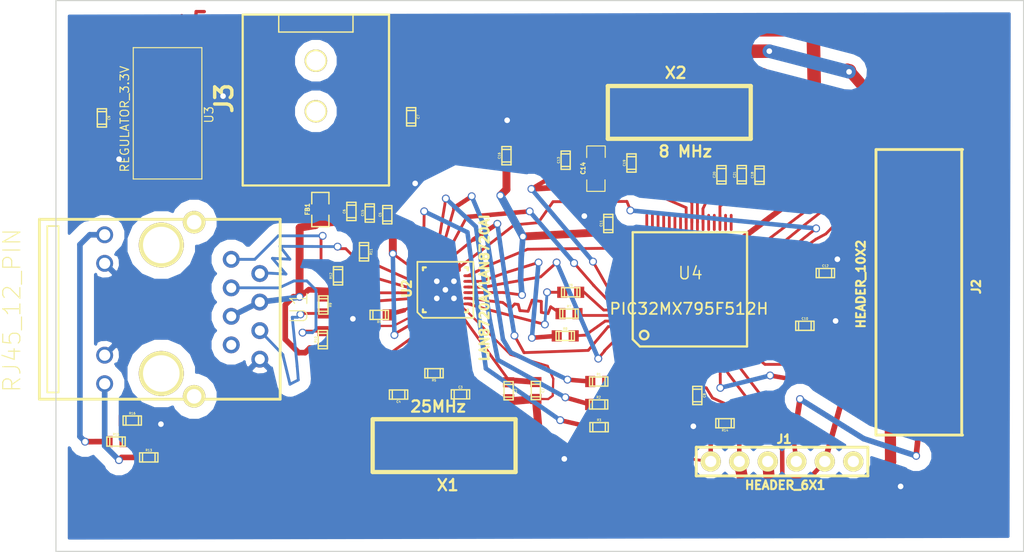
<source format=kicad_pcb>
(kicad_pcb (version 3) (host pcbnew "(2013-08-24 BZR 4298)-stable")

  (general
    (links 141)
    (no_connects 0)
    (area 32.949999 80.949999 119.050001 130.050001)
    (thickness 1.6)
    (drawings 9)
    (tracks 641)
    (zones 0)
    (modules 46)
    (nets 55)
  )

  (page A)
  (layers
    (15 F.Cu signal)
    (0 B.Cu signal)
    (16 B.Adhes user)
    (17 F.Adhes user)
    (18 B.Paste user)
    (19 F.Paste user)
    (20 B.SilkS user)
    (21 F.SilkS user)
    (22 B.Mask user)
    (23 F.Mask user)
    (24 Dwgs.User user)
    (25 Cmts.User user)
    (26 Eco1.User user)
    (27 Eco2.User user)
    (28 Edge.Cuts user)
  )

  (setup
    (last_trace_width 0.7)
    (user_trace_width 0.15)
    (user_trace_width 0.2)
    (user_trace_width 0.25)
    (user_trace_width 0.3)
    (user_trace_width 0.4)
    (user_trace_width 0.5)
    (user_trace_width 0.6)
    (user_trace_width 0.7)
    (user_trace_width 0.8)
    (user_trace_width 0.9)
    (user_trace_width 1)
    (user_trace_width 1.2)
    (trace_clearance 0.1)
    (zone_clearance 1)
    (zone_45_only no)
    (trace_min 0.15)
    (segment_width 0.2)
    (edge_width 0.1)
    (via_size 0.7)
    (via_drill 0.5)
    (via_min_size 0.7)
    (via_min_drill 0.5)
    (uvia_size 0.5)
    (uvia_drill 0.127)
    (uvias_allowed no)
    (uvia_min_size 0.5)
    (uvia_min_drill 0.127)
    (pcb_text_width 0.3)
    (pcb_text_size 1.5 1.5)
    (mod_edge_width 0.15)
    (mod_text_size 1 1)
    (mod_text_width 0.15)
    (pad_size 1.8 1.8)
    (pad_drill 1)
    (pad_to_mask_clearance 0)
    (pad_to_paste_clearance_ratio -0.1)
    (aux_axis_origin 0 0)
    (visible_elements 7FFFFFFF)
    (pcbplotparams
      (layerselection 272400385)
      (usegerberextensions false)
      (excludeedgelayer true)
      (linewidth 0.150000)
      (plotframeref false)
      (viasonmask false)
      (mode 1)
      (useauxorigin false)
      (hpglpennumber 1)
      (hpglpenspeed 20)
      (hpglpendiameter 15)
      (hpglpenoverlay 2)
      (psnegative false)
      (psa4output false)
      (plotreference true)
      (plotvalue true)
      (plotothertext true)
      (plotinvisibletext false)
      (padsonsilk false)
      (subtractmaskfromsilk false)
      (outputformat 2)
      (mirror false)
      (drillshape 0)
      (scaleselection 1)
      (outputdirectory /home/ted/kicad/projects/eth_PIC32MX795F512H/))
  )

  (net 0 "")
  (net 1 +3.3v)
  (net 2 +5v)
  (net 3 AVDD)
  (net 4 ECRSDV)
  (net 5 EMDC)
  (net 6 EMDIO)
  (net 7 EREFCLK)
  (net 8 ERXD0)
  (net 9 ERXD1)
  (net 10 ERXERR)
  (net 11 ETXD0)
  (net 12 ETXD1)
  (net 13 ETXEN)
  (net 14 GND)
  (net 15 GreenLED)
  (net 16 ICSPCLK_RB1)
  (net 17 ICSPDAT_RB0)
  (net 18 N-0000026)
  (net 19 N-0000027)
  (net 20 N-0000028)
  (net 21 N-0000029)
  (net 22 N-0000030)
  (net 23 N-0000036)
  (net 24 N-0000042)
  (net 25 N-0000067)
  (net 26 N-0000068)
  (net 27 N-0000069)
  (net 28 N-0000071)
  (net 29 N-0000072)
  (net 30 N-0000073)
  (net 31 N-0000075)
  (net 32 N-0000077)
  (net 33 RB10)
  (net 34 RB11)
  (net 35 RB12)
  (net 36 RB13)
  (net 37 RB14)
  (net 38 RB2)
  (net 39 RB3)
  (net 40 RB4)
  (net 41 RB5)
  (net 42 RB6)
  (net 43 RB7)
  (net 44 RB8)
  (net 45 RB9)
  (net 46 RF4)
  (net 47 RF5)
  (net 48 RXN)
  (net 49 RXP)
  (net 50 TXN)
  (net 51 TXP)
  (net 52 YellowLED)
  (net 53 nRST)
  (net 54 ~MCLR~)

  (net_class Default "This is the default net class."
    (clearance 0.1)
    (trace_width 0.2)
    (via_dia 0.7)
    (via_drill 0.5)
    (uvia_dia 0.5)
    (uvia_drill 0.127)
    (add_net "")
    (add_net +3.3v)
    (add_net +5v)
    (add_net AVDD)
    (add_net ECRSDV)
    (add_net EMDC)
    (add_net EMDIO)
    (add_net EREFCLK)
    (add_net ERXD0)
    (add_net ERXD1)
    (add_net ERXERR)
    (add_net ETXD0)
    (add_net ETXD1)
    (add_net ETXEN)
    (add_net GND)
    (add_net GreenLED)
    (add_net ICSPCLK_RB1)
    (add_net ICSPDAT_RB0)
    (add_net N-0000026)
    (add_net N-0000027)
    (add_net N-0000028)
    (add_net N-0000029)
    (add_net N-0000030)
    (add_net N-0000036)
    (add_net N-0000042)
    (add_net N-0000067)
    (add_net N-0000068)
    (add_net N-0000069)
    (add_net N-0000071)
    (add_net N-0000072)
    (add_net N-0000073)
    (add_net N-0000075)
    (add_net N-0000077)
    (add_net RB10)
    (add_net RB11)
    (add_net RB12)
    (add_net RB13)
    (add_net RB14)
    (add_net RB2)
    (add_net RB3)
    (add_net RB4)
    (add_net RB5)
    (add_net RB6)
    (add_net RB7)
    (add_net RB8)
    (add_net RB9)
    (add_net RF4)
    (add_net RF5)
    (add_net RXN)
    (add_net RXP)
    (add_net TXN)
    (add_net TXP)
    (add_net YellowLED)
    (add_net nRST)
    (add_net ~MCLR~)
  )

  (module TED_SM0603 (layer F.Cu) (tedit 527731CB) (tstamp 52772E38)
    (at 39.78 118.36)
    (descr "SMT capacitor, 0603")
    (path /523E8A3C)
    (fp_text reference R16 (at 0 -0.635) (layer F.SilkS)
      (effects (font (size 0.20066 0.20066) (thickness 0.04064)))
    )
    (fp_text value "10k 1%" (at 0 0.635) (layer F.SilkS) hide
      (effects (font (size 0.20066 0.20066) (thickness 0.04064)))
    )
    (fp_line (start 0.5588 0.4064) (end 0.5588 -0.4064) (layer F.SilkS) (width 0.127))
    (fp_line (start -0.5588 -0.381) (end -0.5588 0.4064) (layer F.SilkS) (width 0.127))
    (fp_line (start -0.8128 -0.4064) (end 0.8128 -0.4064) (layer F.SilkS) (width 0.127))
    (fp_line (start 0.8128 -0.4064) (end 0.8128 0.4064) (layer F.SilkS) (width 0.127))
    (fp_line (start 0.8128 0.4064) (end -0.8128 0.4064) (layer F.SilkS) (width 0.127))
    (fp_line (start -0.8128 0.4064) (end -0.8128 -0.4064) (layer F.SilkS) (width 0.127))
    (pad 2 smd rect (at 0.75184 0) (size 0.89916 1.00076)
      (layers F.Cu F.Paste F.Mask)
      (net 14 GND)
      (clearance 0.1)
    )
    (pad 1 smd rect (at -0.75184 0) (size 0.89916 1.00076)
      (layers F.Cu F.Paste F.Mask)
      (net 22 N-0000030)
      (clearance 0.1)
    )
    (model smd/capacitors/c_0603.wrl
      (at (xyz 0 0 0))
      (scale (xyz 1 1 1))
      (rotate (xyz 0 0 0))
    )
  )

  (module TED_SM0603 (layer F.Cu) (tedit 527731CB) (tstamp 52772E2D)
    (at 38.34 120.23)
    (descr "SMT capacitor, 0603")
    (path /523E8044)
    (fp_text reference R15 (at 0 -0.635) (layer F.SilkS)
      (effects (font (size 0.20066 0.20066) (thickness 0.04064)))
    )
    (fp_text value 249 (at 0 0.635) (layer F.SilkS) hide
      (effects (font (size 0.20066 0.20066) (thickness 0.04064)))
    )
    (fp_line (start 0.5588 0.4064) (end 0.5588 -0.4064) (layer F.SilkS) (width 0.127))
    (fp_line (start -0.5588 -0.381) (end -0.5588 0.4064) (layer F.SilkS) (width 0.127))
    (fp_line (start -0.8128 -0.4064) (end 0.8128 -0.4064) (layer F.SilkS) (width 0.127))
    (fp_line (start 0.8128 -0.4064) (end 0.8128 0.4064) (layer F.SilkS) (width 0.127))
    (fp_line (start 0.8128 0.4064) (end -0.8128 0.4064) (layer F.SilkS) (width 0.127))
    (fp_line (start -0.8128 0.4064) (end -0.8128 -0.4064) (layer F.SilkS) (width 0.127))
    (pad 2 smd rect (at 0.75184 0) (size 0.89916 1.00076)
      (layers F.Cu F.Paste F.Mask)
      (net 22 N-0000030)
      (clearance 0.1)
    )
    (pad 1 smd rect (at -0.75184 0) (size 0.89916 1.00076)
      (layers F.Cu F.Paste F.Mask)
      (net 15 GreenLED)
      (clearance 0.1)
    )
    (model smd/capacitors/c_0603.wrl
      (at (xyz 0 0 0))
      (scale (xyz 1 1 1))
      (rotate (xyz 0 0 0))
    )
  )

  (module TED_SM0603 (layer F.Cu) (tedit 527731CB) (tstamp 52772E22)
    (at 92.46 118.6 180)
    (descr "SMT capacitor, 0603")
    (path /523F485A)
    (fp_text reference R14 (at 0 -0.635 180) (layer F.SilkS)
      (effects (font (size 0.20066 0.20066) (thickness 0.04064)))
    )
    (fp_text value 4.7k (at 0 0.635 180) (layer F.SilkS) hide
      (effects (font (size 0.20066 0.20066) (thickness 0.04064)))
    )
    (fp_line (start 0.5588 0.4064) (end 0.5588 -0.4064) (layer F.SilkS) (width 0.127))
    (fp_line (start -0.5588 -0.381) (end -0.5588 0.4064) (layer F.SilkS) (width 0.127))
    (fp_line (start -0.8128 -0.4064) (end 0.8128 -0.4064) (layer F.SilkS) (width 0.127))
    (fp_line (start 0.8128 -0.4064) (end 0.8128 0.4064) (layer F.SilkS) (width 0.127))
    (fp_line (start 0.8128 0.4064) (end -0.8128 0.4064) (layer F.SilkS) (width 0.127))
    (fp_line (start -0.8128 0.4064) (end -0.8128 -0.4064) (layer F.SilkS) (width 0.127))
    (pad 2 smd rect (at 0.75184 0 180) (size 0.89916 1.00076)
      (layers F.Cu F.Paste F.Mask)
      (net 54 ~MCLR~)
      (clearance 0.1)
    )
    (pad 1 smd rect (at -0.75184 0 180) (size 0.89916 1.00076)
      (layers F.Cu F.Paste F.Mask)
      (net 1 +3.3v)
      (clearance 0.1)
    )
    (model smd/capacitors/c_0603.wrl
      (at (xyz 0 0 0))
      (scale (xyz 1 1 1))
      (rotate (xyz 0 0 0))
    )
  )

  (module TED_SM0603 (layer F.Cu) (tedit 527731CB) (tstamp 52772E17)
    (at 41.25 121.64)
    (descr "SMT capacitor, 0603")
    (path /523E8065)
    (fp_text reference R13 (at 0 -0.635) (layer F.SilkS)
      (effects (font (size 0.20066 0.20066) (thickness 0.04064)))
    )
    (fp_text value 249 (at 0 0.635) (layer F.SilkS) hide
      (effects (font (size 0.20066 0.20066) (thickness 0.04064)))
    )
    (fp_line (start 0.5588 0.4064) (end 0.5588 -0.4064) (layer F.SilkS) (width 0.127))
    (fp_line (start -0.5588 -0.381) (end -0.5588 0.4064) (layer F.SilkS) (width 0.127))
    (fp_line (start -0.8128 -0.4064) (end 0.8128 -0.4064) (layer F.SilkS) (width 0.127))
    (fp_line (start 0.8128 -0.4064) (end 0.8128 0.4064) (layer F.SilkS) (width 0.127))
    (fp_line (start 0.8128 0.4064) (end -0.8128 0.4064) (layer F.SilkS) (width 0.127))
    (fp_line (start -0.8128 0.4064) (end -0.8128 -0.4064) (layer F.SilkS) (width 0.127))
    (pad 2 smd rect (at 0.75184 0) (size 0.89916 1.00076)
      (layers F.Cu F.Paste F.Mask)
      (net 21 N-0000029)
      (clearance 0.1)
    )
    (pad 1 smd rect (at -0.75184 0) (size 0.89916 1.00076)
      (layers F.Cu F.Paste F.Mask)
      (net 52 YellowLED)
      (clearance 0.1)
    )
    (model smd/capacitors/c_0603.wrl
      (at (xyz 0 0 0))
      (scale (xyz 1 1 1))
      (rotate (xyz 0 0 0))
    )
  )

  (module TED_SM0603 (layer F.Cu) (tedit 527731CB) (tstamp 52772E0C)
    (at 58.07 105.49 90)
    (descr "SMT capacitor, 0603")
    (path /523F1FBF)
    (fp_text reference R12 (at 0 -0.635 90) (layer F.SilkS)
      (effects (font (size 0.20066 0.20066) (thickness 0.04064)))
    )
    (fp_text value 49.9 (at 0 0.635 90) (layer F.SilkS) hide
      (effects (font (size 0.20066 0.20066) (thickness 0.04064)))
    )
    (fp_line (start 0.5588 0.4064) (end 0.5588 -0.4064) (layer F.SilkS) (width 0.127))
    (fp_line (start -0.5588 -0.381) (end -0.5588 0.4064) (layer F.SilkS) (width 0.127))
    (fp_line (start -0.8128 -0.4064) (end 0.8128 -0.4064) (layer F.SilkS) (width 0.127))
    (fp_line (start 0.8128 -0.4064) (end 0.8128 0.4064) (layer F.SilkS) (width 0.127))
    (fp_line (start 0.8128 0.4064) (end -0.8128 0.4064) (layer F.SilkS) (width 0.127))
    (fp_line (start -0.8128 0.4064) (end -0.8128 -0.4064) (layer F.SilkS) (width 0.127))
    (pad 2 smd rect (at 0.75184 0 90) (size 0.89916 1.00076)
      (layers F.Cu F.Paste F.Mask)
      (net 51 TXP)
      (clearance 0.1)
    )
    (pad 1 smd rect (at -0.75184 0 90) (size 0.89916 1.00076)
      (layers F.Cu F.Paste F.Mask)
      (net 3 AVDD)
      (clearance 0.1)
    )
    (model smd/capacitors/c_0603.wrl
      (at (xyz 0 0 0))
      (scale (xyz 1 1 1))
      (rotate (xyz 0 0 0))
    )
  )

  (module TED_SM0603 (layer F.Cu) (tedit 527731CB) (tstamp 527FF76F)
    (at 60.38 103.35 270)
    (descr "SMT capacitor, 0603")
    (path /523F1FD6)
    (fp_text reference R11 (at 0 -0.635 270) (layer F.SilkS)
      (effects (font (size 0.20066 0.20066) (thickness 0.04064)))
    )
    (fp_text value 49.9 (at 0 0.635 270) (layer F.SilkS) hide
      (effects (font (size 0.20066 0.20066) (thickness 0.04064)))
    )
    (fp_line (start 0.5588 0.4064) (end 0.5588 -0.4064) (layer F.SilkS) (width 0.127))
    (fp_line (start -0.5588 -0.381) (end -0.5588 0.4064) (layer F.SilkS) (width 0.127))
    (fp_line (start -0.8128 -0.4064) (end 0.8128 -0.4064) (layer F.SilkS) (width 0.127))
    (fp_line (start 0.8128 -0.4064) (end 0.8128 0.4064) (layer F.SilkS) (width 0.127))
    (fp_line (start 0.8128 0.4064) (end -0.8128 0.4064) (layer F.SilkS) (width 0.127))
    (fp_line (start -0.8128 0.4064) (end -0.8128 -0.4064) (layer F.SilkS) (width 0.127))
    (pad 2 smd rect (at 0.75184 0 270) (size 0.89916 1.00076)
      (layers F.Cu F.Paste F.Mask)
      (net 50 TXN)
      (clearance 0.1)
    )
    (pad 1 smd rect (at -0.75184 0 270) (size 0.89916 1.00076)
      (layers F.Cu F.Paste F.Mask)
      (net 3 AVDD)
      (clearance 0.1)
    )
    (model smd/capacitors/c_0603.wrl
      (at (xyz 0 0 0))
      (scale (xyz 1 1 1))
      (rotate (xyz 0 0 0))
    )
  )

  (module TED_SM0603 (layer F.Cu) (tedit 527731CB) (tstamp 527FF748)
    (at 56.72 111.16 90)
    (descr "SMT capacitor, 0603")
    (path /523F1FDC)
    (fp_text reference R10 (at 0 -0.635 90) (layer F.SilkS)
      (effects (font (size 0.20066 0.20066) (thickness 0.04064)))
    )
    (fp_text value 49.9 (at 0 0.635 90) (layer F.SilkS) hide
      (effects (font (size 0.20066 0.20066) (thickness 0.04064)))
    )
    (fp_line (start 0.5588 0.4064) (end 0.5588 -0.4064) (layer F.SilkS) (width 0.127))
    (fp_line (start -0.5588 -0.381) (end -0.5588 0.4064) (layer F.SilkS) (width 0.127))
    (fp_line (start -0.8128 -0.4064) (end 0.8128 -0.4064) (layer F.SilkS) (width 0.127))
    (fp_line (start 0.8128 -0.4064) (end 0.8128 0.4064) (layer F.SilkS) (width 0.127))
    (fp_line (start 0.8128 0.4064) (end -0.8128 0.4064) (layer F.SilkS) (width 0.127))
    (fp_line (start -0.8128 0.4064) (end -0.8128 -0.4064) (layer F.SilkS) (width 0.127))
    (pad 2 smd rect (at 0.75184 0 90) (size 0.89916 1.00076)
      (layers F.Cu F.Paste F.Mask)
      (net 49 RXP)
      (clearance 0.1)
    )
    (pad 1 smd rect (at -0.75184 0 90) (size 0.89916 1.00076)
      (layers F.Cu F.Paste F.Mask)
      (net 3 AVDD)
      (clearance 0.1)
    )
    (model smd/capacitors/c_0603.wrl
      (at (xyz 0 0 0))
      (scale (xyz 1 1 1))
      (rotate (xyz 0 0 0))
    )
  )

  (module TED_SM0603 (layer F.Cu) (tedit 527731CB) (tstamp 527FF77C)
    (at 56.77 108.08 270)
    (descr "SMT capacitor, 0603")
    (path /523F1FE2)
    (fp_text reference R9 (at 0 -0.635 270) (layer F.SilkS)
      (effects (font (size 0.20066 0.20066) (thickness 0.04064)))
    )
    (fp_text value 49.9 (at 0 0.635 270) (layer F.SilkS) hide
      (effects (font (size 0.20066 0.20066) (thickness 0.04064)))
    )
    (fp_line (start 0.5588 0.4064) (end 0.5588 -0.4064) (layer F.SilkS) (width 0.127))
    (fp_line (start -0.5588 -0.381) (end -0.5588 0.4064) (layer F.SilkS) (width 0.127))
    (fp_line (start -0.8128 -0.4064) (end 0.8128 -0.4064) (layer F.SilkS) (width 0.127))
    (fp_line (start 0.8128 -0.4064) (end 0.8128 0.4064) (layer F.SilkS) (width 0.127))
    (fp_line (start 0.8128 0.4064) (end -0.8128 0.4064) (layer F.SilkS) (width 0.127))
    (fp_line (start -0.8128 0.4064) (end -0.8128 -0.4064) (layer F.SilkS) (width 0.127))
    (pad 2 smd rect (at 0.75184 0 270) (size 0.89916 1.00076)
      (layers F.Cu F.Paste F.Mask)
      (net 48 RXN)
      (clearance 0.1)
    )
    (pad 1 smd rect (at -0.75184 0 270) (size 0.89916 1.00076)
      (layers F.Cu F.Paste F.Mask)
      (net 3 AVDD)
      (clearance 0.1)
    )
    (model smd/capacitors/c_0603.wrl
      (at (xyz 0 0 0))
      (scale (xyz 1 1 1))
      (rotate (xyz 0 0 0))
    )
  )

  (module TED_SM0603 (layer F.Cu) (tedit 527731CB) (tstamp 52772DE0)
    (at 78.26 110.83)
    (descr "SMT capacitor, 0603")
    (path /523F3E09)
    (fp_text reference R8 (at 0 -0.635) (layer F.SilkS)
      (effects (font (size 0.20066 0.20066) (thickness 0.04064)))
    )
    (fp_text value 33 (at 0 0.635) (layer F.SilkS) hide
      (effects (font (size 0.20066 0.20066) (thickness 0.04064)))
    )
    (fp_line (start 0.5588 0.4064) (end 0.5588 -0.4064) (layer F.SilkS) (width 0.127))
    (fp_line (start -0.5588 -0.381) (end -0.5588 0.4064) (layer F.SilkS) (width 0.127))
    (fp_line (start -0.8128 -0.4064) (end 0.8128 -0.4064) (layer F.SilkS) (width 0.127))
    (fp_line (start 0.8128 -0.4064) (end 0.8128 0.4064) (layer F.SilkS) (width 0.127))
    (fp_line (start 0.8128 0.4064) (end -0.8128 0.4064) (layer F.SilkS) (width 0.127))
    (fp_line (start -0.8128 0.4064) (end -0.8128 -0.4064) (layer F.SilkS) (width 0.127))
    (pad 2 smd rect (at 0.75184 0) (size 0.89916 1.00076)
      (layers F.Cu F.Paste F.Mask)
      (net 4 ECRSDV)
      (clearance 0.1)
    )
    (pad 1 smd rect (at -0.75184 0) (size 0.89916 1.00076)
      (layers F.Cu F.Paste F.Mask)
      (net 30 N-0000073)
      (clearance 0.1)
    )
    (model smd/capacitors/c_0603.wrl
      (at (xyz 0 0 0))
      (scale (xyz 1 1 1))
      (rotate (xyz 0 0 0))
    )
  )

  (module TED_SM0603 (layer F.Cu) (tedit 527731CB) (tstamp 52772DD5)
    (at 78.6 108.85)
    (descr "SMT capacitor, 0603")
    (path /523E8470)
    (fp_text reference R7 (at 0 -0.635) (layer F.SilkS)
      (effects (font (size 0.20066 0.20066) (thickness 0.04064)))
    )
    (fp_text value 33 (at 0 0.635) (layer F.SilkS) hide
      (effects (font (size 0.20066 0.20066) (thickness 0.04064)))
    )
    (fp_line (start 0.5588 0.4064) (end 0.5588 -0.4064) (layer F.SilkS) (width 0.127))
    (fp_line (start -0.5588 -0.381) (end -0.5588 0.4064) (layer F.SilkS) (width 0.127))
    (fp_line (start -0.8128 -0.4064) (end 0.8128 -0.4064) (layer F.SilkS) (width 0.127))
    (fp_line (start 0.8128 -0.4064) (end 0.8128 0.4064) (layer F.SilkS) (width 0.127))
    (fp_line (start 0.8128 0.4064) (end -0.8128 0.4064) (layer F.SilkS) (width 0.127))
    (fp_line (start -0.8128 0.4064) (end -0.8128 -0.4064) (layer F.SilkS) (width 0.127))
    (pad 2 smd rect (at 0.75184 0) (size 0.89916 1.00076)
      (layers F.Cu F.Paste F.Mask)
      (net 8 ERXD0)
      (clearance 0.1)
    )
    (pad 1 smd rect (at -0.75184 0) (size 0.89916 1.00076)
      (layers F.Cu F.Paste F.Mask)
      (net 18 N-0000026)
      (clearance 0.1)
    )
    (model smd/capacitors/c_0603.wrl
      (at (xyz 0 0 0))
      (scale (xyz 1 1 1))
      (rotate (xyz 0 0 0))
    )
  )

  (module TED_SM0603 (layer F.Cu) (tedit 527731CB) (tstamp 52772DCA)
    (at 78.75 106.95)
    (descr "SMT capacitor, 0603")
    (path /523E8497)
    (fp_text reference R6 (at 0 -0.635) (layer F.SilkS)
      (effects (font (size 0.20066 0.20066) (thickness 0.04064)))
    )
    (fp_text value 33 (at 0 0.635) (layer F.SilkS) hide
      (effects (font (size 0.20066 0.20066) (thickness 0.04064)))
    )
    (fp_line (start 0.5588 0.4064) (end 0.5588 -0.4064) (layer F.SilkS) (width 0.127))
    (fp_line (start -0.5588 -0.381) (end -0.5588 0.4064) (layer F.SilkS) (width 0.127))
    (fp_line (start -0.8128 -0.4064) (end 0.8128 -0.4064) (layer F.SilkS) (width 0.127))
    (fp_line (start 0.8128 -0.4064) (end 0.8128 0.4064) (layer F.SilkS) (width 0.127))
    (fp_line (start 0.8128 0.4064) (end -0.8128 0.4064) (layer F.SilkS) (width 0.127))
    (fp_line (start -0.8128 0.4064) (end -0.8128 -0.4064) (layer F.SilkS) (width 0.127))
    (pad 2 smd rect (at 0.75184 0) (size 0.89916 1.00076)
      (layers F.Cu F.Paste F.Mask)
      (net 9 ERXD1)
      (clearance 0.1)
    )
    (pad 1 smd rect (at -0.75184 0) (size 0.89916 1.00076)
      (layers F.Cu F.Paste F.Mask)
      (net 19 N-0000027)
      (clearance 0.1)
    )
    (model smd/capacitors/c_0603.wrl
      (at (xyz 0 0 0))
      (scale (xyz 1 1 1))
      (rotate (xyz 0 0 0))
    )
  )

  (module TED_SM0603 (layer F.Cu) (tedit 527731CB) (tstamp 52772DBF)
    (at 66.6 114.15 180)
    (descr "SMT capacitor, 0603")
    (path /523E7C54)
    (fp_text reference R5 (at 0 -0.635 180) (layer F.SilkS)
      (effects (font (size 0.20066 0.20066) (thickness 0.04064)))
    )
    (fp_text value 1M (at 0 0.635 180) (layer F.SilkS) hide
      (effects (font (size 0.20066 0.20066) (thickness 0.04064)))
    )
    (fp_line (start 0.5588 0.4064) (end 0.5588 -0.4064) (layer F.SilkS) (width 0.127))
    (fp_line (start -0.5588 -0.381) (end -0.5588 0.4064) (layer F.SilkS) (width 0.127))
    (fp_line (start -0.8128 -0.4064) (end 0.8128 -0.4064) (layer F.SilkS) (width 0.127))
    (fp_line (start 0.8128 -0.4064) (end 0.8128 0.4064) (layer F.SilkS) (width 0.127))
    (fp_line (start 0.8128 0.4064) (end -0.8128 0.4064) (layer F.SilkS) (width 0.127))
    (fp_line (start -0.8128 0.4064) (end -0.8128 -0.4064) (layer F.SilkS) (width 0.127))
    (pad 2 smd rect (at 0.75184 0 180) (size 0.89916 1.00076)
      (layers F.Cu F.Paste F.Mask)
      (net 28 N-0000071)
      (clearance 0.1)
    )
    (pad 1 smd rect (at -0.75184 0 180) (size 0.89916 1.00076)
      (layers F.Cu F.Paste F.Mask)
      (net 29 N-0000072)
      (clearance 0.1)
    )
    (model smd/capacitors/c_0603.wrl
      (at (xyz 0 0 0))
      (scale (xyz 1 1 1))
      (rotate (xyz 0 0 0))
    )
  )

  (module TED_SM0603 (layer F.Cu) (tedit 527731CB) (tstamp 52772DA9)
    (at 81.27 118.95)
    (descr "SMT capacitor, 0603")
    (path /523F2E2D)
    (fp_text reference R3 (at 0 -0.635) (layer F.SilkS)
      (effects (font (size 0.20066 0.20066) (thickness 0.04064)))
    )
    (fp_text value 33 (at 0 0.635) (layer F.SilkS) hide
      (effects (font (size 0.20066 0.20066) (thickness 0.04064)))
    )
    (fp_line (start 0.5588 0.4064) (end 0.5588 -0.4064) (layer F.SilkS) (width 0.127))
    (fp_line (start -0.5588 -0.381) (end -0.5588 0.4064) (layer F.SilkS) (width 0.127))
    (fp_line (start -0.8128 -0.4064) (end 0.8128 -0.4064) (layer F.SilkS) (width 0.127))
    (fp_line (start 0.8128 -0.4064) (end 0.8128 0.4064) (layer F.SilkS) (width 0.127))
    (fp_line (start 0.8128 0.4064) (end -0.8128 0.4064) (layer F.SilkS) (width 0.127))
    (fp_line (start -0.8128 0.4064) (end -0.8128 -0.4064) (layer F.SilkS) (width 0.127))
    (pad 2 smd rect (at 0.75184 0) (size 0.89916 1.00076)
      (layers F.Cu F.Paste F.Mask)
      (net 12 ETXD1)
      (clearance 0.1)
    )
    (pad 1 smd rect (at -0.75184 0) (size 0.89916 1.00076)
      (layers F.Cu F.Paste F.Mask)
      (net 27 N-0000069)
      (clearance 0.1)
    )
    (model smd/capacitors/c_0603.wrl
      (at (xyz 0 0 0))
      (scale (xyz 1 1 1))
      (rotate (xyz 0 0 0))
    )
  )

  (module TED_SM0603 (layer F.Cu) (tedit 527731CB) (tstamp 52772D9E)
    (at 81.23 116.93)
    (descr "SMT capacitor, 0603")
    (path /523F2C6C)
    (fp_text reference R2 (at 0 -0.635) (layer F.SilkS)
      (effects (font (size 0.20066 0.20066) (thickness 0.04064)))
    )
    (fp_text value 33 (at 0 0.635) (layer F.SilkS) hide
      (effects (font (size 0.20066 0.20066) (thickness 0.04064)))
    )
    (fp_line (start 0.5588 0.4064) (end 0.5588 -0.4064) (layer F.SilkS) (width 0.127))
    (fp_line (start -0.5588 -0.381) (end -0.5588 0.4064) (layer F.SilkS) (width 0.127))
    (fp_line (start -0.8128 -0.4064) (end 0.8128 -0.4064) (layer F.SilkS) (width 0.127))
    (fp_line (start 0.8128 -0.4064) (end 0.8128 0.4064) (layer F.SilkS) (width 0.127))
    (fp_line (start 0.8128 0.4064) (end -0.8128 0.4064) (layer F.SilkS) (width 0.127))
    (fp_line (start -0.8128 0.4064) (end -0.8128 -0.4064) (layer F.SilkS) (width 0.127))
    (pad 2 smd rect (at 0.75184 0) (size 0.89916 1.00076)
      (layers F.Cu F.Paste F.Mask)
      (net 11 ETXD0)
      (clearance 0.1)
    )
    (pad 1 smd rect (at -0.75184 0) (size 0.89916 1.00076)
      (layers F.Cu F.Paste F.Mask)
      (net 26 N-0000068)
      (clearance 0.1)
    )
    (model smd/capacitors/c_0603.wrl
      (at (xyz 0 0 0))
      (scale (xyz 1 1 1))
      (rotate (xyz 0 0 0))
    )
  )

  (module TED_SM0603 (layer F.Cu) (tedit 527731CB) (tstamp 52772D93)
    (at 81.24 114.89)
    (descr "SMT capacitor, 0603")
    (path /523F2C72)
    (fp_text reference R1 (at 0 -0.635) (layer F.SilkS)
      (effects (font (size 0.20066 0.20066) (thickness 0.04064)))
    )
    (fp_text value 33 (at 0 0.635) (layer F.SilkS) hide
      (effects (font (size 0.20066 0.20066) (thickness 0.04064)))
    )
    (fp_line (start 0.5588 0.4064) (end 0.5588 -0.4064) (layer F.SilkS) (width 0.127))
    (fp_line (start -0.5588 -0.381) (end -0.5588 0.4064) (layer F.SilkS) (width 0.127))
    (fp_line (start -0.8128 -0.4064) (end 0.8128 -0.4064) (layer F.SilkS) (width 0.127))
    (fp_line (start 0.8128 -0.4064) (end 0.8128 0.4064) (layer F.SilkS) (width 0.127))
    (fp_line (start 0.8128 0.4064) (end -0.8128 0.4064) (layer F.SilkS) (width 0.127))
    (fp_line (start -0.8128 0.4064) (end -0.8128 -0.4064) (layer F.SilkS) (width 0.127))
    (pad 2 smd rect (at 0.75184 0) (size 0.89916 1.00076)
      (layers F.Cu F.Paste F.Mask)
      (net 13 ETXEN)
      (clearance 0.1)
    )
    (pad 1 smd rect (at -0.75184 0) (size 0.89916 1.00076)
      (layers F.Cu F.Paste F.Mask)
      (net 25 N-0000067)
      (clearance 0.1)
    )
    (model smd/capacitors/c_0603.wrl
      (at (xyz 0 0 0))
      (scale (xyz 1 1 1))
      (rotate (xyz 0 0 0))
    )
  )

  (module TED_SM0603 (layer F.Cu) (tedit 527731CB) (tstamp 52772D7B)
    (at 93.95 96.49 90)
    (descr "SMT capacitor, 0603")
    (path /523E5206)
    (fp_text reference C21 (at 0 -0.635 90) (layer F.SilkS)
      (effects (font (size 0.20066 0.20066) (thickness 0.04064)))
    )
    (fp_text value .1uF (at 0 0.635 90) (layer F.SilkS) hide
      (effects (font (size 0.20066 0.20066) (thickness 0.04064)))
    )
    (fp_line (start 0.5588 0.4064) (end 0.5588 -0.4064) (layer F.SilkS) (width 0.127))
    (fp_line (start -0.5588 -0.381) (end -0.5588 0.4064) (layer F.SilkS) (width 0.127))
    (fp_line (start -0.8128 -0.4064) (end 0.8128 -0.4064) (layer F.SilkS) (width 0.127))
    (fp_line (start 0.8128 -0.4064) (end 0.8128 0.4064) (layer F.SilkS) (width 0.127))
    (fp_line (start 0.8128 0.4064) (end -0.8128 0.4064) (layer F.SilkS) (width 0.127))
    (fp_line (start -0.8128 0.4064) (end -0.8128 -0.4064) (layer F.SilkS) (width 0.127))
    (pad 2 smd rect (at 0.75184 0 90) (size 0.89916 1.00076)
      (layers F.Cu F.Paste F.Mask)
      (net 14 GND)
      (clearance 0.1)
    )
    (pad 1 smd rect (at -0.75184 0 90) (size 0.89916 1.00076)
      (layers F.Cu F.Paste F.Mask)
      (net 1 +3.3v)
      (clearance 0.1)
    )
    (model smd/capacitors/c_0603.wrl
      (at (xyz 0 0 0))
      (scale (xyz 1 1 1))
      (rotate (xyz 0 0 0))
    )
  )

  (module TED_SM0603 (layer F.Cu) (tedit 527731CB) (tstamp 52772D70)
    (at 92.15 96.5 90)
    (descr "SMT capacitor, 0603")
    (path /523F7B88)
    (fp_text reference C20 (at 0 -0.635 90) (layer F.SilkS)
      (effects (font (size 0.20066 0.20066) (thickness 0.04064)))
    )
    (fp_text value 18pF (at 0 0.635 90) (layer F.SilkS) hide
      (effects (font (size 0.20066 0.20066) (thickness 0.04064)))
    )
    (fp_line (start 0.5588 0.4064) (end 0.5588 -0.4064) (layer F.SilkS) (width 0.127))
    (fp_line (start -0.5588 -0.381) (end -0.5588 0.4064) (layer F.SilkS) (width 0.127))
    (fp_line (start -0.8128 -0.4064) (end 0.8128 -0.4064) (layer F.SilkS) (width 0.127))
    (fp_line (start 0.8128 -0.4064) (end 0.8128 0.4064) (layer F.SilkS) (width 0.127))
    (fp_line (start 0.8128 0.4064) (end -0.8128 0.4064) (layer F.SilkS) (width 0.127))
    (fp_line (start -0.8128 0.4064) (end -0.8128 -0.4064) (layer F.SilkS) (width 0.127))
    (pad 2 smd rect (at 0.75184 0 90) (size 0.89916 1.00076)
      (layers F.Cu F.Paste F.Mask)
      (net 14 GND)
      (clearance 0.1)
    )
    (pad 1 smd rect (at -0.75184 0 90) (size 0.89916 1.00076)
      (layers F.Cu F.Paste F.Mask)
      (net 32 N-0000077)
      (clearance 0.1)
    )
    (model smd/capacitors/c_0603.wrl
      (at (xyz 0 0 0))
      (scale (xyz 1 1 1))
      (rotate (xyz 0 0 0))
    )
  )

  (module TED_SM0603 (layer F.Cu) (tedit 527731CB) (tstamp 52772D65)
    (at 84.15 95.45 90)
    (descr "SMT capacitor, 0603")
    (path /523F7B67)
    (fp_text reference C19 (at 0 -0.635 90) (layer F.SilkS)
      (effects (font (size 0.20066 0.20066) (thickness 0.04064)))
    )
    (fp_text value 18pF (at 0 0.635 90) (layer F.SilkS) hide
      (effects (font (size 0.20066 0.20066) (thickness 0.04064)))
    )
    (fp_line (start 0.5588 0.4064) (end 0.5588 -0.4064) (layer F.SilkS) (width 0.127))
    (fp_line (start -0.5588 -0.381) (end -0.5588 0.4064) (layer F.SilkS) (width 0.127))
    (fp_line (start -0.8128 -0.4064) (end 0.8128 -0.4064) (layer F.SilkS) (width 0.127))
    (fp_line (start 0.8128 -0.4064) (end 0.8128 0.4064) (layer F.SilkS) (width 0.127))
    (fp_line (start 0.8128 0.4064) (end -0.8128 0.4064) (layer F.SilkS) (width 0.127))
    (fp_line (start -0.8128 0.4064) (end -0.8128 -0.4064) (layer F.SilkS) (width 0.127))
    (pad 2 smd rect (at 0.75184 0 90) (size 0.89916 1.00076)
      (layers F.Cu F.Paste F.Mask)
      (net 14 GND)
      (clearance 0.1)
    )
    (pad 1 smd rect (at -0.75184 0 90) (size 0.89916 1.00076)
      (layers F.Cu F.Paste F.Mask)
      (net 24 N-0000042)
      (clearance 0.1)
    )
    (model smd/capacitors/c_0603.wrl
      (at (xyz 0 0 0))
      (scale (xyz 1 1 1))
      (rotate (xyz 0 0 0))
    )
  )

  (module TED_SM0603 (layer F.Cu) (tedit 527731CB) (tstamp 52772D5A)
    (at 95.53 96.53 90)
    (descr "SMT capacitor, 0603")
    (path /523F7895)
    (fp_text reference C18 (at 0 -0.635 90) (layer F.SilkS)
      (effects (font (size 0.20066 0.20066) (thickness 0.04064)))
    )
    (fp_text value .1uF (at 0 0.635 90) (layer F.SilkS) hide
      (effects (font (size 0.20066 0.20066) (thickness 0.04064)))
    )
    (fp_line (start 0.5588 0.4064) (end 0.5588 -0.4064) (layer F.SilkS) (width 0.127))
    (fp_line (start -0.5588 -0.381) (end -0.5588 0.4064) (layer F.SilkS) (width 0.127))
    (fp_line (start -0.8128 -0.4064) (end 0.8128 -0.4064) (layer F.SilkS) (width 0.127))
    (fp_line (start 0.8128 -0.4064) (end 0.8128 0.4064) (layer F.SilkS) (width 0.127))
    (fp_line (start 0.8128 0.4064) (end -0.8128 0.4064) (layer F.SilkS) (width 0.127))
    (fp_line (start -0.8128 0.4064) (end -0.8128 -0.4064) (layer F.SilkS) (width 0.127))
    (pad 2 smd rect (at 0.75184 0 90) (size 0.89916 1.00076)
      (layers F.Cu F.Paste F.Mask)
      (net 14 GND)
      (clearance 0.1)
    )
    (pad 1 smd rect (at -0.75184 0 90) (size 0.89916 1.00076)
      (layers F.Cu F.Paste F.Mask)
      (net 1 +3.3v)
      (clearance 0.1)
    )
    (model smd/capacitors/c_0603.wrl
      (at (xyz 0 0 0))
      (scale (xyz 1 1 1))
      (rotate (xyz 0 0 0))
    )
  )

  (module TED_SM0603 (layer F.Cu) (tedit 527731CB) (tstamp 52772D4F)
    (at 78.3 95.2 90)
    (descr "SMT capacitor, 0603")
    (path /523F8AF6)
    (fp_text reference C13 (at 0 -0.635 90) (layer F.SilkS)
      (effects (font (size 0.20066 0.20066) (thickness 0.04064)))
    )
    (fp_text value .1uF (at 0 0.635 90) (layer F.SilkS) hide
      (effects (font (size 0.20066 0.20066) (thickness 0.04064)))
    )
    (fp_line (start 0.5588 0.4064) (end 0.5588 -0.4064) (layer F.SilkS) (width 0.127))
    (fp_line (start -0.5588 -0.381) (end -0.5588 0.4064) (layer F.SilkS) (width 0.127))
    (fp_line (start -0.8128 -0.4064) (end 0.8128 -0.4064) (layer F.SilkS) (width 0.127))
    (fp_line (start 0.8128 -0.4064) (end 0.8128 0.4064) (layer F.SilkS) (width 0.127))
    (fp_line (start 0.8128 0.4064) (end -0.8128 0.4064) (layer F.SilkS) (width 0.127))
    (fp_line (start -0.8128 0.4064) (end -0.8128 -0.4064) (layer F.SilkS) (width 0.127))
    (pad 2 smd rect (at 0.75184 0 90) (size 0.89916 1.00076)
      (layers F.Cu F.Paste F.Mask)
      (net 14 GND)
      (clearance 0.1)
    )
    (pad 1 smd rect (at -0.75184 0 90) (size 0.89916 1.00076)
      (layers F.Cu F.Paste F.Mask)
      (net 31 N-0000075)
      (clearance 0.1)
    )
    (model smd/capacitors/c_0603.wrl
      (at (xyz 0 0 0))
      (scale (xyz 1 1 1))
      (rotate (xyz 0 0 0))
    )
  )

  (module TED_SM0603 (layer F.Cu) (tedit 527731CB) (tstamp 52772D44)
    (at 101.38 105.24)
    (descr "SMT capacitor, 0603")
    (path /523E5232)
    (fp_text reference C12 (at 0 -0.635) (layer F.SilkS)
      (effects (font (size 0.20066 0.20066) (thickness 0.04064)))
    )
    (fp_text value .1uF (at 0 0.635) (layer F.SilkS) hide
      (effects (font (size 0.20066 0.20066) (thickness 0.04064)))
    )
    (fp_line (start 0.5588 0.4064) (end 0.5588 -0.4064) (layer F.SilkS) (width 0.127))
    (fp_line (start -0.5588 -0.381) (end -0.5588 0.4064) (layer F.SilkS) (width 0.127))
    (fp_line (start -0.8128 -0.4064) (end 0.8128 -0.4064) (layer F.SilkS) (width 0.127))
    (fp_line (start 0.8128 -0.4064) (end 0.8128 0.4064) (layer F.SilkS) (width 0.127))
    (fp_line (start 0.8128 0.4064) (end -0.8128 0.4064) (layer F.SilkS) (width 0.127))
    (fp_line (start -0.8128 0.4064) (end -0.8128 -0.4064) (layer F.SilkS) (width 0.127))
    (pad 2 smd rect (at 0.75184 0) (size 0.89916 1.00076)
      (layers F.Cu F.Paste F.Mask)
      (net 14 GND)
      (clearance 0.1)
    )
    (pad 1 smd rect (at -0.75184 0) (size 0.89916 1.00076)
      (layers F.Cu F.Paste F.Mask)
      (net 1 +3.3v)
      (clearance 0.1)
    )
    (model smd/capacitors/c_0603.wrl
      (at (xyz 0 0 0))
      (scale (xyz 1 1 1))
      (rotate (xyz 0 0 0))
    )
  )

  (module TED_SM0603 (layer F.Cu) (tedit 527731CB) (tstamp 52772D39)
    (at 82.09 100.83 90)
    (descr "SMT capacitor, 0603")
    (path /523E51D1)
    (fp_text reference C11 (at 0 -0.635 90) (layer F.SilkS)
      (effects (font (size 0.20066 0.20066) (thickness 0.04064)))
    )
    (fp_text value .1uF (at 0 0.635 90) (layer F.SilkS) hide
      (effects (font (size 0.20066 0.20066) (thickness 0.04064)))
    )
    (fp_line (start 0.5588 0.4064) (end 0.5588 -0.4064) (layer F.SilkS) (width 0.127))
    (fp_line (start -0.5588 -0.381) (end -0.5588 0.4064) (layer F.SilkS) (width 0.127))
    (fp_line (start -0.8128 -0.4064) (end 0.8128 -0.4064) (layer F.SilkS) (width 0.127))
    (fp_line (start 0.8128 -0.4064) (end 0.8128 0.4064) (layer F.SilkS) (width 0.127))
    (fp_line (start 0.8128 0.4064) (end -0.8128 0.4064) (layer F.SilkS) (width 0.127))
    (fp_line (start -0.8128 0.4064) (end -0.8128 -0.4064) (layer F.SilkS) (width 0.127))
    (pad 2 smd rect (at 0.75184 0 90) (size 0.89916 1.00076)
      (layers F.Cu F.Paste F.Mask)
      (net 14 GND)
      (clearance 0.1)
    )
    (pad 1 smd rect (at -0.75184 0 90) (size 0.89916 1.00076)
      (layers F.Cu F.Paste F.Mask)
      (net 1 +3.3v)
      (clearance 0.1)
    )
    (model smd/capacitors/c_0603.wrl
      (at (xyz 0 0 0))
      (scale (xyz 1 1 1))
      (rotate (xyz 0 0 0))
    )
  )

  (module TED_SM0603 (layer F.Cu) (tedit 527731CB) (tstamp 52772D2E)
    (at 99.56 109.93)
    (descr "SMT capacitor, 0603")
    (path /523F9CE6)
    (fp_text reference C10 (at 0 -0.635) (layer F.SilkS)
      (effects (font (size 0.20066 0.20066) (thickness 0.04064)))
    )
    (fp_text value .1uF (at 0 0.635) (layer F.SilkS) hide
      (effects (font (size 0.20066 0.20066) (thickness 0.04064)))
    )
    (fp_line (start 0.5588 0.4064) (end 0.5588 -0.4064) (layer F.SilkS) (width 0.127))
    (fp_line (start -0.5588 -0.381) (end -0.5588 0.4064) (layer F.SilkS) (width 0.127))
    (fp_line (start -0.8128 -0.4064) (end 0.8128 -0.4064) (layer F.SilkS) (width 0.127))
    (fp_line (start 0.8128 -0.4064) (end 0.8128 0.4064) (layer F.SilkS) (width 0.127))
    (fp_line (start 0.8128 0.4064) (end -0.8128 0.4064) (layer F.SilkS) (width 0.127))
    (fp_line (start -0.8128 0.4064) (end -0.8128 -0.4064) (layer F.SilkS) (width 0.127))
    (pad 2 smd rect (at 0.75184 0) (size 0.89916 1.00076)
      (layers F.Cu F.Paste F.Mask)
      (net 14 GND)
      (clearance 0.1)
    )
    (pad 1 smd rect (at -0.75184 0) (size 0.89916 1.00076)
      (layers F.Cu F.Paste F.Mask)
      (net 1 +3.3v)
      (clearance 0.1)
    )
    (model smd/capacitors/c_0603.wrl
      (at (xyz 0 0 0))
      (scale (xyz 1 1 1))
      (rotate (xyz 0 0 0))
    )
  )

  (module TED_SM0603 (layer F.Cu) (tedit 527731CB) (tstamp 52772D23)
    (at 37.084 91.44 270)
    (descr "SMT capacitor, 0603")
    (path /523F8DC7)
    (fp_text reference C9 (at 0 -0.635 270) (layer F.SilkS)
      (effects (font (size 0.20066 0.20066) (thickness 0.04064)))
    )
    (fp_text value 4.7uF (at 0 0.635 270) (layer F.SilkS) hide
      (effects (font (size 0.20066 0.20066) (thickness 0.04064)))
    )
    (fp_line (start 0.5588 0.4064) (end 0.5588 -0.4064) (layer F.SilkS) (width 0.127))
    (fp_line (start -0.5588 -0.381) (end -0.5588 0.4064) (layer F.SilkS) (width 0.127))
    (fp_line (start -0.8128 -0.4064) (end 0.8128 -0.4064) (layer F.SilkS) (width 0.127))
    (fp_line (start 0.8128 -0.4064) (end 0.8128 0.4064) (layer F.SilkS) (width 0.127))
    (fp_line (start 0.8128 0.4064) (end -0.8128 0.4064) (layer F.SilkS) (width 0.127))
    (fp_line (start -0.8128 0.4064) (end -0.8128 -0.4064) (layer F.SilkS) (width 0.127))
    (pad 2 smd rect (at 0.75184 0 270) (size 0.89916 1.00076)
      (layers F.Cu F.Paste F.Mask)
      (net 14 GND)
      (clearance 0.1)
    )
    (pad 1 smd rect (at -0.75184 0 270) (size 0.89916 1.00076)
      (layers F.Cu F.Paste F.Mask)
      (net 1 +3.3v)
      (clearance 0.1)
    )
    (model smd/capacitors/c_0603.wrl
      (at (xyz 0 0 0))
      (scale (xyz 1 1 1))
      (rotate (xyz 0 0 0))
    )
  )

  (module TED_SM0603 (layer F.Cu) (tedit 527731CB) (tstamp 52772D18)
    (at 90 116.13 270)
    (descr "SMT capacitor, 0603")
    (path /523E525D)
    (fp_text reference C8 (at 0 -0.635 270) (layer F.SilkS)
      (effects (font (size 0.20066 0.20066) (thickness 0.04064)))
    )
    (fp_text value .1uF (at 0 0.635 270) (layer F.SilkS) hide
      (effects (font (size 0.20066 0.20066) (thickness 0.04064)))
    )
    (fp_line (start 0.5588 0.4064) (end 0.5588 -0.4064) (layer F.SilkS) (width 0.127))
    (fp_line (start -0.5588 -0.381) (end -0.5588 0.4064) (layer F.SilkS) (width 0.127))
    (fp_line (start -0.8128 -0.4064) (end 0.8128 -0.4064) (layer F.SilkS) (width 0.127))
    (fp_line (start 0.8128 -0.4064) (end 0.8128 0.4064) (layer F.SilkS) (width 0.127))
    (fp_line (start 0.8128 0.4064) (end -0.8128 0.4064) (layer F.SilkS) (width 0.127))
    (fp_line (start -0.8128 0.4064) (end -0.8128 -0.4064) (layer F.SilkS) (width 0.127))
    (pad 2 smd rect (at 0.75184 0 270) (size 0.89916 1.00076)
      (layers F.Cu F.Paste F.Mask)
      (net 14 GND)
      (clearance 0.1)
    )
    (pad 1 smd rect (at -0.75184 0 270) (size 0.89916 1.00076)
      (layers F.Cu F.Paste F.Mask)
      (net 1 +3.3v)
      (clearance 0.1)
    )
    (model smd/capacitors/c_0603.wrl
      (at (xyz 0 0 0))
      (scale (xyz 1 1 1))
      (rotate (xyz 0 0 0))
    )
  )

  (module TED_SM0603 (layer F.Cu) (tedit 527731CB) (tstamp 52772D17)
    (at 64.57 91.34 270)
    (descr "SMT capacitor, 0603")
    (path /523F8DA4)
    (fp_text reference C7 (at 0 -0.635 270) (layer F.SilkS)
      (effects (font (size 0.20066 0.20066) (thickness 0.04064)))
    )
    (fp_text value 4.7uF (at 0 0.635 270) (layer F.SilkS) hide
      (effects (font (size 0.20066 0.20066) (thickness 0.04064)))
    )
    (fp_line (start 0.5588 0.4064) (end 0.5588 -0.4064) (layer F.SilkS) (width 0.127))
    (fp_line (start -0.5588 -0.381) (end -0.5588 0.4064) (layer F.SilkS) (width 0.127))
    (fp_line (start -0.8128 -0.4064) (end 0.8128 -0.4064) (layer F.SilkS) (width 0.127))
    (fp_line (start 0.8128 -0.4064) (end 0.8128 0.4064) (layer F.SilkS) (width 0.127))
    (fp_line (start 0.8128 0.4064) (end -0.8128 0.4064) (layer F.SilkS) (width 0.127))
    (fp_line (start -0.8128 0.4064) (end -0.8128 -0.4064) (layer F.SilkS) (width 0.127))
    (pad 2 smd rect (at 0.75184 0 270) (size 0.89916 1.00076)
      (layers F.Cu F.Paste F.Mask)
      (net 14 GND)
      (clearance 0.1)
    )
    (pad 1 smd rect (at -0.75184 0 270) (size 0.89916 1.00076)
      (layers F.Cu F.Paste F.Mask)
      (net 2 +5v)
      (clearance 0.1)
    )
    (model smd/capacitors/c_0603.wrl
      (at (xyz 0 0 0))
      (scale (xyz 1 1 1))
      (rotate (xyz 0 0 0))
    )
  )

  (module TED_SM0603 (layer F.Cu) (tedit 527731CB) (tstamp 52772D01)
    (at 59.26 99.76 90)
    (descr "SMT capacitor, 0603")
    (path /523F200B)
    (fp_text reference C6 (at 0 -0.635 90) (layer F.SilkS)
      (effects (font (size 0.20066 0.20066) (thickness 0.04064)))
    )
    (fp_text value .1uF (at 0 0.635 90) (layer F.SilkS) hide
      (effects (font (size 0.20066 0.20066) (thickness 0.04064)))
    )
    (fp_line (start 0.5588 0.4064) (end 0.5588 -0.4064) (layer F.SilkS) (width 0.127))
    (fp_line (start -0.5588 -0.381) (end -0.5588 0.4064) (layer F.SilkS) (width 0.127))
    (fp_line (start -0.8128 -0.4064) (end 0.8128 -0.4064) (layer F.SilkS) (width 0.127))
    (fp_line (start 0.8128 -0.4064) (end 0.8128 0.4064) (layer F.SilkS) (width 0.127))
    (fp_line (start 0.8128 0.4064) (end -0.8128 0.4064) (layer F.SilkS) (width 0.127))
    (fp_line (start -0.8128 0.4064) (end -0.8128 -0.4064) (layer F.SilkS) (width 0.127))
    (pad 2 smd rect (at 0.75184 0 90) (size 0.89916 1.00076)
      (layers F.Cu F.Paste F.Mask)
      (net 14 GND)
      (clearance 0.1)
    )
    (pad 1 smd rect (at -0.75184 0 90) (size 0.89916 1.00076)
      (layers F.Cu F.Paste F.Mask)
      (net 3 AVDD)
      (clearance 0.1)
    )
    (model smd/capacitors/c_0603.wrl
      (at (xyz 0 0 0))
      (scale (xyz 1 1 1))
      (rotate (xyz 0 0 0))
    )
  )

  (module TED_SM0603 (layer F.Cu) (tedit 527731CB) (tstamp 52772CF6)
    (at 62.45 100.05 90)
    (descr "SMT capacitor, 0603")
    (path /523F1FEA)
    (fp_text reference C5 (at 0 -0.635 90) (layer F.SilkS)
      (effects (font (size 0.20066 0.20066) (thickness 0.04064)))
    )
    (fp_text value .1uF (at 0 0.635 90) (layer F.SilkS) hide
      (effects (font (size 0.20066 0.20066) (thickness 0.04064)))
    )
    (fp_line (start 0.5588 0.4064) (end 0.5588 -0.4064) (layer F.SilkS) (width 0.127))
    (fp_line (start -0.5588 -0.381) (end -0.5588 0.4064) (layer F.SilkS) (width 0.127))
    (fp_line (start -0.8128 -0.4064) (end 0.8128 -0.4064) (layer F.SilkS) (width 0.127))
    (fp_line (start 0.8128 -0.4064) (end 0.8128 0.4064) (layer F.SilkS) (width 0.127))
    (fp_line (start 0.8128 0.4064) (end -0.8128 0.4064) (layer F.SilkS) (width 0.127))
    (fp_line (start -0.8128 0.4064) (end -0.8128 -0.4064) (layer F.SilkS) (width 0.127))
    (pad 2 smd rect (at 0.75184 0 90) (size 0.89916 1.00076)
      (layers F.Cu F.Paste F.Mask)
      (net 14 GND)
      (clearance 0.1)
    )
    (pad 1 smd rect (at -0.75184 0 90) (size 0.89916 1.00076)
      (layers F.Cu F.Paste F.Mask)
      (net 3 AVDD)
      (clearance 0.1)
    )
    (model smd/capacitors/c_0603.wrl
      (at (xyz 0 0 0))
      (scale (xyz 1 1 1))
      (rotate (xyz 0 0 0))
    )
  )

  (module TED_SM0603 (layer F.Cu) (tedit 527731CB) (tstamp 52772CEB)
    (at 63.45 116.05 180)
    (descr "SMT capacitor, 0603")
    (path /523E7C13)
    (fp_text reference C4 (at 0 -0.635 180) (layer F.SilkS)
      (effects (font (size 0.20066 0.20066) (thickness 0.04064)))
    )
    (fp_text value 18pF (at 0 0.635 180) (layer F.SilkS) hide
      (effects (font (size 0.20066 0.20066) (thickness 0.04064)))
    )
    (fp_line (start 0.5588 0.4064) (end 0.5588 -0.4064) (layer F.SilkS) (width 0.127))
    (fp_line (start -0.5588 -0.381) (end -0.5588 0.4064) (layer F.SilkS) (width 0.127))
    (fp_line (start -0.8128 -0.4064) (end 0.8128 -0.4064) (layer F.SilkS) (width 0.127))
    (fp_line (start 0.8128 -0.4064) (end 0.8128 0.4064) (layer F.SilkS) (width 0.127))
    (fp_line (start 0.8128 0.4064) (end -0.8128 0.4064) (layer F.SilkS) (width 0.127))
    (fp_line (start -0.8128 0.4064) (end -0.8128 -0.4064) (layer F.SilkS) (width 0.127))
    (pad 2 smd rect (at 0.75184 0 180) (size 0.89916 1.00076)
      (layers F.Cu F.Paste F.Mask)
      (net 28 N-0000071)
      (clearance 0.1)
    )
    (pad 1 smd rect (at -0.75184 0 180) (size 0.89916 1.00076)
      (layers F.Cu F.Paste F.Mask)
      (net 14 GND)
      (clearance 0.1)
    )
    (model smd/capacitors/c_0603.wrl
      (at (xyz 0 0 0))
      (scale (xyz 1 1 1))
      (rotate (xyz 0 0 0))
    )
  )

  (module TED_SM0603 (layer F.Cu) (tedit 527731CB) (tstamp 52772CE0)
    (at 68.95 116.03)
    (descr "SMT capacitor, 0603")
    (path /523E7C3E)
    (fp_text reference C3 (at 0 -0.635) (layer F.SilkS)
      (effects (font (size 0.20066 0.20066) (thickness 0.04064)))
    )
    (fp_text value 18pF (at 0 0.635) (layer F.SilkS) hide
      (effects (font (size 0.20066 0.20066) (thickness 0.04064)))
    )
    (fp_line (start 0.5588 0.4064) (end 0.5588 -0.4064) (layer F.SilkS) (width 0.127))
    (fp_line (start -0.5588 -0.381) (end -0.5588 0.4064) (layer F.SilkS) (width 0.127))
    (fp_line (start -0.8128 -0.4064) (end 0.8128 -0.4064) (layer F.SilkS) (width 0.127))
    (fp_line (start 0.8128 -0.4064) (end 0.8128 0.4064) (layer F.SilkS) (width 0.127))
    (fp_line (start 0.8128 0.4064) (end -0.8128 0.4064) (layer F.SilkS) (width 0.127))
    (fp_line (start -0.8128 0.4064) (end -0.8128 -0.4064) (layer F.SilkS) (width 0.127))
    (pad 2 smd rect (at 0.75184 0) (size 0.89916 1.00076)
      (layers F.Cu F.Paste F.Mask)
      (net 29 N-0000072)
      (clearance 0.1)
    )
    (pad 1 smd rect (at -0.75184 0) (size 0.89916 1.00076)
      (layers F.Cu F.Paste F.Mask)
      (net 14 GND)
      (clearance 0.1)
    )
    (model smd/capacitors/c_0603.wrl
      (at (xyz 0 0 0))
      (scale (xyz 1 1 1))
      (rotate (xyz 0 0 0))
    )
  )

  (module TED_SM0603 (layer F.Cu) (tedit 527731CB) (tstamp 52772CD5)
    (at 75.65 115.69 270)
    (descr "SMT capacitor, 0603")
    (path /528703C9)
    (fp_text reference C1 (at 0 -0.635 270) (layer F.SilkS)
      (effects (font (size 0.20066 0.20066) (thickness 0.04064)))
    )
    (fp_text value .1uF (at 0 0.635 270) (layer F.SilkS) hide
      (effects (font (size 0.20066 0.20066) (thickness 0.04064)))
    )
    (fp_line (start 0.5588 0.4064) (end 0.5588 -0.4064) (layer F.SilkS) (width 0.127))
    (fp_line (start -0.5588 -0.381) (end -0.5588 0.4064) (layer F.SilkS) (width 0.127))
    (fp_line (start -0.8128 -0.4064) (end 0.8128 -0.4064) (layer F.SilkS) (width 0.127))
    (fp_line (start 0.8128 -0.4064) (end 0.8128 0.4064) (layer F.SilkS) (width 0.127))
    (fp_line (start 0.8128 0.4064) (end -0.8128 0.4064) (layer F.SilkS) (width 0.127))
    (fp_line (start -0.8128 0.4064) (end -0.8128 -0.4064) (layer F.SilkS) (width 0.127))
    (pad 2 smd rect (at 0.75184 0 270) (size 0.89916 1.00076)
      (layers F.Cu F.Paste F.Mask)
      (net 14 GND)
      (clearance 0.1)
    )
    (pad 1 smd rect (at -0.75184 0 270) (size 0.89916 1.00076)
      (layers F.Cu F.Paste F.Mask)
      (net 23 N-0000036)
      (clearance 0.1)
    )
    (model smd/capacitors/c_0603.wrl
      (at (xyz 0 0 0))
      (scale (xyz 1 1 1))
      (rotate (xyz 0 0 0))
    )
  )

  (module TED_DC_2.1mm_SMT (layer F.Cu) (tedit 526E8100) (tstamp 5246829E)
    (at 56.1 89.85 90)
    (path /523E218E)
    (fp_text reference J3 (at 0.15748 -8.15848 90) (layer F.SilkS)
      (effects (font (thickness 0.3048)))
    )
    (fp_text value "Logic DC_2.1MM" (at 0.1016 8.49884 90) (layer F.SilkS) hide
      (effects (font (thickness 0.3048)))
    )
    (fp_line (start 7.6 -3.3) (end 6.05 -3.3) (layer F.SilkS) (width 0.127))
    (fp_line (start 6.05 -3.3) (end 6.05 3.3) (layer F.SilkS) (width 0.127))
    (fp_line (start 6.05 3.3) (end 7.575 3.3) (layer F.SilkS) (width 0.127))
    (fp_line (start -7.59968 -6.5024) (end 7.59968 -6.5024) (layer F.SilkS) (width 0.20066))
    (fp_line (start 7.59968 -6.5024) (end 7.59968 6.5024) (layer F.SilkS) (width 0.20066))
    (fp_line (start 7.59968 6.5024) (end -7.59968 6.5024) (layer F.SilkS) (width 0.20066))
    (fp_line (start -7.59968 6.5024) (end -7.59968 -6.5024) (layer F.SilkS) (width 0.20066))
    (pad 4 thru_hole circle (at -1.00076 0 90) (size 1.99898 1.99898) (drill 1.69926)
      (layers *.Mask F.Cu F.SilkS)
    )
    (pad 1 smd rect (at 3.50012 5.4102 90) (size 1.99898 1.99898)
      (layers F.Cu F.Paste F.Mask)
      (net 2 +5v)
    )
    (pad 1 smd rect (at -2.60096 5.4102 90) (size 1.99898 1.99898)
      (layers F.Cu F.Paste F.Mask)
      (net 2 +5v)
    )
    (pad 2 smd rect (at 3.50012 -5.41528 90) (size 1.99898 1.99898)
      (layers F.Cu F.Paste F.Mask)
      (net 14 GND)
    )
    (pad 3 smd rect (at -2.60096 -5.41528 90) (size 1.99898 1.99898)
      (layers F.Cu F.Paste F.Mask)
    )
    (pad 4 thru_hole circle (at 3.50012 0 90) (size 1.99898 1.99898) (drill 1.69926)
      (layers *.Mask F.Cu F.SilkS)
    )
  )

  (module TED_3v_DPAK (layer F.Cu) (tedit 4A62B802) (tstamp 524A3D24)
    (at 42.92 91.03 270)
    (path /523E24F8)
    (fp_text reference U3 (at 0.127 -3.683 270) (layer F.SilkS)
      (effects (font (size 0.762 0.762) (thickness 0.09906)))
    )
    (fp_text value REGULATOR_3.3V (at 0.508 3.81 270) (layer F.SilkS)
      (effects (font (size 0.762 0.762) (thickness 0.09906)))
    )
    (fp_line (start -5.842 -3.048) (end 5.842 -3.048) (layer F.SilkS) (width 0.09906))
    (fp_line (start 5.842 -3.048) (end 5.842 3.048) (layer F.SilkS) (width 0.09906))
    (fp_line (start 5.842 3.048) (end -5.842 3.048) (layer F.SilkS) (width 0.09906))
    (fp_line (start -5.842 3.048) (end -5.842 -3.048) (layer F.SilkS) (width 0.09906))
    (pad 1 smd rect (at 4.064 2.032 270) (size 3.048 1.524)
      (layers F.Cu F.Paste F.Mask)
      (net 14 GND)
    )
    (pad 3 smd rect (at 4.064 -2.032 270) (size 3.048 1.524)
      (layers F.Cu F.Paste F.Mask)
      (net 2 +5v)
    )
    (pad 2 smd rect (at -3.048 0 270) (size 5.334 5.08)
      (layers F.Cu F.Paste F.Mask)
      (net 1 +3.3v)
    )
  )

  (module TED_SM0805 (layer F.Cu) (tedit 522E5F71) (tstamp 52467AA0)
    (at 56.5 99.59 90)
    (path /523E9D9F)
    (attr smd)
    (fp_text reference FB1 (at 0.0254 -1.14808 90) (layer F.SilkS)
      (effects (font (size 0.381 0.381) (thickness 0.09398)))
    )
    (fp_text value 500mA (at 0.10668 1.19888 90) (layer F.SilkS) hide
      (effects (font (size 0.381 0.381) (thickness 0.09398)))
    )
    (fp_line (start -0.508 0.762) (end -1.524 0.762) (layer F.SilkS) (width 0.127))
    (fp_line (start -1.524 0.762) (end -1.524 -0.762) (layer F.SilkS) (width 0.127))
    (fp_line (start -1.524 -0.762) (end -0.508 -0.762) (layer F.SilkS) (width 0.127))
    (fp_line (start 0.508 -0.762) (end 1.524 -0.762) (layer F.SilkS) (width 0.127))
    (fp_line (start 1.524 -0.762) (end 1.524 0.762) (layer F.SilkS) (width 0.127))
    (fp_line (start 1.524 0.762) (end 0.508 0.762) (layer F.SilkS) (width 0.127))
    (pad 1 smd rect (at -0.9525 0 90) (size 0.889 1.397)
      (layers F.Cu F.Paste F.Mask)
      (net 3 AVDD)
    )
    (pad 2 smd rect (at 0.9525 0 90) (size 0.889 1.397)
      (layers F.Cu F.Paste F.Mask)
      (net 1 +3.3v)
    )
    (model smd/chip_cms.wrl
      (at (xyz 0 0 0))
      (scale (xyz 0.1 0.1 0.1))
      (rotate (xyz 0 0 0))
    )
  )

  (module TQFP_64 (layer F.Cu) (tedit 48A969ED) (tstamp 52467C56)
    (at 89.26 106.77)
    (tags "TQFP64 TQFP SMD IC")
    (path /5277294E)
    (fp_text reference U4 (at 0.127 -1.524) (layer F.SilkS)
      (effects (font (size 1.09982 1.09982) (thickness 0.127)))
    )
    (fp_text value PIC32MX795F512H (at 0 1.651) (layer F.SilkS)
      (effects (font (size 1.00076 1.00076) (thickness 0.1524)))
    )
    (fp_circle (center -3.98272 3.98272) (end -3.98272 3.60172) (layer F.SilkS) (width 0.2032))
    (fp_line (start 5.16128 -5.16128) (end -4.99872 -5.16128) (layer F.SilkS) (width 0.2032))
    (fp_line (start -4.99872 -5.16128) (end -4.99872 4.36372) (layer F.SilkS) (width 0.2032))
    (fp_line (start -4.99872 4.36372) (end -4.36372 4.99872) (layer F.SilkS) (width 0.2032))
    (fp_line (start -4.36372 4.99872) (end 5.16128 4.99872) (layer F.SilkS) (width 0.2032))
    (fp_line (start 5.16128 4.99872) (end 5.16128 -5.16128) (layer F.SilkS) (width 0.2032))
    (pad 1 smd rect (at -3.74904 5.86994) (size 0.24892 1.524)
      (layers F.Cu F.Paste F.Mask)
      (net 13 ETXEN)
    )
    (pad 2 smd oval (at -3.24866 5.86994) (size 0.24892 1.524)
      (layers F.Cu F.Paste F.Mask)
      (net 11 ETXD0)
    )
    (pad 3 smd oval (at -2.74828 5.86994) (size 0.24892 1.524)
      (layers F.Cu F.Paste F.Mask)
      (net 12 ETXD1)
    )
    (pad 4 smd oval (at -2.2479 5.86994) (size 0.24892 1.524)
      (layers F.Cu F.Paste F.Mask)
    )
    (pad 5 smd oval (at -1.74752 5.86994) (size 0.24892 1.524)
      (layers F.Cu F.Paste F.Mask)
    )
    (pad 6 smd oval (at -1.24968 5.86994) (size 0.24892 1.524)
      (layers F.Cu F.Paste F.Mask)
    )
    (pad 7 smd oval (at -0.7493 5.86994) (size 0.24892 1.524)
      (layers F.Cu F.Paste F.Mask)
      (net 54 ~MCLR~)
    )
    (pad 8 smd oval (at -0.24892 5.86994) (size 0.24892 1.524)
      (layers F.Cu F.Paste F.Mask)
    )
    (pad 9 smd oval (at 0.25146 5.86994) (size 0.24892 1.524)
      (layers F.Cu F.Paste F.Mask)
      (net 14 GND)
    )
    (pad 10 smd oval (at 0.75184 5.86994) (size 0.24892 1.524)
      (layers F.Cu F.Paste F.Mask)
      (net 1 +3.3v)
    )
    (pad 11 smd oval (at 1.25222 5.86994) (size 0.24892 1.524)
      (layers F.Cu F.Paste F.Mask)
      (net 41 RB5)
    )
    (pad 12 smd oval (at 1.75006 5.86994) (size 0.24892 1.524)
      (layers F.Cu F.Paste F.Mask)
      (net 40 RB4)
    )
    (pad 13 smd oval (at 2.25044 5.86994) (size 0.24892 1.524)
      (layers F.Cu F.Paste F.Mask)
      (net 39 RB3)
    )
    (pad 14 smd oval (at 2.75082 5.86994) (size 0.24892 1.524)
      (layers F.Cu F.Paste F.Mask)
      (net 38 RB2)
    )
    (pad 15 smd oval (at 3.2512 5.86994) (size 0.24892 1.524)
      (layers F.Cu F.Paste F.Mask)
      (net 16 ICSPCLK_RB1)
    )
    (pad 16 smd oval (at 3.75158 5.86994) (size 0.24892 1.524)
      (layers F.Cu F.Paste F.Mask)
      (net 17 ICSPDAT_RB0)
    )
    (pad 17 smd oval (at 6.0325 3.74904) (size 1.524 0.24892)
      (layers F.Cu F.Paste F.Mask)
      (net 42 RB6)
    )
    (pad 18 smd oval (at 6.0325 3.24866) (size 1.524 0.24892)
      (layers F.Cu F.Paste F.Mask)
      (net 43 RB7)
    )
    (pad 19 smd oval (at 6.0325 2.74828) (size 1.524 0.24892)
      (layers F.Cu F.Paste F.Mask)
      (net 1 +3.3v)
    )
    (pad 20 smd oval (at 6.0325 2.2479) (size 1.524 0.24892)
      (layers F.Cu F.Paste F.Mask)
      (net 14 GND)
    )
    (pad 21 smd oval (at 6.0325 1.74752) (size 1.524 0.24892)
      (layers F.Cu F.Paste F.Mask)
      (net 44 RB8)
    )
    (pad 22 smd oval (at 6.0325 1.24968) (size 1.524 0.24892)
      (layers F.Cu F.Paste F.Mask)
      (net 45 RB9)
    )
    (pad 23 smd oval (at 6.0325 0.7493) (size 1.524 0.24892)
      (layers F.Cu F.Paste F.Mask)
      (net 33 RB10)
    )
    (pad 24 smd oval (at 6.0325 0.24892) (size 1.524 0.24892)
      (layers F.Cu F.Paste F.Mask)
      (net 34 RB11)
    )
    (pad 25 smd oval (at 6.0325 -0.25146) (size 1.524 0.24892)
      (layers F.Cu F.Paste F.Mask)
      (net 14 GND)
    )
    (pad 26 smd oval (at 6.0325 -0.75184) (size 1.524 0.24892)
      (layers F.Cu F.Paste F.Mask)
      (net 1 +3.3v)
    )
    (pad 27 smd oval (at 6.0325 -1.25222) (size 1.524 0.24892)
      (layers F.Cu F.Paste F.Mask)
      (net 35 RB12)
    )
    (pad 28 smd oval (at 6.0325 -1.75006) (size 1.524 0.24892)
      (layers F.Cu F.Paste F.Mask)
      (net 36 RB13)
    )
    (pad 29 smd oval (at 6.0325 -2.25044) (size 1.524 0.24892)
      (layers F.Cu F.Paste F.Mask)
      (net 37 RB14)
    )
    (pad 30 smd oval (at 6.0325 -2.75082) (size 1.524 0.24892)
      (layers F.Cu F.Paste F.Mask)
      (net 5 EMDC)
    )
    (pad 31 smd oval (at 6.0325 -3.2512) (size 1.524 0.24892)
      (layers F.Cu F.Paste F.Mask)
      (net 46 RF4)
    )
    (pad 32 smd oval (at 6.0325 -3.75158) (size 1.524 0.24892)
      (layers F.Cu F.Paste F.Mask)
      (net 47 RF5)
    )
    (pad 33 smd oval (at 3.75158 -6.0325) (size 0.24892 1.524)
      (layers F.Cu F.Paste F.Mask)
    )
    (pad 34 smd oval (at 3.2512 -6.0325) (size 0.24892 1.524)
      (layers F.Cu F.Paste F.Mask)
    )
    (pad 35 smd oval (at 2.75082 -6.0325) (size 0.24892 1.524)
      (layers F.Cu F.Paste F.Mask)
      (net 1 +3.3v)
    )
    (pad 36 smd oval (at 2.25044 -6.0325) (size 0.24892 1.524)
      (layers F.Cu F.Paste F.Mask)
    )
    (pad 37 smd oval (at 1.75006 -6.0325) (size 0.24892 1.524)
      (layers F.Cu F.Paste F.Mask)
    )
    (pad 38 smd oval (at 1.25222 -6.0325) (size 0.24892 1.524)
      (layers F.Cu F.Paste F.Mask)
      (net 1 +3.3v)
    )
    (pad 39 smd oval (at 0.75184 -6.0325) (size 0.24892 1.524)
      (layers F.Cu F.Paste F.Mask)
      (net 32 N-0000077)
    )
    (pad 40 smd oval (at 0.25146 -6.0325) (size 0.24892 1.524)
      (layers F.Cu F.Paste F.Mask)
      (net 24 N-0000042)
    )
    (pad 41 smd oval (at -0.24892 -6.0325) (size 0.24892 1.524)
      (layers F.Cu F.Paste F.Mask)
      (net 14 GND)
    )
    (pad 42 smd oval (at -0.7493 -6.0325) (size 0.24892 1.524)
      (layers F.Cu F.Paste F.Mask)
    )
    (pad 43 smd oval (at -1.24968 -6.0325) (size 0.24892 1.524)
      (layers F.Cu F.Paste F.Mask)
    )
    (pad 44 smd oval (at -1.74752 -6.0325) (size 0.24892 1.524)
      (layers F.Cu F.Paste F.Mask)
    )
    (pad 45 smd oval (at -2.2479 -6.0325) (size 0.24892 1.524)
      (layers F.Cu F.Paste F.Mask)
    )
    (pad 46 smd oval (at -2.74828 -6.0325) (size 0.24892 1.524)
      (layers F.Cu F.Paste F.Mask)
    )
    (pad 47 smd oval (at -3.24866 -6.0325) (size 0.24892 1.524)
      (layers F.Cu F.Paste F.Mask)
    )
    (pad 48 smd oval (at -3.74904 -6.0325) (size 0.24892 1.524)
      (layers F.Cu F.Paste F.Mask)
    )
    (pad 49 smd oval (at -5.86994 -3.75158) (size 1.524 0.24892)
      (layers F.Cu F.Paste F.Mask)
      (net 6 EMDIO)
    )
    (pad 50 smd oval (at -5.86994 -3.2512) (size 1.524 0.24892)
      (layers F.Cu F.Paste F.Mask)
    )
    (pad 52 smd oval (at -5.86994 -2.25044) (size 1.524 0.24892)
      (layers F.Cu F.Paste F.Mask)
    )
    (pad 51 smd oval (at -5.88772 -2.75082) (size 1.524 0.24892)
      (layers F.Cu F.Paste F.Mask)
    )
    (pad 53 smd oval (at -5.86994 -1.75006) (size 1.524 0.24892)
      (layers F.Cu F.Paste F.Mask)
    )
    (pad 54 smd oval (at -5.86994 -1.25222) (size 1.524 0.24892)
      (layers F.Cu F.Paste F.Mask)
    )
    (pad 55 smd oval (at -5.86994 -0.75184) (size 1.524 0.24892)
      (layers F.Cu F.Paste F.Mask)
    )
    (pad 56 smd oval (at -5.86994 -0.25146) (size 1.524 0.24892)
      (layers F.Cu F.Paste F.Mask)
      (net 31 N-0000075)
    )
    (pad 57 smd oval (at -5.86994 0.24892) (size 1.524 0.24892)
      (layers F.Cu F.Paste F.Mask)
      (net 1 +3.3v)
    )
    (pad 58 smd oval (at -5.86994 0.7493) (size 1.524 0.24892)
      (layers F.Cu F.Paste F.Mask)
      (net 53 nRST)
    )
    (pad 59 smd oval (at -5.86994 1.24206) (size 1.524 0.24892)
      (layers F.Cu F.Paste F.Mask)
    )
    (pad 60 smd oval (at -5.86994 1.74244) (size 1.524 0.24892)
      (layers F.Cu F.Paste F.Mask)
      (net 9 ERXD1)
    )
    (pad 61 smd oval (at -5.86994 2.24282) (size 1.524 0.24892)
      (layers F.Cu F.Paste F.Mask)
      (net 8 ERXD0)
    )
    (pad 62 smd oval (at -5.86994 2.7432) (size 1.524 0.24892)
      (layers F.Cu F.Paste F.Mask)
      (net 4 ECRSDV)
    )
    (pad 63 smd oval (at -5.86994 3.24104) (size 1.524 0.24892)
      (layers F.Cu F.Paste F.Mask)
      (net 7 EREFCLK)
    )
    (pad 64 smd oval (at -5.86994 3.74142) (size 1.524 0.24892)
      (layers F.Cu F.Paste F.Mask)
      (net 10 ERXERR)
    )
    (model smd/TQFP_64.wrl
      (at (xyz 0 0 0.001))
      (scale (xyz 0.3937 0.3937 0.3937))
      (rotate (xyz 0 0 0))
    )
  )

  (module TED_SM1206 (layer F.Cu) (tedit 522E5F8D) (tstamp 52467A28)
    (at 81 95.95 90)
    (path /523F8B05)
    (attr smd)
    (fp_text reference C14 (at 0.0254 -1.14808 90) (layer F.SilkS)
      (effects (font (size 0.381 0.381) (thickness 0.09398)))
    )
    (fp_text value 10uF (at 0.10668 1.19888 90) (layer F.SilkS) hide
      (effects (font (size 0.381 0.381) (thickness 0.09398)))
    )
    (fp_line (start -1.00076 0.79756) (end -2.01676 0.79756) (layer F.SilkS) (width 0.09906))
    (fp_line (start -2.02184 0.762) (end -2.02184 -0.762) (layer F.SilkS) (width 0.09906))
    (fp_line (start -2.02184 -0.82296) (end -1.00584 -0.82296) (layer F.SilkS) (width 0.09906))
    (fp_line (start 0.98552 -0.82804) (end 2.00152 -0.82804) (layer F.SilkS) (width 0.09906))
    (fp_line (start 2.01676 -0.762) (end 2.01676 0.762) (layer F.SilkS) (width 0.09906))
    (fp_line (start 2.01168 0.81788) (end 0.99568 0.81788) (layer F.SilkS) (width 0.09906))
    (pad 1 smd rect (at -1.46304 -0.01524 90) (size 1.00076 1.50114)
      (layers F.Cu F.Paste F.Mask)
      (net 31 N-0000075)
    )
    (pad 2 smd rect (at 1.46304 -0.00508 90) (size 1.00076 1.5494)
      (layers F.Cu F.Paste F.Mask)
      (net 14 GND)
    )
    (model smd/chip_cms.wrl
      (at (xyz 0 0 0))
      (scale (xyz 0.1 0.1 0.1))
      (rotate (xyz 0 0 0))
    )
  )

  (module TED_HEADER_10x2_SMT (layer F.Cu) (tedit 5277CAC3) (tstamp 52786C89)
    (at 109.69 106.95 90)
    (path /5277C82A)
    (fp_text reference J2 (at 0.5 5.1 90) (layer F.SilkS)
      (effects (font (size 0.762 0.762) (thickness 0.1905)))
    )
    (fp_text value HEADER_10X2 (at 0.725 -5.15 90) (layer F.SilkS)
      (effects (font (size 0.762 0.762) (thickness 0.1905)))
    )
    (fp_line (start 12.7 -3.735) (end 12.7 3.885) (layer F.SilkS) (width 0.254))
    (fp_line (start 12.7 -3.81) (end -12.7 -3.81) (layer F.SilkS) (width 0.254))
    (fp_line (start 12.7 3.81) (end -12.7 3.81) (layer F.SilkS) (width 0.254))
    (fp_line (start -12.7 3.885) (end -12.7 -3.735) (layer F.SilkS) (width 0.254))
    (pad 11 smd rect (at 11.43 -2.54 90) (size 0.9906 2.54)
      (layers F.Cu F.Paste F.Mask)
      (net 2 +5v)
      (clearance 0.508)
    )
    (pad 10 smd rect (at 11.43 2.54 90) (size 0.9906 2.54)
      (layers F.Cu F.Paste F.Mask)
      (net 47 RF5)
      (clearance 0.508)
    )
    (pad 14 smd rect (at 3.81 -2.54 90) (size 0.9906 2.54)
      (layers F.Cu F.Paste F.Mask)
      (net 34 RB11)
      (clearance 0.508)
    )
    (pad 8 smd rect (at 6.35 2.54 90) (size 0.9906 2.54)
      (layers F.Cu F.Paste F.Mask)
      (net 35 RB12)
      (clearance 0.508)
    )
    (pad 9 smd rect (at 8.89 2.54 90) (size 0.9906 2.54)
      (layers F.Cu F.Paste F.Mask)
      (net 37 RB14)
      (clearance 0.508)
    )
    (pad 12 smd rect (at 8.89 -2.54 90) (size 0.9906 2.54)
      (layers F.Cu F.Paste F.Mask)
      (net 46 RF4)
      (clearance 0.508)
    )
    (pad 13 smd rect (at 6.35 -2.54 90) (size 0.9906 2.54)
      (layers F.Cu F.Paste F.Mask)
      (net 36 RB13)
      (clearance 0.508)
    )
    (pad 15 smd rect (at 1.27 -2.54 90) (size 0.9906 2.54)
      (layers F.Cu F.Paste F.Mask)
      (net 45 RB9)
      (clearance 0.508)
    )
    (pad 7 smd rect (at 3.81 2.54 90) (size 0.9906 2.54)
      (layers F.Cu F.Paste F.Mask)
      (net 33 RB10)
      (clearance 0.508)
    )
    (pad 6 smd rect (at 1.27 2.54 90) (size 0.9906 2.54)
      (layers F.Cu F.Paste F.Mask)
      (net 44 RB8)
      (clearance 0.508)
    )
    (pad 5 smd rect (at -1.27 2.54 90) (size 0.9906 2.54)
      (layers F.Cu F.Paste F.Mask)
      (net 42 RB6)
      (clearance 0.508)
    )
    (pad 1 smd rect (at -11.43 2.54 90) (size 0.9906 2.54)
      (layers F.Cu F.Paste F.Mask)
      (net 1 +3.3v)
      (clearance 0.508)
    )
    (pad 2 smd rect (at -8.89 2.54 90) (size 0.9906 2.54)
      (layers F.Cu F.Paste F.Mask)
      (net 17 ICSPDAT_RB0)
      (clearance 0.508)
    )
    (pad 3 smd rect (at -6.35 2.54 90) (size 0.9906 2.54)
      (layers F.Cu F.Paste F.Mask)
      (net 38 RB2)
      (clearance 0.508)
    )
    (pad 4 smd rect (at -3.81 2.54 90) (size 0.9906 2.54)
      (layers F.Cu F.Paste F.Mask)
      (net 40 RB4)
      (clearance 0.508)
    )
    (pad 16 smd rect (at -1.27 -2.54 90) (size 0.9906 2.54)
      (layers F.Cu F.Paste F.Mask)
      (net 43 RB7)
      (clearance 0.508)
    )
    (pad 17 smd rect (at -3.81 -2.54 90) (size 0.9906 2.54)
      (layers F.Cu F.Paste F.Mask)
      (net 41 RB5)
      (clearance 0.508)
    )
    (pad 18 smd rect (at -6.35 -2.54 90) (size 0.9906 2.54)
      (layers F.Cu F.Paste F.Mask)
      (net 39 RB3)
      (clearance 0.508)
    )
    (pad 19 smd rect (at -8.89 -2.54 90) (size 0.9906 2.54)
      (layers F.Cu F.Paste F.Mask)
      (net 16 ICSPCLK_RB1)
      (clearance 0.508)
    )
    (pad 20 smd rect (at -11.43 -2.54 90) (size 0.9906 2.54)
      (layers F.Cu F.Paste F.Mask)
      (net 14 GND)
      (clearance 0.508)
    )
  )

  (module TED_SM0603 (layer F.Cu) (tedit 527731CB) (tstamp 52772DB4)
    (at 61.73 108.96 180)
    (descr "SMT capacitor, 0603")
    (path /523E8D57)
    (fp_text reference R4 (at 0 -0.635 180) (layer F.SilkS)
      (effects (font (size 0.20066 0.20066) (thickness 0.04064)))
    )
    (fp_text value "12.1k 1%" (at 0 0.635 180) (layer F.SilkS) hide
      (effects (font (size 0.20066 0.20066) (thickness 0.04064)))
    )
    (fp_line (start 0.5588 0.4064) (end 0.5588 -0.4064) (layer F.SilkS) (width 0.127))
    (fp_line (start -0.5588 -0.381) (end -0.5588 0.4064) (layer F.SilkS) (width 0.127))
    (fp_line (start -0.8128 -0.4064) (end 0.8128 -0.4064) (layer F.SilkS) (width 0.127))
    (fp_line (start 0.8128 -0.4064) (end 0.8128 0.4064) (layer F.SilkS) (width 0.127))
    (fp_line (start 0.8128 0.4064) (end -0.8128 0.4064) (layer F.SilkS) (width 0.127))
    (fp_line (start -0.8128 0.4064) (end -0.8128 -0.4064) (layer F.SilkS) (width 0.127))
    (pad 2 smd rect (at 0.75184 0 180) (size 0.89916 1.00076)
      (layers F.Cu F.Paste F.Mask)
      (net 14 GND)
      (clearance 0.1)
    )
    (pad 1 smd rect (at -0.75184 0 180) (size 0.89916 1.00076)
      (layers F.Cu F.Paste F.Mask)
      (net 20 N-0000028)
      (clearance 0.1)
    )
    (model smd/capacitors/c_0603.wrl
      (at (xyz 0 0 0))
      (scale (xyz 1 1 1))
      (rotate (xyz 0 0 0))
    )
  )

  (module TED_crystal_W_GND_SMT_13x5mm (layer F.Cu) (tedit 527E5ECE) (tstamp 527E8888)
    (at 88.4 90.95)
    (path /527E5C46)
    (fp_text reference X2 (at -0.3175 -3.5179) (layer F.SilkS)
      (effects (font (size 1.00076 1.00076) (thickness 0.20066)))
    )
    (fp_text value "8 MHz" (at 0.5334 3.47472) (layer F.SilkS)
      (effects (font (size 1.00076 1.00076) (thickness 0.20066)))
    )
    (fp_line (start 6.35 -2.35) (end 6.35 2.35) (layer F.SilkS) (width 0.381))
    (fp_line (start -6.35 -2.35) (end -6.35 2.35) (layer F.SilkS) (width 0.381))
    (fp_line (start -6.35 2.35) (end 6.35 2.35) (layer F.SilkS) (width 0.381))
    (fp_line (start -6.35 -2.35) (end 6.35 -2.35) (layer F.SilkS) (width 0.381))
    (pad 1 smd rect (at -4.75 0) (size 5.6 2.1)
      (layers F.Cu F.Paste F.Mask)
      (net 24 N-0000042)
    )
    (pad 2 smd rect (at 4.75 0) (size 5.6 2.1)
      (layers F.Cu F.Paste F.Mask)
      (net 32 N-0000077)
    )
    (pad 3 smd rect (at 0 -2) (size 2.1 4)
      (layers F.Cu F.Paste F.Mask)
      (net 14 GND)
    )
  )

  (module TED_crystal_W_GND_SMT_13x5mm (layer F.Cu) (tedit 527E5ECE) (tstamp 527E887E)
    (at 67.5 120.59 180)
    (path /527E5882)
    (fp_text reference X1 (at -0.3175 -3.5179 180) (layer F.SilkS)
      (effects (font (size 1.00076 1.00076) (thickness 0.20066)))
    )
    (fp_text value 25MHz (at 0.5334 3.47472 180) (layer F.SilkS)
      (effects (font (size 1.00076 1.00076) (thickness 0.20066)))
    )
    (fp_line (start 6.35 -2.35) (end 6.35 2.35) (layer F.SilkS) (width 0.381))
    (fp_line (start -6.35 -2.35) (end -6.35 2.35) (layer F.SilkS) (width 0.381))
    (fp_line (start -6.35 2.35) (end 6.35 2.35) (layer F.SilkS) (width 0.381))
    (fp_line (start -6.35 -2.35) (end 6.35 -2.35) (layer F.SilkS) (width 0.381))
    (pad 1 smd rect (at -4.75 0 180) (size 5.6 2.1)
      (layers F.Cu F.Paste F.Mask)
      (net 29 N-0000072)
    )
    (pad 2 smd rect (at 4.75 0 180) (size 5.6 2.1)
      (layers F.Cu F.Paste F.Mask)
      (net 28 N-0000071)
    )
    (pad 3 smd rect (at 0 -2 180) (size 2.1 4)
      (layers F.Cu F.Paste F.Mask)
      (net 14 GND)
    )
  )

  (module TED_RJ45_12pin_Top (layer F.Cu) (tedit 527FE769) (tstamp 527FF580)
    (at 42.23 108.46 270)
    (path /527F26BA)
    (fp_text reference U1 (at -0.1524 -12.36472 270) (layer F.SilkS)
      (effects (font (thickness 0.09906)))
    )
    (fp_text value RJ45_12_PIN (at 0.1016 13.13688 270) (layer F.SilkS)
      (effects (font (thickness 0.09906)))
    )
    (fp_line (start -7.4 9) (end -7.4 10) (layer F.SilkS) (width 0.15))
    (fp_line (start -7.4 10) (end 7.4 10) (layer F.SilkS) (width 0.15))
    (fp_line (start 7.4 10) (end 7.4 9) (layer F.SilkS) (width 0.15))
    (fp_line (start 7.4 9) (end -7.4 9) (layer F.SilkS) (width 0.15))
    (fp_line (start -8 -10.7) (end 8 -10.7) (layer F.SilkS) (width 0.254))
    (fp_line (start 8 -10.7) (end 8 10.7) (layer F.SilkS) (width 0.254))
    (fp_line (start 8 10.7) (end -8 10.7) (layer F.SilkS) (width 0.254))
    (fp_line (start -8 10.7) (end -8 -10.7) (layer F.SilkS) (width 0.254))
    (pad 9 thru_hole circle (at -6.625 4.9 270) (size 1.5 1.5) (drill 1)
      (layers B.Cu)
      (net 15 GreenLED)
      (clearance 0.2)
    )
    (pad 10 thru_hole circle (at -4.085 4.9 270) (size 1.5 1.5) (drill 1)
      (layers B.Cu)
      (net 14 GND)
      (clearance 0.2)
    )
    (pad 11 thru_hole circle (at 4.085 4.9 270) (size 1.5 1.5) (drill 1)
      (layers B.Cu)
      (net 14 GND)
      (clearance 0.2)
    )
    (pad 12 thru_hole circle (at 6.625 4.9 270) (size 1.5 1.5) (drill 1)
      (layers B.Cu)
      (net 52 YellowLED)
      (clearance 0.2)
    )
    (pad 1 thru_hole circle (at -4.44 -6.35 270) (size 1.5 1.5) (drill 0.89)
      (layers B.Cu)
      (net 51 TXP)
      (clearance 0.2)
    )
    (pad 5 thru_hole circle (at 0.63 -6.35 270) (size 1.5 1.5) (drill 0.89)
      (layers B.Cu)
      (net 3 AVDD)
      (clearance 0.2)
    )
    (pad 3 thru_hole circle (at -1.9 -6.35 270) (size 1.5 1.5) (drill 0.89)
      (layers B.Cu)
      (net 49 RXP)
      (clearance 0.2)
    )
    (pad 7 thru_hole circle (at 3.17 -6.35 270) (size 1.5 1.5) (drill 0.89)
      (layers B.Cu)
      (clearance 0.2)
    )
    (pad 2 thru_hole circle (at -3.18 -8.89 270) (size 1.5 1.5) (drill 0.89)
      (layers B.Cu)
      (net 50 TXN)
      (clearance 0.2)
    )
    (pad 6 thru_hole circle (at 1.9 -8.89 270) (size 1.5 1.5) (drill 0.89)
      (layers B.Cu)
      (net 48 RXN)
      (clearance 0.2)
    )
    (pad 4 thru_hole circle (at -0.64 -8.89 270) (size 1.5 1.5) (drill 0.89)
      (layers B.Cu)
      (net 3 AVDD)
      (clearance 0.2)
    )
    (pad "" np_thru_hole circle (at 5.715 -0.13208 270) (size 4 4) (drill 3.25)
      (layers *.Cu *.Mask F.SilkS)
      (clearance 0.3)
    )
    (pad "" np_thru_hole circle (at -5.715 -0.13208 270) (size 4 4) (drill 3.25)
      (layers *.Cu *.Mask F.SilkS)
      (clearance 0.3)
    )
    (pad "" np_thru_hole circle (at -7.745 -3.05 270) (size 2 2) (drill 1.3)
      (layers *.Cu *.Mask F.SilkS)
      (clearance 0.3)
    )
    (pad "" np_thru_hole circle (at 7.745 -3.05 270) (size 2 2) (drill 1.3)
      (layers *.Cu *.Mask F.SilkS)
      (clearance 0.3)
    )
    (pad 8 thru_hole circle (at 4.44 -8.89 270) (size 1.5 1.5) (drill 0.89)
      (layers B.Cu)
      (net 14 GND)
      (clearance 0.2)
    )
  )

  (module TED_QFN24+1 (layer F.Cu) (tedit 52801E39) (tstamp 52806C6A)
    (at 67.61 106.73 90)
    (path /523D3809)
    (fp_text reference U2 (at 0.1 -3.425 90) (layer F.SilkS)
      (effects (font (size 0.8 0.8) (thickness 0.2)))
    )
    (fp_text value LAN8720A/LAN8720AI (at 0.175 3.475 90) (layer F.SilkS)
      (effects (font (size 0.8 0.8) (thickness 0.2)))
    )
    (fp_line (start -1.99136 -2.4892) (end 2.4892 -2.4892) (layer F.SilkS) (width 0.14986))
    (fp_line (start -2.4892 -1.99136) (end -2.4892 2.4892) (layer F.SilkS) (width 0.14986))
    (fp_line (start -2.4892 -1.99136) (end -1.99136 -2.4892) (layer F.SilkS) (width 0.14986))
    (fp_line (start -1.99136 -1.74244) (end -1.99136 -1.99136) (layer F.SilkS) (width 0.20066))
    (fp_line (start -1.99136 -1.99136) (end -1.74244 -1.99136) (layer F.SilkS) (width 0.20066))
    (fp_line (start -1.74244 1.99136) (end -1.99136 1.99136) (layer F.SilkS) (width 0.20066))
    (fp_line (start -1.99136 1.99136) (end -1.99136 1.74244) (layer F.SilkS) (width 0.20066))
    (fp_line (start 1.99136 1.74244) (end 1.99136 1.99136) (layer F.SilkS) (width 0.20066))
    (fp_line (start 1.99136 1.99136) (end 1.74244 1.99136) (layer F.SilkS) (width 0.20066))
    (fp_line (start 1.74244 -1.99136) (end 1.99136 -1.99136) (layer F.SilkS) (width 0.20066))
    (fp_line (start 1.99136 -1.99136) (end 1.99136 -1.74244) (layer F.SilkS) (width 0.20066))
    (fp_line (start 2.4892 2.4892) (end -2.4892 2.4892) (layer F.SilkS) (width 0.14986))
    (fp_line (start 2.4892 -2.4892) (end 2.4892 2.4892) (layer F.SilkS) (width 0.14986))
    (pad 25 smd rect (at 0 0) (size 2.49936 2.49936)
      (layers F.Cu F.Paste)
      (net 14 GND)
      (zone_connect 2)
    )
    (pad 1 smd oval (at -1.99898 -1.24968 90) (size 0.8001 0.24892)
      (layers F.Cu F.Paste F.Mask)
      (net 3 AVDD)
    )
    (pad 2 smd oval (at -1.99898 -0.7493 90) (size 0.8001 0.24892)
      (layers F.Cu F.Paste F.Mask)
      (net 22 N-0000030)
    )
    (pad 3 smd oval (at -1.99898 -0.24892 90) (size 0.8001 0.24892)
      (layers F.Cu F.Paste F.Mask)
      (net 21 N-0000029)
    )
    (pad 4 smd oval (at -1.99898 0.24892 90) (size 0.8001 0.24892)
      (layers F.Cu F.Paste F.Mask)
      (net 28 N-0000071)
    )
    (pad 5 smd oval (at -1.99898 0.7493 90) (size 0.8001 0.24892)
      (layers F.Cu F.Paste F.Mask)
      (net 29 N-0000072)
    )
    (pad 6 smd oval (at -1.99898 1.24968 90) (size 0.8001 0.24892)
      (layers F.Cu F.Paste F.Mask)
      (net 23 N-0000036)
    )
    (pad 7 smd oval (at -1.24968 1.99898 180) (size 0.8001 0.24892)
      (layers F.Cu F.Paste F.Mask)
      (net 19 N-0000027)
    )
    (pad 8 smd oval (at -0.7493 1.99898 180) (size 0.8001 0.24892)
      (layers F.Cu F.Paste F.Mask)
      (net 18 N-0000026)
    )
    (pad 9 smd oval (at -0.24892 1.99898 180) (size 0.8001 0.24892)
      (layers F.Cu F.Paste F.Mask)
      (net 1 +3.3v)
    )
    (pad 10 smd oval (at 0.24892 1.99898 180) (size 0.8001 0.24892)
      (layers F.Cu F.Paste F.Mask)
      (net 10 ERXERR)
    )
    (pad 11 smd oval (at 0.7493 1.99898 180) (size 0.8001 0.24892)
      (layers F.Cu F.Paste F.Mask)
      (net 30 N-0000073)
    )
    (pad 12 smd oval (at 1.24968 1.99898 180) (size 0.8001 0.24892)
      (layers F.Cu F.Paste F.Mask)
      (net 6 EMDIO)
    )
    (pad 13 smd oval (at 1.99898 1.24968 270) (size 0.8001 0.24892)
      (layers F.Cu F.Paste F.Mask)
      (net 5 EMDC)
    )
    (pad 14 smd oval (at 1.99898 0.7493 270) (size 0.8001 0.24892)
      (layers F.Cu F.Paste F.Mask)
      (net 7 EREFCLK)
    )
    (pad 15 smd oval (at 1.99898 0.24892 270) (size 0.8001 0.24892)
      (layers F.Cu F.Paste F.Mask)
      (net 53 nRST)
    )
    (pad 16 smd oval (at 1.99898 -0.24892 270) (size 0.8001 0.24892)
      (layers F.Cu F.Paste F.Mask)
      (net 25 N-0000067)
    )
    (pad 17 smd oval (at 1.99898 -0.7493 270) (size 0.8001 0.24892)
      (layers F.Cu F.Paste F.Mask)
      (net 26 N-0000068)
    )
    (pad 18 smd oval (at 1.99898 -1.24968 270) (size 0.8001 0.24892)
      (layers F.Cu F.Paste F.Mask)
      (net 27 N-0000069)
    )
    (pad 19 smd oval (at 1.24968 -1.99898) (size 0.8001 0.24892)
      (layers F.Cu F.Paste F.Mask)
      (net 3 AVDD)
    )
    (pad 20 smd oval (at 0.7493 -1.99898) (size 0.8001 0.24892)
      (layers F.Cu F.Paste F.Mask)
      (net 50 TXN)
    )
    (pad 21 smd oval (at 0.24892 -1.99898) (size 0.8001 0.24892)
      (layers F.Cu F.Paste F.Mask)
      (net 51 TXP)
    )
    (pad 22 smd oval (at -0.24892 -1.99898) (size 0.8001 0.24892)
      (layers F.Cu F.Paste F.Mask)
      (net 48 RXN)
    )
    (pad 23 smd oval (at -0.7493 -1.99898) (size 0.8001 0.24892)
      (layers F.Cu F.Paste F.Mask)
      (net 49 RXP)
    )
    (pad 24 smd oval (at -1.24968 -1.99898) (size 0.8001 0.24892)
      (layers F.Cu F.Paste F.Mask)
      (net 20 N-0000028)
    )
    (pad 25 thru_hole circle (at 0 0) (size 0.6 0.6) (drill 0.5)
      (layers *.Cu)
      (net 14 GND)
      (zone_connect 2)
    )
    (pad 25 thru_hole circle (at 0.762 -0.762) (size 0.6 0.6) (drill 0.5)
      (layers *.Cu)
      (net 14 GND)
      (zone_connect 2)
    )
    (pad 25 thru_hole circle (at -0.762 -0.762) (size 0.6 0.6) (drill 0.5)
      (layers *.Cu)
      (net 14 GND)
      (zone_connect 2)
    )
    (pad 25 thru_hole circle (at 0.762 0.762) (size 0.6 0.6) (drill 0.5)
      (layers *.Cu)
      (net 14 GND)
      (zone_connect 2)
    )
    (pad 25 thru_hole circle (at -0.762 0.762) (size 0.6 0.6) (drill 0.5)
      (layers *.Cu)
      (net 14 GND)
      (zone_connect 2)
    )
    (pad 25 smd rect (at 0 0) (size 2.49936 2.49936)
      (layers B.Cu B.Paste)
      (net 14 GND)
      (zone_connect 2)
    )
    (model smd/qfn24.wrl
      (at (xyz 0 0 0))
      (scale (xyz 1 1 1))
      (rotate (xyz 0 0 0))
    )
  )

  (module TED_HEADER_6x1_BOTTOM (layer F.Cu) (tedit 5281548C) (tstamp 52772D86)
    (at 97.54 122)
    (path /523E1759)
    (fp_text reference J1 (at 0.1778 -1.98628) (layer F.SilkS)
      (effects (font (size 0.762 0.762) (thickness 0.1905)))
    )
    (fp_text value HEADER_6X1 (at 0.26924 2.11328) (layer F.SilkS)
      (effects (font (size 0.762 0.762) (thickness 0.1905)))
    )
    (fp_line (start 7.62 -1.27) (end -7.62 -1.27) (layer F.SilkS) (width 0.254))
    (fp_line (start 7.62 -1.27) (end 7.62 1.27) (layer F.SilkS) (width 0.254))
    (fp_line (start 7.63524 1.28524) (end -7.63524 1.28524) (layer F.SilkS) (width 0.254))
    (fp_line (start -7.63524 1.28524) (end -7.63524 -1.27508) (layer F.SilkS) (width 0.254))
    (pad 5 thru_hole circle (at 3.78968 0) (size 1.8 1.8) (drill 1)
      (layers *.Mask F.Cu F.SilkS)
      (net 16 ICSPCLK_RB1)
    )
    (pad 6 thru_hole circle (at 6.32968 0) (size 1.8 1.8) (drill 1)
      (layers *.Mask F.Cu F.SilkS)
    )
    (pad 1 thru_hole circle (at -6.35 0) (size 1.8 1.8) (drill 1)
      (layers *.Mask F.Cu F.SilkS)
      (net 54 ~MCLR~)
    )
    (pad 2 thru_hole circle (at -3.81 0) (size 1.8 1.8) (drill 1)
      (layers *.Mask F.Cu F.SilkS)
      (net 1 +3.3v)
    )
    (pad 4 thru_hole circle (at 1.25984 0) (size 1.8 1.8) (drill 1)
      (layers *.Mask F.Cu F.SilkS)
      (net 17 ICSPDAT_RB0)
    )
    (pad 3 thru_hole circle (at -1.28016 0) (size 1.8 1.8) (drill 1)
      (layers *.Mask F.Cu F.SilkS)
      (net 14 GND)
    )
  )

  (module TED_SM0603 (layer F.Cu) (tedit 527731CB) (tstamp 528701B8)
    (at 73.23 115.71 270)
    (descr "SMT capacitor, 0603")
    (path /523E76E3)
    (fp_text reference C2 (at 0 -0.635 270) (layer F.SilkS)
      (effects (font (size 0.20066 0.20066) (thickness 0.04064)))
    )
    (fp_text value 1uF (at 0 0.635 270) (layer F.SilkS) hide
      (effects (font (size 0.20066 0.20066) (thickness 0.04064)))
    )
    (fp_line (start 0.5588 0.4064) (end 0.5588 -0.4064) (layer F.SilkS) (width 0.127))
    (fp_line (start -0.5588 -0.381) (end -0.5588 0.4064) (layer F.SilkS) (width 0.127))
    (fp_line (start -0.8128 -0.4064) (end 0.8128 -0.4064) (layer F.SilkS) (width 0.127))
    (fp_line (start 0.8128 -0.4064) (end 0.8128 0.4064) (layer F.SilkS) (width 0.127))
    (fp_line (start 0.8128 0.4064) (end -0.8128 0.4064) (layer F.SilkS) (width 0.127))
    (fp_line (start -0.8128 0.4064) (end -0.8128 -0.4064) (layer F.SilkS) (width 0.127))
    (pad 2 smd rect (at 0.75184 0 270) (size 0.89916 1.00076)
      (layers F.Cu F.Paste F.Mask)
      (net 14 GND)
    )
    (pad 1 smd rect (at -0.75184 0 270) (size 0.89916 1.00076)
      (layers F.Cu F.Paste F.Mask)
      (net 23 N-0000036)
    )
    (model smd/capacitors/c_0603.wrl
      (at (xyz 0 0 0))
      (scale (xyz 1 1 1))
      (rotate (xyz 0 0 0))
    )
  )

  (module TED_SM0603 (layer F.Cu) (tedit 527731CB) (tstamp 528701CE)
    (at 60.89 99.9 90)
    (descr "SMT capacitor, 0603")
    (path /52859D05)
    (fp_text reference C15 (at 0 -0.635 90) (layer F.SilkS)
      (effects (font (size 0.20066 0.20066) (thickness 0.04064)))
    )
    (fp_text value 1uF (at 0 0.635 90) (layer F.SilkS) hide
      (effects (font (size 0.20066 0.20066) (thickness 0.04064)))
    )
    (fp_line (start 0.5588 0.4064) (end 0.5588 -0.4064) (layer F.SilkS) (width 0.127))
    (fp_line (start -0.5588 -0.381) (end -0.5588 0.4064) (layer F.SilkS) (width 0.127))
    (fp_line (start -0.8128 -0.4064) (end 0.8128 -0.4064) (layer F.SilkS) (width 0.127))
    (fp_line (start 0.8128 -0.4064) (end 0.8128 0.4064) (layer F.SilkS) (width 0.127))
    (fp_line (start 0.8128 0.4064) (end -0.8128 0.4064) (layer F.SilkS) (width 0.127))
    (fp_line (start -0.8128 0.4064) (end -0.8128 -0.4064) (layer F.SilkS) (width 0.127))
    (pad 2 smd rect (at 0.75184 0 90) (size 0.89916 1.00076)
      (layers F.Cu F.Paste F.Mask)
      (net 14 GND)
      (clearance 0.1)
    )
    (pad 1 smd rect (at -0.75184 0 90) (size 0.89916 1.00076)
      (layers F.Cu F.Paste F.Mask)
      (net 3 AVDD)
      (clearance 0.1)
    )
    (model smd/capacitors/c_0603.wrl
      (at (xyz 0 0 0))
      (scale (xyz 1 1 1))
      (rotate (xyz 0 0 0))
    )
  )

  (module TED_SM0603 (layer F.Cu) (tedit 527731CB) (tstamp 528701DA)
    (at 73.04 94.8 90)
    (descr "SMT capacitor, 0603")
    (path /52859F0E)
    (fp_text reference C16 (at 0 -0.635 90) (layer F.SilkS)
      (effects (font (size 0.20066 0.20066) (thickness 0.04064)))
    )
    (fp_text value .1uF (at 0 0.635 90) (layer F.SilkS) hide
      (effects (font (size 0.20066 0.20066) (thickness 0.04064)))
    )
    (fp_line (start 0.5588 0.4064) (end 0.5588 -0.4064) (layer F.SilkS) (width 0.127))
    (fp_line (start -0.5588 -0.381) (end -0.5588 0.4064) (layer F.SilkS) (width 0.127))
    (fp_line (start -0.8128 -0.4064) (end 0.8128 -0.4064) (layer F.SilkS) (width 0.127))
    (fp_line (start 0.8128 -0.4064) (end 0.8128 0.4064) (layer F.SilkS) (width 0.127))
    (fp_line (start 0.8128 0.4064) (end -0.8128 0.4064) (layer F.SilkS) (width 0.127))
    (fp_line (start -0.8128 0.4064) (end -0.8128 -0.4064) (layer F.SilkS) (width 0.127))
    (pad 2 smd rect (at 0.75184 0 90) (size 0.89916 1.00076)
      (layers F.Cu F.Paste F.Mask)
      (net 14 GND)
      (clearance 0.1)
    )
    (pad 1 smd rect (at -0.75184 0 90) (size 0.89916 1.00076)
      (layers F.Cu F.Paste F.Mask)
      (net 1 +3.3v)
      (clearance 0.1)
    )
    (model smd/capacitors/c_0603.wrl
      (at (xyz 0 0 0))
      (scale (xyz 1 1 1))
      (rotate (xyz 0 0 0))
    )
  )

  (gr_text "D  C" (at 100.15 120.09) (layer F.Cu)
    (effects (font (size 0.6 0.6) (thickness 0.1)))
  )
  (gr_line (start 119 81) (end 33 81) (angle 90) (layer Edge.Cuts) (width 0.1) (tstamp 524E6209))
  (gr_line (start 119 130) (end 119 81) (angle 90) (layer Edge.Cuts) (width 0.1) (tstamp 524E6225))
  (gr_line (start 33 130) (end 119 130) (angle 90) (layer Edge.Cuts) (width 0.1))
  (gr_line (start 33 81) (end 33 130) (angle 90) (layer Edge.Cuts) (width 0.1))
  (gr_text +5v (at 45.466 82.804) (layer F.Cu)
    (effects (font (size 1.5 1.5) (thickness 0.3)))
  )
  (gr_text GND (at 95.78 120.17) (layer F.Cu) (tstamp 52468798)
    (effects (font (size 0.6 0.6) (thickness 0.1)))
  )
  (gr_text +3.3v (at 93.62 125.89) (layer F.Cu)
    (effects (font (size 0.6 0.6) (thickness 0.1)))
  )
  (gr_text ~MCLR~ (at 90.96 124.13) (layer F.Cu)
    (effects (font (size 0.6 0.6) (thickness 0.1)))
  )

  (segment (start 73.04 95.55184) (end 73.04 97.8) (width 0.7) (layer F.Cu) (net 1))
  (segment (start 73.04 97.8) (end 72.5 98.34) (width 0.7) (layer F.Cu) (net 1) (tstamp 528702CA))
  (segment (start 56.5 98.6375) (end 56.5 98.49) (width 0.7) (layer F.Cu) (net 1))
  (segment (start 68.45 94.54) (end 71.4 95.5) (width 0.7) (layer F.Cu) (net 1) (tstamp 528702BA))
  (segment (start 71.4 95.5) (end 73.04 95.55184) (width 0.7) (layer F.Cu) (net 1) (tstamp 52870353))
  (segment (start 64.49 94.56) (end 68.45 94.54) (width 0.7) (layer F.Cu) (net 1) (tstamp 528702B9))
  (segment (start 58.27 96.72) (end 64.49 94.56) (width 0.7) (layer F.Cu) (net 1) (tstamp 528702B6))
  (segment (start 56.5 98.49) (end 58.27 96.72) (width 0.7) (layer F.Cu) (net 1) (tstamp 528702B5))
  (segment (start 53.710817 97.903425) (end 57.005925 98.283425) (width 0.7) (layer F.Cu) (net 1) (status 20))
  (segment (start 57.005925 98.283425) (end 56.5 98.6375) (width 0.7) (layer F.Cu) (net 1) (tstamp 528701FE) (status 30))
  (segment (start 92.232024 105.974652) (end 93.4 109.29) (width 0.25) (layer F.Cu) (net 1) (tstamp 527884ED))
  (segment (start 93.95 109.54) (end 95.2925 109.51828) (width 0.25) (layer F.Cu) (net 1) (tstamp 527884EF))
  (segment (start 93.4 109.29) (end 93.95 109.54) (width 0.25) (layer F.Cu) (net 1) (tstamp 527884EE))
  (segment (start 90.01184 112.63994) (end 89.97 110.13) (width 0.25) (layer F.Cu) (net 1) (tstamp 527884D7))
  (segment (start 89.97 110.13) (end 92.232024 105.974652) (width 0.25) (layer F.Cu) (net 1) (tstamp 527884D9))
  (segment (start 92.232024 105.974652) (end 92.24 105.96) (width 0.25) (layer F.Cu) (net 1) (tstamp 527884EB))
  (segment (start 95.2925 106.01816) (end 92.24 105.96) (width 0.25) (layer F.Cu) (net 1) (tstamp 527884D0))
  (segment (start 93.4 102.59) (end 92.24 105.96) (width 0.5) (layer F.Cu) (net 1) (tstamp 527884C2))
  (segment (start 93.4 102.59) (end 98.74 98.57) (width 0.5) (layer F.Cu) (net 1) (tstamp 527884BF))
  (segment (start 93.21184 118.6) (end 93.17 117.17) (width 0.25) (layer F.Cu) (net 1) (tstamp 52788267))
  (segment (start 90.8 115.45) (end 90 115.37816) (width 0.25) (layer F.Cu) (net 1) (tstamp 5279DE55))
  (segment (start 91.35 116.35) (end 90.8 115.45) (width 0.25) (layer F.Cu) (net 1) (tstamp 5279DE5C))
  (segment (start 93.17 117.17) (end 91.35 116.35) (width 0.25) (layer F.Cu) (net 1) (tstamp 52788269))
  (segment (start 115.28 91.59) (end 103.923027 84.457024) (width 1.2) (layer F.Cu) (net 1) (tstamp 52788217))
  (segment (start 103.923027 84.457024) (end 100.3 83.6) (width 1.2) (layer F.Cu) (net 1) (tstamp 5278821A))
  (segment (start 112.154007 118.932676) (end 115.3 118.41) (width 1.2) (layer F.Cu) (net 1) (tstamp 52788207))
  (segment (start 115.3 118.41) (end 115.28 91.59) (width 1.2) (layer F.Cu) (net 1) (tstamp 52788208))
  (segment (start 93.73 122.01524) (end 94.6 126.5) (width 1) (layer F.Cu) (net 1) (tstamp 527881F8))
  (segment (start 111.9 120.78) (end 112.154007 118.932676) (width 1) (layer F.Cu) (net 1) (tstamp 52788200))
  (segment (start 110.47 126.29) (end 111.9 120.78) (width 1) (layer F.Cu) (net 1) (tstamp 527881FE))
  (segment (start 94.6 126.5) (end 110.47 126.29) (width 1) (layer F.Cu) (net 1) (tstamp 527881FB))
  (segment (start 112.154007 118.932676) (end 112.23 118.38) (width 0.7) (layer F.Cu) (net 1) (tstamp 52788205))
  (segment (start 100.46 91.82) (end 100.05 97.35) (width 1.2) (layer F.Cu) (net 1) (tstamp 52787F9B))
  (segment (start 100.05 97.35) (end 98.74 98.57) (width 1.2) (layer F.Cu) (net 1) (tstamp 52787F9D))
  (segment (start 100.3 83.6) (end 100.46 91.82) (width 1.2) (layer F.Cu) (net 1) (tstamp 52787F54))
  (segment (start 98.74 98.57) (end 96.335432 98.654075) (width 0.7) (layer F.Cu) (net 1) (tstamp 52787EBD))
  (segment (start 49.53 83.82) (end 68.28 83.57) (width 1.2) (layer F.Cu) (net 1) (tstamp 52787F3D))
  (segment (start 68.28 83.57) (end 78.45 83.6) (width 1.2) (layer F.Cu) (net 1) (tstamp 52787F45))
  (segment (start 78.45 83.6) (end 100.3 83.6) (width 1.2) (layer F.Cu) (net 1) (tstamp 52787F51))
  (segment (start 42.92 87.982) (end 49.53 83.82) (width 1.2) (layer F.Cu) (net 1) (tstamp 52787F3C))
  (segment (start 95.53 97.28184) (end 96.335432 98.654075) (width 0.7) (layer F.Cu) (net 1) (tstamp 52787EC8))
  (segment (start 93.78 98.22) (end 93.95 97.24184) (width 0.7) (layer F.Cu) (net 1) (tstamp 52787EC5))
  (segment (start 96.335432 98.654075) (end 93.860314 98.740616) (width 0.7) (layer F.Cu) (net 1) (tstamp 52787ECE))
  (segment (start 93.860314 98.740616) (end 93.78 98.22) (width 0.7) (layer F.Cu) (net 1) (tstamp 52787EC4))
  (segment (start 95.53 97.28184) (end 95.514702 98.320511) (width 0.25) (layer F.Cu) (net 1) (tstamp 52787D9D))
  (segment (start 92.012161 99.321341) (end 92.013194 100.669687) (width 0.25) (layer F.Cu) (net 1) (tstamp 52787DA4))
  (segment (start 92.13 99.18) (end 92.012161 99.321341) (width 0.25) (layer F.Cu) (net 1) (tstamp 52787DA3))
  (segment (start 95.514702 98.320511) (end 92.13 99.18) (width 0.25) (layer F.Cu) (net 1) (tstamp 52787D9F))
  (segment (start 93.21184 118.6) (end 93.73 119.9) (width 0.4) (layer F.Cu) (net 1) (tstamp 52787C50))
  (segment (start 93.73 119.9) (end 93.73 122.01524) (width 0.4) (layer F.Cu) (net 1) (tstamp 52787C51))
  (segment (start 90.01184 112.63994) (end 90 115.37816) (width 0.25) (layer F.Cu) (net 1) (tstamp 52787C40))
  (segment (start 95.2925 109.51828) (end 96 109.5) (width 0.25) (layer F.Cu) (net 1) (tstamp 52787BFE) (status 20))
  (segment (start 96 109.5) (end 98.80816 109.93) (width 0.25) (layer F.Cu) (net 1) (tstamp 52788745) (status 20))
  (segment (start 95.2925 106.01816) (end 97.95 106) (width 0.25) (layer F.Cu) (net 1) (tstamp 52787BDE) (status 20))
  (segment (start 97.95 106) (end 100.65 105.28) (width 0.25) (layer F.Cu) (net 1) (tstamp 52788898) (status 20))
  (segment (start 82.09 101.58184) (end 84.88 102.59) (width 0.4) (layer F.Cu) (net 1) (tstamp 52787AED))
  (segment (start 84.88 102.59) (end 84.890309 106.992135) (width 0.4) (layer F.Cu) (net 1) (tstamp 52787AEE))
  (segment (start 74.5 101.99) (end 82.09 101.58184) (width 0.7) (layer F.Cu) (net 1) (tstamp 52787ADE))
  (segment (start 93.95 97.24184) (end 93.88 98.07) (width 0.25) (layer F.Cu) (net 1) (tstamp 527875FF) (status 10))
  (segment (start 90.5 99.52) (end 90.89 98.71) (width 0.25) (layer F.Cu) (net 1) (tstamp 527875E8))
  (segment (start 90.89 98.71) (end 91.71 98.48) (width 0.25) (layer F.Cu) (net 1) (tstamp 527875E9))
  (segment (start 90.51222 100.7375) (end 90.5 99.52) (width 0.25) (layer F.Cu) (net 1) (tstamp 527875E2))
  (segment (start 93.88 98.07) (end 91.71 98.48) (width 0.25) (layer F.Cu) (net 1) (tstamp 52787601))
  (segment (start 83.39006 107.01892) (end 84.890309 106.992135) (width 0.25) (layer F.Cu) (net 1) (tstamp 5278752E))
  (segment (start 69.60898 106.97892) (end 72.76 106.97) (width 0.25) (layer F.Cu) (net 1) (tstamp 52787307))
  (segment (start 72.76 106.97) (end 74.422 107.188) (width 0.25) (layer F.Cu) (net 1) (tstamp 52787308))
  (segment (start 74.5 101.99) (end 74.33 101.82) (width 0.25) (layer F.Cu) (net 1) (tstamp 5278730F))
  (via (at 74.5 101.99) (size 0.7) (layers F.Cu B.Cu) (net 1))
  (segment (start 47.24 97.96) (end 49.248185 97.942442) (width 0.7) (layer F.Cu) (net 1) (tstamp 527870EA))
  (segment (start 44.08 97.92) (end 47.24 97.96) (width 0.7) (layer F.Cu) (net 1) (tstamp 527870D7))
  (segment (start 42.94 97.27) (end 44.08 97.92) (width 0.7) (layer F.Cu) (net 1) (tstamp 527870D6))
  (segment (start 42.92 87.982) (end 42.94 97.27) (width 0.7) (layer F.Cu) (net 1) (tstamp 527870D5))
  (segment (start 37.084 90.68816) (end 41 90.3) (width 0.7) (layer F.Cu) (net 1) (tstamp 527870D1) (status 10))
  (segment (start 41 90.3) (end 42.92 87.982) (width 0.7) (layer F.Cu) (net 1) (tstamp 527870D2))
  (segment (start 49.248185 97.942442) (end 53.710817 97.903425) (width 0.7) (layer F.Cu) (net 1) (tstamp 527FF82C))
  (segment (start 53.710817 97.903425) (end 53.87 97.902033) (width 0.7) (layer F.Cu) (net 1) (tstamp 528701FC))
  (via (at 72.5 98.34) (size 0.7) (layers F.Cu B.Cu) (net 1))
  (segment (start 72.5 98.34) (end 74.5 101.99) (width 0.7) (layer B.Cu) (net 1) (tstamp 52787AD2))
  (segment (start 74.35 103.9) (end 74.5 101.99) (width 0.5) (layer B.Cu) (net 1) (tstamp 527897B2))
  (segment (start 74.3 105.715926) (end 74.35 103.9) (width 0.5) (layer B.Cu) (net 1) (tstamp 527897A3))
  (segment (start 74.422 107.188) (end 74.3 105.715926) (width 0.5) (layer B.Cu) (net 1) (tstamp 5278730C))
  (via (at 74.422 107.188) (size 0.7) (layers F.Cu B.Cu) (net 1))
  (segment (start 64.57 90.58816) (end 61.5102 88.781227) (width 1) (layer F.Cu) (net 2) (tstamp 527DE2CF))
  (segment (start 61.5102 92.45096) (end 56.649974 95.1) (width 1) (layer F.Cu) (net 2) (tstamp 527DE25F))
  (segment (start 56.649974 95.1) (end 44.952 95.094) (width 1) (layer F.Cu) (net 2) (status 10))
  (segment (start 61.5102 92.45096) (end 61.5102 88.781227) (width 1) (layer F.Cu) (net 2) (tstamp 527DE249))
  (segment (start 61.5102 88.781227) (end 61.5102 86.34988) (width 1) (layer F.Cu) (net 2) (tstamp 527DE2D7))
  (segment (start 75.769078 86.837247) (end 78.85 85.61) (width 1.2) (layer F.Cu) (net 2) (tstamp 52787F7C))
  (segment (start 78.85 85.61) (end 96.4 85.5) (width 1.2) (layer F.Cu) (net 2) (tstamp 52787F7D))
  (via (at 96.4 85.5) (size 0.7) (layers F.Cu B.Cu) (net 2))
  (segment (start 96.4 85.5) (end 103.49 87.34) (width 1.2) (layer B.Cu) (net 2) (tstamp 52787F83))
  (via (at 103.49 87.34) (size 0.7) (layers F.Cu B.Cu) (net 2))
  (segment (start 103.49 87.34) (end 103.530736 87.249428) (width 1.2) (layer F.Cu) (net 2) (tstamp 52787F88))
  (segment (start 64.57 90.58816) (end 75.769078 86.837247) (width 1.2) (layer F.Cu) (net 2) (tstamp 52787F69))
  (segment (start 75.769078 86.837247) (end 75.94 86.78) (width 0.7) (layer F.Cu) (net 2) (tstamp 52787F7A))
  (segment (start 64.57 90.58816) (end 64.82 90.33816) (width 1) (layer F.Cu) (net 2))
  (segment (start 107.06 92.85) (end 107.15 95.52) (width 1) (layer F.Cu) (net 2) (tstamp 52786CE8))
  (segment (start 103.530736 87.249428) (end 107.001667 91.258368) (width 1) (layer F.Cu) (net 2) (tstamp 52787F8A))
  (segment (start 107.001667 91.258368) (end 107.06 92.85) (width 1) (layer F.Cu) (net 2) (tstamp 52786CE7))
  (segment (start 103.335158 87.09189) (end 103.530736 87.249428) (width 1) (layer F.Cu) (net 2) (tstamp 52786CE6))
  (segment (start 60.89 100.65184) (end 62.3 100.65184) (width 0.7) (layer F.Cu) (net 3))
  (segment (start 62.3 100.65184) (end 62.45 100.80184) (width 0.7) (layer F.Cu) (net 3) (tstamp 5287028E))
  (segment (start 59.26 100.51184) (end 60.75 100.51184) (width 0.7) (layer F.Cu) (net 3))
  (segment (start 60.75 100.51184) (end 60.89 100.65184) (width 0.7) (layer F.Cu) (net 3) (tstamp 5287028C))
  (segment (start 62.94 103.52) (end 62.94 101.29184) (width 0.7) (layer F.Cu) (net 3))
  (segment (start 62.94 101.29184) (end 62.45 100.80184) (width 0.7) (layer F.Cu) (net 3) (tstamp 52870203))
  (segment (start 54.65 107.35) (end 54.66 101.2) (width 0.7) (layer F.Cu) (net 3))
  (segment (start 56.0675 100.9725) (end 56.5 100.5425) (width 0.7) (layer F.Cu) (net 3) (tstamp 52870201) (status 30))
  (segment (start 54.66 101.2) (end 56.0675 100.9725) (width 0.7) (layer F.Cu) (net 3) (tstamp 52870200) (status 20))
  (segment (start 59.26 100.51184) (end 56.75934 100.80184) (width 0.7) (layer F.Cu) (net 3) (status 20))
  (segment (start 56.75934 100.80184) (end 56.5 100.5425) (width 0.7) (layer F.Cu) (net 3) (tstamp 528701F8) (status 30))
  (segment (start 63.018465 110.712625) (end 63.018465 110.704166) (width 0.4) (layer F.Cu) (net 3) (tstamp 5278724F))
  (segment (start 63.08 110.75) (end 63.018465 110.712625) (width 0.4) (layer F.Cu) (net 3) (tstamp 5278724E))
  (via (at 63.08 110.75) (size 0.7) (layers F.Cu B.Cu) (net 3))
  (segment (start 62.94 103.52) (end 63.08 110.75) (width 0.4) (layer B.Cu) (net 3) (tstamp 5278724B))
  (via (at 62.94 103.52) (size 0.7) (layers F.Cu B.Cu) (net 3))
  (segment (start 65.82 109.048333) (end 63.018465 110.704166) (width 0.25) (layer F.Cu) (net 3) (tstamp 5279DA42))
  (segment (start 65.024 105.049493) (end 62.94 103.52) (width 0.25) (layer F.Cu) (net 3) (tstamp 5279DA4E))
  (segment (start 65.278 105.235909) (end 65.024 105.049493) (width 0.25) (layer F.Cu) (net 3) (tstamp 5279DA5F))
  (segment (start 56.72 111.91184) (end 55.55816 111.91184) (width 0.5) (layer F.Cu) (net 3))
  (segment (start 54.1 107.35) (end 54.65 107.35) (width 0.5) (layer F.Cu) (net 3) (tstamp 527FF839))
  (segment (start 53.38 108.07) (end 54.1 107.35) (width 0.5) (layer F.Cu) (net 3) (tstamp 527FF838))
  (segment (start 53.38 111.13) (end 53.38 108.07) (width 0.5) (layer F.Cu) (net 3) (tstamp 527FF836))
  (segment (start 54.57 112.32) (end 53.38 111.13) (width 0.5) (layer F.Cu) (net 3) (tstamp 527FF835))
  (segment (start 55.15 112.32) (end 54.57 112.32) (width 0.5) (layer F.Cu) (net 3) (tstamp 527FF834))
  (segment (start 55.55816 111.91184) (end 55.15 112.32) (width 0.5) (layer F.Cu) (net 3) (tstamp 527FF833))
  (segment (start 51.12 107.82) (end 49.85 108.45) (width 0.5) (layer B.Cu) (net 3))
  (segment (start 49.85 108.45) (end 48.58 109.09) (width 0.5) (layer B.Cu) (net 3) (tstamp 527FF7E9))
  (segment (start 57.22 106.79) (end 55.48 106.72) (width 0.5) (layer F.Cu) (net 3))
  (segment (start 55.48 106.72) (end 54.65 107.35) (width 0.5) (layer F.Cu) (net 3) (tstamp 527FF7E3))
  (segment (start 54.61 107.39) (end 51.12 107.82) (width 0.5) (layer B.Cu) (net 3) (tstamp 527FF7E7))
  (via (at 54.65 107.35) (size 0.7) (layers F.Cu B.Cu) (net 3))
  (segment (start 54.65 107.35) (end 54.61 107.39) (width 0.5) (layer B.Cu) (net 3) (tstamp 527FF7E6))
  (segment (start 59.26 100.51184) (end 60.27 101.75) (width 0.5) (layer F.Cu) (net 3) (status 10))
  (segment (start 60.27 101.75) (end 60.38 102.59816) (width 0.5) (layer F.Cu) (net 3) (tstamp 527FF7DF) (status 20))
  (segment (start 58.07 106.24184) (end 57.22 106.79) (width 0.5) (layer F.Cu) (net 3) (status 10))
  (segment (start 57.22 106.79) (end 56.77 107.32816) (width 0.5) (layer F.Cu) (net 3) (tstamp 527FF7E1))
  (segment (start 59.26 100.51184) (end 59.33 100.44184) (width 0.7) (layer F.Cu) (net 3) (status 30))
  (segment (start 65.61102 105.48032) (end 65.278 105.235909) (width 0.25) (layer F.Cu) (net 3) (tstamp 52787248))
  (segment (start 66.36032 108.72898) (end 65.82 109.048333) (width 0.25) (layer F.Cu) (net 3))
  (segment (start 83.39006 109.5132) (end 81.82 109.51) (width 0.25) (layer F.Cu) (net 4) (tstamp 527872DB))
  (segment (start 80.06 110.76) (end 79.01184 110.83) (width 0.25) (layer F.Cu) (net 4) (tstamp 527872DE))
  (segment (start 81.82 109.51) (end 80.06 110.76) (width 0.25) (layer F.Cu) (net 4) (tstamp 527872DC))
  (segment (start 95.2925 104.01918) (end 97.12017 104.015552) (width 0.25) (layer F.Cu) (net 5) (tstamp 5278848B))
  (segment (start 77.18 98.89) (end 83.74 98.87) (width 0.25) (layer F.Cu) (net 5) (tstamp 52787A9D))
  (segment (start 75.86 100.76) (end 77.18 98.89) (width 0.25) (layer F.Cu) (net 5) (tstamp 5278732B))
  (segment (start 83.74 98.87) (end 83.990344 99.471534) (width 0.25) (layer F.Cu) (net 5) (tstamp 5278732D))
  (segment (start 73.75 100.95) (end 75.86 100.76) (width 0.25) (layer F.Cu) (net 5) (tstamp 52787A63))
  (segment (start 69.39 104.320996) (end 73.75 100.95) (width 0.25) (layer F.Cu) (net 5) (tstamp 5279DA1B))
  (segment (start 68.85968 104.73102) (end 69.39 104.320996) (width 0.25) (layer F.Cu) (net 5) (tstamp 5278732A))
  (segment (start 97.12017 104.015552) (end 100.56 101.27) (width 0.25) (layer F.Cu) (net 5) (tstamp 5278848D))
  (via (at 100.56 101.27) (size 0.7) (layers F.Cu B.Cu) (net 5))
  (segment (start 100.56 101.27) (end 84.05 99.67) (width 0.4) (layer B.Cu) (net 5) (tstamp 52788494))
  (via (at 84.05 99.67) (size 0.7) (layers F.Cu B.Cu) (net 5))
  (segment (start 84.05 99.67) (end 83.990344 99.471533) (width 0.25) (layer F.Cu) (net 5) (tstamp 5278849D))
  (segment (start 83.990344 99.471533) (end 83.990344 99.471534) (width 0.25) (layer F.Cu) (net 5) (tstamp 5278849E))
  (segment (start 69.60898 105.48032) (end 70.42 105.082604) (width 0.25) (layer F.Cu) (net 6) (tstamp 52787324))
  (segment (start 74.92 103.12) (end 83.39006 103.01842) (width 0.25) (layer F.Cu) (net 6) (tstamp 52787327))
  (segment (start 71.71 104.45) (end 74.92 103.12) (width 0.25) (layer F.Cu) (net 6) (tstamp 52787325))
  (segment (start 70.42 105.082604) (end 71.71 104.45) (width 0.25) (layer F.Cu) (net 6) (tstamp 5279D4DE))
  (segment (start 83.39006 110.01104) (end 82.09 110) (width 0.25) (layer F.Cu) (net 7) (tstamp 52787485))
  (segment (start 82.09 110) (end 80.31 112.12) (width 0.25) (layer F.Cu) (net 7) (tstamp 52787488))
  (segment (start 80.31 112.12) (end 74.6 112.32) (width 0.25) (layer F.Cu) (net 7) (tstamp 5278748E))
  (segment (start 74.6 112.32) (end 73.75 110.8) (width 0.25) (layer F.Cu) (net 7) (tstamp 52787492))
  (via (at 73.75 110.8) (size 0.7) (layers F.Cu B.Cu) (net 7))
  (segment (start 73.75 110.8) (end 73.01 106.31) (width 0.4) (layer B.Cu) (net 7) (tstamp 5278749A))
  (segment (start 73.01 106.31) (end 72.23 100.86) (width 0.4) (layer B.Cu) (net 7) (tstamp 5278749B))
  (via (at 72.23 100.86) (size 0.7) (layers F.Cu B.Cu) (net 7))
  (segment (start 72.23 100.86) (end 70.1 102.26) (width 0.4) (layer F.Cu) (net 7) (tstamp 527874A2))
  (segment (start 68.37 103.66) (end 68.3593 104.73102) (width 0.25) (layer F.Cu) (net 7) (tstamp 52787334))
  (segment (start 68.37 103.66) (end 70.1 102.26) (width 0.25) (layer F.Cu) (net 7) (tstamp 52787335))
  (segment (start 83.39006 109.01282) (end 79.7 109.01) (width 0.25) (layer F.Cu) (net 8) (tstamp 527872E1))
  (segment (start 79.7 109.01) (end 79.35184 108.85) (width 0.25) (layer F.Cu) (net 8) (tstamp 5279D7DA) (status 20))
  (segment (start 83.39006 108.51244) (end 81.68 108.53) (width 0.25) (layer F.Cu) (net 9) (tstamp 527872E3))
  (segment (start 79.81 106.83) (end 79.50184 106.95) (width 0.25) (layer F.Cu) (net 9) (tstamp 527872E6) (status 30))
  (segment (start 81.68 108.53) (end 79.81 106.83) (width 0.25) (layer F.Cu) (net 9) (tstamp 527872E4) (status 20))
  (via (at 77.5 104.3) (size 0.7) (layers F.Cu B.Cu) (net 10))
  (segment (start 83.39006 110.51142) (end 82.88 111.019228) (width 0.25) (layer F.Cu) (net 10) (tstamp 527874C7))
  (segment (start 82.88 111.019228) (end 81.75 112.144239) (width 0.25) (layer F.Cu) (net 10) (tstamp 5279D7C8))
  (segment (start 81.2 112.85) (end 77.5 104.3) (width 0.4) (layer B.Cu) (net 10) (tstamp 52787796))
  (via (at 81.2 112.85) (size 0.7) (layers F.Cu B.Cu) (net 10))
  (segment (start 81.2 112.85) (end 81.767385 112.157939) (width 0.25) (layer F.Cu) (net 10) (tstamp 5278779E))
  (segment (start 81.75 112.144239) (end 81.767385 112.157939) (width 0.25) (layer F.Cu) (net 10) (tstamp 527877A1))
  (segment (start 69.60898 106.48108) (end 71.02 106.51) (width 0.25) (layer F.Cu) (net 10) (tstamp 52787311))
  (segment (start 71.02 106.51) (end 72.25 106.26) (width 0.25) (layer F.Cu) (net 10) (tstamp 52787312))
  (segment (start 72.25 106.26) (end 76.08 105.58) (width 0.25) (layer F.Cu) (net 10) (tstamp 52787314))
  (segment (start 76.08 105.58) (end 77.5 104.3) (width 0.25) (layer F.Cu) (net 10) (tstamp 52787316))
  (segment (start 77.5 104.3) (end 77.519515 104.284353) (width 0.25) (layer F.Cu) (net 10) (tstamp 52787792))
  (segment (start 86.01134 112.63994) (end 86 113.75) (width 0.25) (layer F.Cu) (net 11) (tstamp 5278736D))
  (segment (start 85.7 114.35) (end 85.69 115.33) (width 0.25) (layer F.Cu) (net 11) (tstamp 5278736F) (status 20))
  (segment (start 85.69 115.33) (end 85.33 115.485333) (width 0.25) (layer F.Cu) (net 11) (tstamp 52870580) (status 20))
  (segment (start 85.33 115.485333) (end 84.64 114.9) (width 0.25) (layer F.Cu) (net 11) (tstamp 52870587) (status 20))
  (segment (start 84.64 114.9) (end 84.24 115.267065) (width 0.25) (layer F.Cu) (net 11) (tstamp 5287058A) (status 20))
  (segment (start 84.24 115.267065) (end 84.51 115.92) (width 0.25) (layer F.Cu) (net 11) (tstamp 52870590) (status 20))
  (segment (start 84.51 115.92) (end 84.28 116.28) (width 0.25) (layer F.Cu) (net 11) (tstamp 52870593) (status 20))
  (segment (start 84.28 116.28) (end 83.84 115.92) (width 0.25) (layer F.Cu) (net 11) (tstamp 5287059A) (status 20))
  (segment (start 83.84 115.92) (end 83.31 116.24) (width 0.25) (layer F.Cu) (net 11) (tstamp 5287059D) (status 20))
  (segment (start 83.31 116.24) (end 83.6 116.94) (width 0.25) (layer F.Cu) (net 11) (tstamp 528705AF) (status 20))
  (segment (start 83.6 116.94) (end 81.98184 116.93) (width 0.25) (layer F.Cu) (net 11) (tstamp 528705BA) (status 20))
  (segment (start 86 113.75) (end 85.7 114.35) (width 0.25) (layer F.Cu) (net 11) (tstamp 5279DE3A))
  (segment (start 86.51172 112.63994) (end 86.51 114.63) (width 0.25) (layer F.Cu) (net 12) (tstamp 52787366))
  (segment (start 86.51 116.21) (end 82.02184 118.95) (width 0.25) (layer F.Cu) (net 12) (tstamp 52787369) (status 20))
  (segment (start 86.51 114.63) (end 86.51 116.21) (width 0.25) (layer F.Cu) (net 12) (tstamp 5279D79E))
  (segment (start 85.51096 112.63994) (end 84.59 112.79129) (width 0.25) (layer F.Cu) (net 13) (tstamp 52787373))
  (segment (start 84.59 112.79129) (end 83.34 113.89) (width 0.25) (layer F.Cu) (net 13) (tstamp 5279D7B9))
  (segment (start 83.34 113.89) (end 81.99184 114.89) (width 0.25) (layer F.Cu) (net 13) (tstamp 52787375) (status 20))
  (segment (start 62.45 99.29816) (end 62.893214 99.29816) (width 0.7) (layer F.Cu) (net 14))
  (segment (start 64.925687 97.265687) (end 64.87 97.21) (width 0.7) (layer B.Cu) (net 14) (tstamp 52870343))
  (via (at 64.925687 97.265687) (size 0.7) (layers F.Cu B.Cu) (net 14))
  (segment (start 62.893214 99.29816) (end 64.925687 97.265687) (width 0.7) (layer F.Cu) (net 14) (tstamp 5287033E))
  (segment (start 73.04 94.04816) (end 73.04 91.71) (width 0.7) (layer F.Cu) (net 14))
  (segment (start 73.04 91.71) (end 73.1 91.65) (width 0.7) (layer F.Cu) (net 14) (tstamp 52870335))
  (segment (start 62.45 99.29816) (end 61.04 99.29816) (width 0.7) (layer F.Cu) (net 14))
  (segment (start 61.04 99.29816) (end 60.89 99.14816) (width 0.7) (layer F.Cu) (net 14) (tstamp 52870294))
  (segment (start 60.89 99.14816) (end 59.4 99.14816) (width 0.7) (layer F.Cu) (net 14))
  (segment (start 59.4 99.14816) (end 59.26 99.00816) (width 0.7) (layer F.Cu) (net 14) (tstamp 52870290))
  (segment (start 40.53184 118.36) (end 42.01 118.36) (width 0.2) (layer F.Cu) (net 14))
  (via (at 42.33 118.68) (size 0.7) (layers F.Cu B.Cu) (net 14))
  (segment (start 42.01 118.36) (end 42.33 118.68) (width 0.2) (layer F.Cu) (net 14) (tstamp 527FF876))
  (segment (start 67.61 106.73) (end 68.82 107.935821) (width 0.2) (layer F.Cu) (net 14) (tstamp 527FA1A1))
  (segment (start 68.82 107.935821) (end 69.44 108.553679) (width 0.15) (layer F.Cu) (net 14) (tstamp 528061B3))
  (segment (start 69.44 108.553679) (end 73.4 112.5) (width 0.2) (layer F.Cu) (net 14) (tstamp 528061B0))
  (segment (start 76.75 116.45) (end 75.65 116.44184) (width 0.2) (layer F.Cu) (net 14) (tstamp 527FA1B3))
  (segment (start 77.15 116.15) (end 76.75 116.45) (width 0.2) (layer F.Cu) (net 14) (tstamp 527FA1B2))
  (segment (start 77.2 114.65) (end 77.15 116.15) (width 0.2) (layer F.Cu) (net 14) (tstamp 527FA1B0))
  (segment (start 76.7 113.5) (end 77.2 114.65) (width 0.2) (layer F.Cu) (net 14) (tstamp 527FA1AE))
  (segment (start 73.4 112.5) (end 76.7 113.5) (width 0.2) (layer F.Cu) (net 14) (tstamp 527FA1AA))
  (segment (start 67.61 106.73) (end 65.95 108.4) (width 0.15) (layer F.Cu) (net 14) (tstamp 527FA172))
  (segment (start 60.41 109.95) (end 59.39 109.31) (width 0.2) (layer F.Cu) (net 14) (tstamp 527FA188))
  (segment (start 63 109.94) (end 60.41 109.95) (width 0.2) (layer F.Cu) (net 14) (tstamp 527FA183))
  (segment (start 65.95 108.4) (end 63 109.94) (width 0.2) (layer F.Cu) (net 14) (tstamp 527FA17A))
  (segment (start 67.5 122.59) (end 68.33 122.6) (width 1) (layer F.Cu) (net 14) (tstamp 527E88FB))
  (segment (start 88.4 88.95) (end 87.282857 87.528181) (width 1) (layer F.Cu) (net 14) (tstamp 527E88F2))
  (segment (start 73.1 91.65) (end 79.3 88.1) (width 1) (layer F.Cu) (net 14) (tstamp 527DE322))
  (segment (start 94.15 94.5) (end 93.95 95.73816) (width 1) (layer F.Cu) (net 14) (tstamp 527DE32F))
  (segment (start 97.8 92.85) (end 94.15 94.5) (width 1) (layer F.Cu) (net 14) (tstamp 527DE32B))
  (segment (start 97.75 88.45) (end 97.8 92.85) (width 1) (layer F.Cu) (net 14) (tstamp 527DE32A))
  (segment (start 95.85 87.5) (end 97.75 88.45) (width 1) (layer F.Cu) (net 14) (tstamp 527DE329))
  (segment (start 80.65 87.55) (end 87.282857 87.528181) (width 1) (layer F.Cu) (net 14) (tstamp 527DE326))
  (segment (start 87.282857 87.528181) (end 95.85 87.5) (width 1) (layer F.Cu) (net 14) (tstamp 527E88F4))
  (segment (start 79.3 88.1) (end 80.65 87.55) (width 1) (layer F.Cu) (net 14) (tstamp 527DE324))
  (segment (start 64.57 92.09184) (end 72.1 92.15) (width 1) (layer F.Cu) (net 14) (tstamp 527DE2FB))
  (segment (start 72.1 92.15) (end 73.1 91.65) (width 1) (layer F.Cu) (net 14) (tstamp 527DE2FD))
  (segment (start 78.3 94.44816) (end 73.1 91.65) (width 1) (layer F.Cu) (net 14) (tstamp 527DE2EA))
  (segment (start 73.1 91.65) (end 73.15 91.6) (width 1) (layer B.Cu) (net 14) (tstamp 527DE2F5))
  (via (at 73.1 91.65) (size 0.7) (layers F.Cu B.Cu) (net 14))
  (segment (start 50.68472 86.34988) (end 47.85 89.5) (width 1) (layer F.Cu) (net 14) (tstamp 527DE282))
  (segment (start 47.85 89.5) (end 47.85 89.65) (width 1) (layer B.Cu) (net 14) (tstamp 527DE289))
  (via (at 47.85 89.5) (size 0.7) (layers F.Cu B.Cu) (net 14))
  (segment (start 95.2925 106.51854) (end 97.9 106.5) (width 0.25) (layer F.Cu) (net 14) (tstamp 5279DF0C))
  (segment (start 97.9 106.5) (end 100.15 106.4) (width 0.25) (layer F.Cu) (net 14) (tstamp 5279DF14))
  (segment (start 60.97816 108.96) (end 59.39 109.31) (width 0.7) (layer F.Cu) (net 14) (tstamp 52788C8A) (status 10))
  (segment (start 59.39 109.31) (end 59.39 109.34) (width 0.7) (layer B.Cu) (net 14) (tstamp 52788C8F))
  (via (at 59.39 109.31) (size 0.7) (layers F.Cu B.Cu) (net 14))
  (segment (start 95.53 95.77816) (end 93.95 95.73816) (width 0.7) (layer F.Cu) (net 14) (tstamp 52788C23))
  (segment (start 76.050992 121.770472) (end 78.18 121.77) (width 0.7) (layer F.Cu) (net 14) (tstamp 52788B3C))
  (via (at 78.18 121.77) (size 0.7) (layers F.Cu B.Cu) (net 14))
  (segment (start 105.788314 123.49786) (end 108.07 124.22) (width 1) (layer F.Cu) (net 14) (tstamp 52788538))
  (via (at 108.07 124.22) (size 0.7) (layers F.Cu B.Cu) (net 14))
  (segment (start 108.07 124.22) (end 108.07 124.17) (width 1) (layer B.Cu) (net 14) (tstamp 5278853C))
  (segment (start 90 116.88184) (end 89.65 118.87) (width 0.4) (layer F.Cu) (net 14) (tstamp 527884F7))
  (via (at 89.65 118.87) (size 0.7) (layers F.Cu B.Cu) (net 14))
  (segment (start 89.65 118.87) (end 89.73 118.91) (width 0.4) (layer B.Cu) (net 14) (tstamp 527884FF))
  (segment (start 96.25984 122.01016) (end 96.5 124.9) (width 1) (layer F.Cu) (net 14) (tstamp 527883E2))
  (segment (start 104.51 124.85) (end 105.788314 123.49786) (width 1) (layer F.Cu) (net 14) (tstamp 527883E7))
  (segment (start 96.5 124.9) (end 104.51 124.85) (width 1) (layer F.Cu) (net 14) (tstamp 527883E3))
  (segment (start 107.177662 122.028274) (end 107.15 118.38) (width 1) (layer F.Cu) (net 14) (tstamp 527883E9))
  (segment (start 105.788314 123.49786) (end 107.177662 122.028274) (width 1) (layer F.Cu) (net 14) (tstamp 52788536))
  (segment (start 66.35 116.05) (end 68.33 122.6) (width 0.7) (layer F.Cu) (net 14) (tstamp 527882D7))
  (segment (start 68.33 122.6) (end 75.53 122.68) (width 0.7) (layer F.Cu) (net 14) (tstamp 527882D8))
  (segment (start 75.53 122.68) (end 76.050992 121.770472) (width 0.7) (layer F.Cu) (net 14) (tstamp 527882DB))
  (segment (start 76.050992 121.770472) (end 76.12 121.65) (width 0.7) (layer F.Cu) (net 14) (tstamp 52788B3A))
  (segment (start 76.12 121.65) (end 75.65 116.44184) (width 0.7) (layer F.Cu) (net 14) (tstamp 527882E1))
  (segment (start 89.51146 112.63994) (end 89.5 113.45) (width 0.25) (layer F.Cu) (net 14) (tstamp 5278801C))
  (segment (start 89.5 113.45) (end 89.25 114.05) (width 0.25) (layer F.Cu) (net 14) (tstamp 5279DE04))
  (segment (start 89.25 114.05) (end 88.72 114.81) (width 0.25) (layer F.Cu) (net 14) (tstamp 5278801E))
  (segment (start 88.72 114.81) (end 88.73 116.72) (width 0.25) (layer F.Cu) (net 14) (tstamp 5278801F))
  (segment (start 88.73 116.72) (end 90 116.88184) (width 0.25) (layer F.Cu) (net 14) (tstamp 52788022))
  (segment (start 100.31184 109.93) (end 102.29 109.5) (width 0.4) (layer F.Cu) (net 14) (tstamp 52788005) (status 10))
  (via (at 102.29 109.5) (size 0.7) (layers F.Cu B.Cu) (net 14))
  (segment (start 95.2925 109.0179) (end 96.26 109.018988) (width 0.25) (layer F.Cu) (net 14) (tstamp 52787FFA))
  (segment (start 96.26 109.018988) (end 97.16 109.02) (width 0.25) (layer F.Cu) (net 14) (tstamp 5279D6A4))
  (segment (start 97.16 109.02) (end 98.15931 109.019696) (width 0.25) (layer F.Cu) (net 14) (tstamp 52787FFC))
  (segment (start 98.15931 109.019696) (end 99.81 109.02) (width 0.25) (layer F.Cu) (net 14) (tstamp 52787FFF))
  (segment (start 99.81 109.02) (end 100.3 109.05) (width 0.25) (layer F.Cu) (net 14) (tstamp 52788002))
  (segment (start 100.3 109.05) (end 100.31184 109.93) (width 0.25) (layer F.Cu) (net 14) (tstamp 52788003) (status 20))
  (segment (start 102.13184 105.24) (end 102.45 104.01) (width 0.25) (layer F.Cu) (net 14) (tstamp 52787FEF) (status 10))
  (via (at 102.45 104.01) (size 0.7) (layers F.Cu B.Cu) (net 14))
  (segment (start 102.45 104.01) (end 102.45 103.99) (width 0.25) (layer B.Cu) (net 14) (tstamp 52787FF4))
  (segment (start 102.11 106.09) (end 102.13184 105.24) (width 0.25) (layer F.Cu) (net 14) (tstamp 52787FED) (status 20))
  (segment (start 100.141892 106.401351) (end 102.11 106.09) (width 0.25) (layer F.Cu) (net 14) (tstamp 52787FEC))
  (segment (start 89.01108 100.7375) (end 89.01 99.42) (width 0.25) (layer F.Cu) (net 14) (tstamp 52787B27))
  (segment (start 89.01 99.42) (end 85.05 97.7) (width 0.25) (layer F.Cu) (net 14) (tstamp 52787B2A))
  (segment (start 85.05 97.7) (end 82.707838 97.128239) (width 0.25) (layer F.Cu) (net 14) (tstamp 52787B2C))
  (segment (start 82.707838 97.128239) (end 82.6 97.05) (width 0.25) (layer F.Cu) (net 14) (tstamp 52787B30))
  (segment (start 82.6 97.05) (end 82.6 94.8) (width 0.25) (layer F.Cu) (net 14) (tstamp 52787B31))
  (segment (start 82.3 94.75) (end 80.99492 94.48696) (width 0.25) (layer F.Cu) (net 14) (tstamp 5279DFC0) (status 20))
  (segment (start 82.6 94.8) (end 82.3 94.75) (width 0.25) (layer F.Cu) (net 14) (tstamp 52787B32) (status 20))
  (segment (start 92.15 95.74816) (end 93.95 95.73816) (width 0.7) (layer F.Cu) (net 14) (tstamp 52787B1B) (status 20))
  (segment (start 80.99492 94.48696) (end 78.3 94.44816) (width 0.7) (layer F.Cu) (net 14) (tstamp 52787B13) (status 20))
  (segment (start 84.15 94.69816) (end 80.99492 94.48696) (width 0.7) (layer F.Cu) (net 14) (tstamp 52787B10) (status 20))
  (segment (start 82.09 100.07816) (end 79.96 100.17) (width 0.4) (layer F.Cu) (net 14) (tstamp 52787AE5))
  (via (at 79.96 100.17) (size 0.7) (layers F.Cu B.Cu) (net 14))
  (segment (start 75.65 116.44184) (end 73.23 116.6625) (width 0.7) (layer F.Cu) (net 14) (tstamp 52787285))
  (segment (start 68.19816 116.03) (end 66.544418 116.034134) (width 0.7) (layer F.Cu) (net 14) (tstamp 5278711E) (status 10))
  (segment (start 66.544418 116.034134) (end 66.35 116.05) (width 0.7) (layer F.Cu) (net 14) (tstamp 5278713A) (status 20))
  (segment (start 66.35 116.05) (end 64.20184 116.05) (width 0.7) (layer F.Cu) (net 14) (tstamp 527882D5) (status 20))
  (segment (start 38.61 95.11) (end 36.99 93.1) (width 0.7) (layer F.Cu) (net 14) (tstamp 527870CD))
  (segment (start 36.99 93.1) (end 37.084 92.19184) (width 0.7) (layer F.Cu) (net 14) (tstamp 527870CE) (status 20))
  (segment (start 40.888 95.094) (end 40.862 95.12) (width 1) (layer F.Cu) (net 14) (status 30))
  (segment (start 38.61 95.11) (end 38.66 95.11) (width 1) (layer B.Cu) (net 14) (tstamp 52786CDD))
  (via (at 38.61 95.11) (size 0.7) (layers F.Cu B.Cu) (net 14))
  (segment (start 40.862 95.12) (end 38.61 95.11) (width 1) (layer F.Cu) (net 14) (tstamp 52786CDB) (status 10))
  (via (at 35.589998 120.239479) (size 0.7) (layers F.Cu B.Cu) (net 15))
  (segment (start 35.589998 120.239479) (end 35.13 119.779481) (width 0.5) (layer B.Cu) (net 15) (tstamp 52815DC5))
  (segment (start 35.13 119.779481) (end 35.13 102.71) (width 0.5) (layer B.Cu) (net 15) (tstamp 52815DC6))
  (segment (start 35.13 102.71) (end 36.005 101.835) (width 0.5) (layer B.Cu) (net 15) (tstamp 52815DCD))
  (segment (start 36.005 101.835) (end 37.33 101.835) (width 0.5) (layer B.Cu) (net 15) (tstamp 52815DD1))
  (segment (start 37.58816 120.23) (end 35.589998 120.239479) (width 0.5) (layer F.Cu) (net 15))
  (segment (start 101.32968 122.01016) (end 103.05 115.85) (width 0.5) (layer F.Cu) (net 16) (tstamp 527883FB))
  (segment (start 103.05 115.85) (end 107.15 115.84) (width 0.5) (layer F.Cu) (net 16) (tstamp 52788398))
  (segment (start 92.5112 112.63994) (end 92.5 113.8) (width 0.25) (layer F.Cu) (net 16) (tstamp 5278808B))
  (segment (start 92.5 113.8) (end 92.8 114.25) (width 0.25) (layer F.Cu) (net 16) (tstamp 5279DDEA))
  (segment (start 92.8 114.25) (end 97.54 120.46) (width 0.25) (layer F.Cu) (net 16) (tstamp 52788091))
  (segment (start 97.54 120.46) (end 97.56 123.51) (width 0.4) (layer F.Cu) (net 16) (tstamp 527880A7))
  (segment (start 97.56 123.51) (end 99.96 123.52) (width 0.4) (layer F.Cu) (net 16) (tstamp 527880AB))
  (segment (start 99.96 123.52) (end 101.32968 122.01016) (width 0.4) (layer F.Cu) (net 16) (tstamp 527880AD))
  (segment (start 98.570648 120.083987) (end 99.13 116.45) (width 0.5) (layer F.Cu) (net 17) (tstamp 52788412))
  (segment (start 110.22 115.98) (end 112.23 115.84) (width 0.5) (layer F.Cu) (net 17) (tstamp 52788433))
  (segment (start 109.73 116.47) (end 110.22 115.98) (width 0.5) (layer F.Cu) (net 17) (tstamp 52788432))
  (segment (start 109.69 119.21) (end 109.73 116.47) (width 0.5) (layer F.Cu) (net 17) (tstamp 52788430))
  (segment (start 109.45 121.5) (end 109.69 119.21) (width 0.5) (layer F.Cu) (net 17) (tstamp 5278842F))
  (via (at 109.45 121.5) (size 0.7) (layers F.Cu B.Cu) (net 17))
  (segment (start 104.78 119.97) (end 109.45 121.5) (width 0.5) (layer B.Cu) (net 17) (tstamp 52788429))
  (segment (start 99.13 116.45) (end 104.78 119.97) (width 0.5) (layer B.Cu) (net 17) (tstamp 52788428))
  (via (at 99.13 116.45) (size 0.7) (layers F.Cu B.Cu) (net 17))
  (segment (start 93.01158 112.63994) (end 93.44 113.20231) (width 0.25) (layer F.Cu) (net 17) (tstamp 527880B0))
  (segment (start 93.44 113.20231) (end 98.55 119.91) (width 0.25) (layer F.Cu) (net 17) (tstamp 5279D714))
  (segment (start 98.55 119.91) (end 98.570648 120.083987) (width 0.4) (layer F.Cu) (net 17) (tstamp 527880B3))
  (segment (start 98.570648 120.083987) (end 98.79984 122.01524) (width 0.4) (layer F.Cu) (net 17) (tstamp 52788410))
  (segment (start 69.60898 107.4793) (end 72.71 107.86) (width 0.25) (layer F.Cu) (net 18))
  (segment (start 76.73 108.84) (end 76.97 108.24) (width 0.25) (layer F.Cu) (net 18) (tstamp 528702F1))
  (segment (start 76.97 108.24) (end 77.84816 108.85) (width 0.25) (layer F.Cu) (net 18) (tstamp 52870486))
  (segment (start 76.14 108.74) (end 76.73 108.84) (width 0.25) (layer F.Cu) (net 18) (tstamp 528702F0))
  (segment (start 76.136 107.762) (end 76.14 108.74) (width 0.25) (layer F.Cu) (net 18) (tstamp 528702EE))
  (segment (start 75.32 107.66) (end 76.136 107.762) (width 0.25) (layer F.Cu) (net 18) (tstamp 528702ED))
  (segment (start 74.96 108.64) (end 75.32 107.66) (width 0.25) (layer F.Cu) (net 18) (tstamp 528702EB))
  (segment (start 74.23 108.58) (end 74.96 108.64) (width 0.25) (layer F.Cu) (net 18) (tstamp 528702EA))
  (segment (start 74.087191 108.034493) (end 74.23 108.58) (width 0.25) (layer F.Cu) (net 18) (tstamp 528702E7))
  (segment (start 73.77 107.99) (end 74.087191 108.034493) (width 0.25) (layer F.Cu) (net 18) (tstamp 528702E6))
  (segment (start 73.4 108.38) (end 73.77 107.99) (width 0.25) (layer F.Cu) (net 18) (tstamp 528702E3))
  (segment (start 72.71 107.86) (end 73.4 108.38) (width 0.25) (layer F.Cu) (net 18) (tstamp 528702DF))
  (via (at 76.45 109.81) (size 0.7) (layers F.Cu B.Cu) (net 19))
  (segment (start 76.45 109.81) (end 76.65 106.95) (width 0.25) (layer B.Cu) (net 19) (tstamp 527B38B0))
  (via (at 76.65 106.95) (size 0.7) (layers F.Cu B.Cu) (net 19))
  (segment (start 76.65 106.95) (end 77.99816 106.95) (width 0.25) (layer F.Cu) (net 19) (tstamp 527B38B5) (status 20))
  (segment (start 69.60898 107.97968) (end 71.19 108.44) (width 0.25) (layer F.Cu) (net 19) (tstamp 527872F5))
  (segment (start 71.19 108.44) (end 76.45 109.81) (width 0.25) (layer F.Cu) (net 19) (tstamp 527872F6))
  (segment (start 65.61102 107.97968) (end 64.77 108.12) (width 0.25) (layer F.Cu) (net 20) (tstamp 5278717C))
  (segment (start 64.77 108.12) (end 63.94 108.55) (width 0.25) (layer F.Cu) (net 20) (tstamp 5279DA0E))
  (segment (start 63.94 108.55) (end 62.48184 108.96) (width 0.4) (layer F.Cu) (net 20) (tstamp 5278717D) (status 20))
  (segment (start 42.00184 121.64) (end 44.31 121.54) (width 0.4) (layer F.Cu) (net 21) (tstamp 52787242))
  (segment (start 67.35 109.85) (end 62.46 113.652659) (width 0.25) (layer F.Cu) (net 21) (tstamp 527871DE))
  (segment (start 62.46 113.652659) (end 57 119.25) (width 0.3) (layer F.Cu) (net 21) (tstamp 5279D9D8))
  (segment (start 67.35 109.85) (end 67.36108 108.72898) (width 0.25) (layer F.Cu) (net 21) (tstamp 527871DD))
  (segment (start 46.736 119.634) (end 57 119.25) (width 0.4) (layer F.Cu) (net 21) (tstamp 52787246))
  (segment (start 45.99 120.09) (end 46.736 119.634) (width 0.4) (layer F.Cu) (net 21) (tstamp 52787245))
  (segment (start 44.31 121.54) (end 45.99 120.09) (width 0.4) (layer F.Cu) (net 21) (tstamp 52787243))
  (segment (start 39.09184 120.23) (end 39.02816 118.36) (width 0.5) (layer F.Cu) (net 22) (tstamp 5278723A) (status 10))
  (segment (start 39.09184 120.23) (end 43.05 120.22) (width 0.4) (layer F.Cu) (net 22) (tstamp 527871D2) (status 10))
  (segment (start 66.85 109.4) (end 61.8 113.03) (width 0.25) (layer F.Cu) (net 22) (tstamp 527871BC))
  (segment (start 61.8 113.03) (end 56.44 118.06) (width 0.3) (layer F.Cu) (net 22) (tstamp 5279D9E6))
  (segment (start 56.44 118.06) (end 46.482 118.364) (width 0.4) (layer F.Cu) (net 22) (tstamp 527871BD))
  (segment (start 46.482 118.364) (end 43.05 120.22) (width 0.4) (layer F.Cu) (net 22) (tstamp 527871BF))
  (segment (start 66.85 109.4) (end 66.8607 108.72898) (width 0.25) (layer F.Cu) (net 22) (tstamp 527871BB))
  (segment (start 73.23 114.7575) (end 75.65 114.93816) (width 0.5) (layer F.Cu) (net 23) (tstamp 52787283))
  (segment (start 68.85968 108.72898) (end 69.29 109.322573) (width 0.25) (layer F.Cu) (net 23) (tstamp 52787273))
  (segment (start 69.29 109.322573) (end 73.23 114.7575) (width 0.25) (layer F.Cu) (net 23) (tstamp 5279DA2A))
  (segment (start 84.15 96.20184) (end 87.547916 96.249272) (width 0.5) (layer F.Cu) (net 24) (tstamp 527875CA) (status 10))
  (segment (start 89.51146 100.7375) (end 89.52 99.02) (width 0.25) (layer F.Cu) (net 24) (tstamp 527875BA))
  (segment (start 89.52 99.02) (end 87.547916 96.249272) (width 0.25) (layer F.Cu) (net 24) (tstamp 527875BD))
  (segment (start 87.547916 96.249272) (end 83.32 90.98556) (width 0.5) (layer F.Cu) (net 24) (tstamp 527875CD) (status 20))
  (segment (start 80.48816 114.89) (end 78.46 114.72) (width 0.4) (layer F.Cu) (net 25) (tstamp 52787695) (status 10))
  (via (at 78.46 114.72) (size 0.7) (layers F.Cu B.Cu) (net 25))
  (segment (start 78.46 114.72) (end 73.41 112.29) (width 0.4) (layer B.Cu) (net 25) (tstamp 5278769A))
  (segment (start 73.41 112.29) (end 72.73 111.13) (width 0.4) (layer B.Cu) (net 25) (tstamp 5278769C))
  (segment (start 72.73 111.13) (end 71.37 102.52) (width 0.4) (layer B.Cu) (net 25) (tstamp 5278769E))
  (segment (start 70.97 100.83) (end 69.95 98.41) (width 0.4) (layer B.Cu) (net 25) (tstamp 52787831))
  (segment (start 71.37 102.52) (end 70.97 100.83) (width 0.4) (layer B.Cu) (net 25) (tstamp 527876A3))
  (via (at 69.95 98.41) (size 0.7) (layers F.Cu B.Cu) (net 25))
  (segment (start 69.95 98.41) (end 68.39 99.44) (width 0.4) (layer F.Cu) (net 25) (tstamp 527876A8))
  (segment (start 68.39 99.44) (end 67.38 102.99) (width 0.25) (layer F.Cu) (net 25) (tstamp 527876A9))
  (segment (start 67.38 102.99) (end 67.38 102.989108) (width 0.25) (layer F.Cu) (net 25) (tstamp 527876AB))
  (segment (start 67.36108 104.73102) (end 67.38 102.989108) (width 0.25) (layer F.Cu) (net 25) (tstamp 52787341))
  (segment (start 67.38 102.989108) (end 67.379981 102.934201) (width 0.25) (layer F.Cu) (net 25) (tstamp 527876AC))
  (segment (start 80.47816 116.93) (end 78.27 116.3) (width 0.4) (layer F.Cu) (net 26) (tstamp 527876E6))
  (via (at 78.27 116.3) (size 0.7) (layers F.Cu B.Cu) (net 26))
  (segment (start 78.27 116.3) (end 72.28 112.97) (width 0.4) (layer B.Cu) (net 26) (tstamp 527876ED))
  (segment (start 72.28 112.97) (end 71.57 109.46) (width 0.4) (layer B.Cu) (net 26) (tstamp 527876EE))
  (segment (start 70.32 101.11) (end 67.65 98.61) (width 0.4) (layer B.Cu) (net 26) (tstamp 5278781F))
  (segment (start 71.57 109.46) (end 70.32 101.11) (width 0.4) (layer B.Cu) (net 26) (tstamp 527876F2))
  (via (at 67.65 98.61) (size 0.7) (layers F.Cu B.Cu) (net 26))
  (segment (start 67.65 98.61) (end 66.83 103.6) (width 0.25) (layer F.Cu) (net 26) (tstamp 527876F9))
  (segment (start 66.83 103.6) (end 66.8607 104.73102) (width 0.25) (layer F.Cu) (net 26) (tstamp 527876FA))
  (segment (start 80.51816 118.95) (end 77.82 118.33) (width 0.4) (layer F.Cu) (net 27) (tstamp 52787804))
  (via (at 77.82 118.33) (size 0.7) (layers F.Cu B.Cu) (net 27))
  (segment (start 77.82 118.33) (end 71.21 113.73) (width 0.4) (layer B.Cu) (net 27) (tstamp 52787807))
  (segment (start 71.21 113.73) (end 69.57 101.61) (width 0.4) (layer B.Cu) (net 27) (tstamp 52787808))
  (segment (start 69.57 101.61) (end 65.73 99.75) (width 0.4) (layer B.Cu) (net 27) (tstamp 5278780A))
  (via (at 65.73 99.75) (size 0.7) (layers F.Cu B.Cu) (net 27))
  (segment (start 65.73 99.75) (end 65.65 104.09) (width 0.25) (layer F.Cu) (net 27) (tstamp 52787810))
  (segment (start 65.65 104.09) (end 66.36032 104.73102) (width 0.25) (layer F.Cu) (net 27) (tstamp 52787813))
  (segment (start 65.84816 114.15) (end 63.24315 114.148347) (width 0.5) (layer F.Cu) (net 28) (tstamp 527881A3) (status 10))
  (segment (start 62.42 116.06) (end 62.69816 116.05) (width 0.25) (layer F.Cu) (net 28) (tstamp 5278710D) (status 30))
  (segment (start 67.85892 108.72898) (end 67.85 110.6) (width 0.25) (layer F.Cu) (net 28) (tstamp 52787103))
  (segment (start 63.37 113.89) (end 63.24315 114.148347) (width 0.25) (layer F.Cu) (net 28) (tstamp 52787106))
  (segment (start 67.85 110.6) (end 65.52 112.41) (width 0.25) (layer F.Cu) (net 28) (tstamp 52787104))
  (segment (start 65.52 112.41) (end 63.37 113.89) (width 0.25) (layer F.Cu) (net 28) (tstamp 52787130))
  (segment (start 62.442755 115.778455) (end 62.42 116.06) (width 0.5) (layer F.Cu) (net 28) (tstamp 52787108) (status 20))
  (segment (start 63.24315 114.148347) (end 62.442755 115.778455) (width 0.5) (layer F.Cu) (net 28) (tstamp 527881A6))
  (segment (start 62.42 116.06) (end 62.42 120.65096) (width 0.5) (layer F.Cu) (net 28) (tstamp 5278710B) (status 10))
  (segment (start 67.35184 114.15) (end 69.7 114.15) (width 0.5) (layer F.Cu) (net 29) (tstamp 527881A8) (status 10))
  (segment (start 69.7 114.15) (end 69.7 114.15004) (width 0.5) (layer F.Cu) (net 29) (tstamp 527881A9))
  (segment (start 69.70184 116.03) (end 69.916029 116.507775) (width 0.25) (layer F.Cu) (net 29) (tstamp 527870FB) (status 10))
  (segment (start 68.3593 108.72898) (end 68.48 109.99) (width 0.25) (layer F.Cu) (net 29) (tstamp 527870F0))
  (segment (start 68.48 109.99) (end 69.697798 113.912224) (width 0.25) (layer F.Cu) (net 29) (tstamp 527870F1))
  (segment (start 69.697798 113.912224) (end 69.7 114.15004) (width 0.4) (layer F.Cu) (net 29) (tstamp 527870F3))
  (segment (start 69.72 116.21) (end 69.916029 116.507775) (width 0.5) (layer F.Cu) (net 29) (tstamp 527870F5))
  (segment (start 69.7 114.15004) (end 69.72 116.21) (width 0.5) (layer F.Cu) (net 29) (tstamp 527881AA))
  (segment (start 69.916029 116.507775) (end 72.58 120.55444) (width 0.5) (layer F.Cu) (net 29) (tstamp 527870FD))
  (segment (start 69.60898 105.9807) (end 70.77 105.99) (width 0.25) (layer F.Cu) (net 30) (tstamp 52787318))
  (segment (start 75.3 111) (end 77.50816 110.83) (width 0.4) (layer F.Cu) (net 30) (tstamp 52787322))
  (via (at 75.3 111) (size 0.7) (layers F.Cu B.Cu) (net 30))
  (segment (start 75.89 104.3) (end 75.3 111) (width 0.4) (layer B.Cu) (net 30) (tstamp 5278731F))
  (via (at 75.89 104.3) (size 0.7) (layers F.Cu B.Cu) (net 30))
  (segment (start 72.92 105.22) (end 75.89 104.3) (width 0.25) (layer F.Cu) (net 30) (tstamp 5278731B))
  (segment (start 70.77 105.99) (end 72.92 105.22) (width 0.25) (layer F.Cu) (net 30) (tstamp 52787319))
  (segment (start 75.26 97.76) (end 78.3 95.95184) (width 0.4) (layer F.Cu) (net 31) (tstamp 5278764E) (status 20))
  (segment (start 80.87 104.47) (end 80.73 104.22) (width 0.25) (layer F.Cu) (net 31) (tstamp 52787642))
  (segment (start 82.03 106.51) (end 80.87 104.47) (width 0.25) (layer F.Cu) (net 31) (tstamp 5278753E))
  (segment (start 83.39006 106.51854) (end 82.03 106.51) (width 0.25) (layer F.Cu) (net 31) (tstamp 5278753C))
  (segment (start 75.26 97.76) (end 80.98476 97.41304) (width 0.5) (layer F.Cu) (net 31) (tstamp 5278764C) (status 20))
  (via (at 75.26 97.76) (size 0.7) (layers F.Cu B.Cu) (net 31))
  (segment (start 80.73 104.22) (end 75.26 97.76) (width 0.4) (layer B.Cu) (net 31) (tstamp 52787648))
  (via (at 80.73 104.22) (size 0.7) (layers F.Cu B.Cu) (net 31))
  (segment (start 92.15 97.25184) (end 90.67 97.25) (width 0.5) (layer F.Cu) (net 32) (tstamp 527875D7) (status 10))
  (segment (start 90.67 97.25) (end 90.67 97.249999) (width 0.5) (layer F.Cu) (net 32) (tstamp 527875DB))
  (segment (start 90.01184 100.7375) (end 90.01 99.01) (width 0.25) (layer F.Cu) (net 32) (tstamp 527875CF))
  (segment (start 90.01 99.01) (end 90.67 97.249999) (width 0.25) (layer F.Cu) (net 32) (tstamp 527875D2))
  (segment (start 90.67 97.249999) (end 90.83 93.98) (width 0.5) (layer F.Cu) (net 32) (tstamp 527875DC))
  (segment (start 90.83 93.98) (end 93.48 90.88904) (width 0.5) (layer F.Cu) (net 32) (tstamp 52787D55) (status 20))
  (segment (start 112.23 103.14) (end 109.43 104.4) (width 0.25) (layer F.Cu) (net 33) (tstamp 5278861C))
  (segment (start 109.43 104.4) (end 105.19 104.4) (width 0.25) (layer F.Cu) (net 33) (tstamp 5278861F))
  (segment (start 105.19 104.4) (end 104.24 105.11) (width 0.25) (layer F.Cu) (net 33) (tstamp 52788621))
  (segment (start 104.24 105.11) (end 103.4 107.03) (width 0.25) (layer F.Cu) (net 33) (tstamp 52788622))
  (segment (start 103.4 107.03) (end 102.64 107.4) (width 0.25) (layer F.Cu) (net 33) (tstamp 52788624))
  (segment (start 102.64 107.4) (end 99.54 107.49) (width 0.25) (layer F.Cu) (net 33) (tstamp 52788626))
  (segment (start 99.54 107.49) (end 97.16 107.49) (width 0.25) (layer F.Cu) (net 33) (tstamp 5278862A))
  (segment (start 96.37 107.502395) (end 95.2925 107.5193) (width 0.25) (layer F.Cu) (net 33) (tstamp 5279D67E))
  (segment (start 97.16 107.49) (end 96.37 107.502395) (width 0.25) (layer F.Cu) (net 33) (tstamp 5278862C))
  (segment (start 95.2925 107.01892) (end 96.39 106.996527) (width 0.25) (layer F.Cu) (net 34) (tstamp 527885F4))
  (segment (start 97.2 106.98) (end 99.92 106.96) (width 0.25) (layer F.Cu) (net 34) (tstamp 527885F6))
  (segment (start 102.56 106.82) (end 102.869774 106.615862) (width 0.25) (layer F.Cu) (net 34) (tstamp 52788655))
  (segment (start 99.92 106.96) (end 102.56 106.82) (width 0.25) (layer F.Cu) (net 34) (tstamp 527885F8))
  (segment (start 102.869774 106.615862) (end 103.24 105.43) (width 0.25) (layer F.Cu) (net 34) (tstamp 527885FD))
  (segment (start 103.24 105.43) (end 104.05 103.95) (width 0.25) (layer F.Cu) (net 34) (tstamp 527885FF))
  (segment (start 104.05 103.95) (end 104.78 103.5) (width 0.25) (layer F.Cu) (net 34) (tstamp 52788601))
  (segment (start 104.78 103.5) (end 107.15 103.14) (width 0.25) (layer F.Cu) (net 34) (tstamp 52788602))
  (segment (start 96.39 106.996527) (end 97.2 106.98) (width 0.25) (layer F.Cu) (net 34) (tstamp 5279D67B))
  (segment (start 95.2925 105.51778) (end 97.85 105.5) (width 0.25) (layer F.Cu) (net 35) (tstamp 527885D6))
  (segment (start 110.59 101.86) (end 112.23 100.6) (width 0.25) (layer F.Cu) (net 35) (tstamp 527885E3))
  (segment (start 105.33 101.88) (end 110.59 101.86) (width 0.25) (layer F.Cu) (net 35) (tstamp 527885DF))
  (segment (start 101.72 103.35) (end 102.335835 103.154054) (width 0.25) (layer F.Cu) (net 35) (tstamp 527885DB))
  (segment (start 102.335835 103.154054) (end 103.932823 101.938042) (width 0.25) (layer F.Cu) (net 35) (tstamp 5278886B))
  (segment (start 103.932823 101.938042) (end 105.33 101.88) (width 0.25) (layer F.Cu) (net 35) (tstamp 52788873))
  (segment (start 97.85 105.5) (end 101.72 103.35) (width 0.25) (layer F.Cu) (net 35) (tstamp 527885D8))
  (segment (start 107.15 100.6) (end 104.12 100.62) (width 0.25) (layer F.Cu) (net 36) (tstamp 52788598))
  (segment (start 97.67 105.02) (end 95.2925 105.01994) (width 0.25) (layer F.Cu) (net 36) (tstamp 527885A7))
  (segment (start 101.020801 102.988336) (end 97.67 105.02) (width 0.25) (layer F.Cu) (net 36) (tstamp 527885A5))
  (segment (start 104.12 100.62) (end 102.433323 101.908919) (width 0.25) (layer F.Cu) (net 36) (tstamp 5278859A))
  (segment (start 102.433323 101.908919) (end 101.81 102.5) (width 0.25) (layer F.Cu) (net 36) (tstamp 52788841))
  (segment (start 101.81 102.5) (end 101.020801 102.988336) (width 0.25) (layer F.Cu) (net 36) (tstamp 5278883D))
  (segment (start 95.2925 104.51956) (end 97.4 104.5) (width 0.25) (layer F.Cu) (net 37) (tstamp 52788586))
  (segment (start 110.03 99.32) (end 112.23 98.06) (width 0.25) (layer F.Cu) (net 37) (tstamp 52788593))
  (segment (start 104.76 99.34) (end 110.03 99.32) (width 0.25) (layer F.Cu) (net 37) (tstamp 52788591))
  (segment (start 103.78 99.75) (end 104.76 99.34) (width 0.25) (layer F.Cu) (net 37) (tstamp 5278858F))
  (segment (start 102.201756 100.99904) (end 103.78 99.75) (width 0.25) (layer F.Cu) (net 37) (tstamp 5278858D))
  (segment (start 97.4 104.5) (end 100.543304 102.228418) (width 0.25) (layer F.Cu) (net 37) (tstamp 5278858A))
  (segment (start 100.543304 102.228418) (end 101.42 101.76) (width 0.25) (layer F.Cu) (net 37) (tstamp 52788812))
  (segment (start 101.42 101.76) (end 102.057187 101.106206) (width 0.25) (layer F.Cu) (net 37) (tstamp 5278881C))
  (segment (start 102.057187 101.106206) (end 102.201756 100.99904) (width 0.25) (layer F.Cu) (net 37) (tstamp 52788817))
  (segment (start 92.01082 112.63994) (end 92.04 114.26) (width 0.25) (layer F.Cu) (net 38) (tstamp 527880CE))
  (segment (start 92.04 114.26) (end 92.05 115.45) (width 0.25) (layer F.Cu) (net 38) (tstamp 527880D1))
  (via (at 92.05 115.45) (size 0.7) (layers F.Cu B.Cu) (net 38))
  (segment (start 92.05 115.45) (end 96.47 114.35) (width 0.4) (layer B.Cu) (net 38) (tstamp 527880D5))
  (via (at 96.47 114.35) (size 0.7) (layers F.Cu B.Cu) (net 38))
  (segment (start 104.99 114.55) (end 109.25 114.57) (width 0.4) (layer F.Cu) (net 38) (tstamp 52788390))
  (segment (start 98.07 114.63) (end 104.99 114.55) (width 0.4) (layer F.Cu) (net 38) (tstamp 52788A0A))
  (segment (start 96.47 114.35) (end 98.07 114.63) (width 0.4) (layer F.Cu) (net 38) (tstamp 527880DB))
  (segment (start 109.25 114.57) (end 112.23 113.3) (width 0.4) (layer F.Cu) (net 38) (tstamp 527880DC))
  (segment (start 91.51044 112.63994) (end 91.52 111.43) (width 0.25) (layer F.Cu) (net 39) (tstamp 52788066))
  (segment (start 91.52 111.43) (end 91.81 111.24) (width 0.25) (layer F.Cu) (net 39) (tstamp 52788067))
  (segment (start 91.81 111.24) (end 92.7 111.27) (width 0.25) (layer F.Cu) (net 39) (tstamp 52788068))
  (segment (start 92.7 111.27) (end 94.475289 112.138758) (width 0.25) (layer F.Cu) (net 39) (tstamp 52788069))
  (segment (start 96.015916 113.36537) (end 105.02 113.35) (width 0.25) (layer F.Cu) (net 39) (tstamp 52788682))
  (segment (start 94.475289 112.138758) (end 96.015916 113.36537) (width 0.25) (layer F.Cu) (net 39) (tstamp 5278806A))
  (segment (start 105.02 113.35) (end 107.15 113.3) (width 0.25) (layer F.Cu) (net 39) (tstamp 5278806F))
  (segment (start 91.01006 112.63994) (end 91.01 111.16) (width 0.25) (layer F.Cu) (net 40) (tstamp 52788051))
  (segment (start 110.22 112) (end 112.23 110.76) (width 0.25) (layer F.Cu) (net 40) (tstamp 52788060))
  (segment (start 104.92 112.01) (end 110.22 112) (width 0.25) (layer F.Cu) (net 40) (tstamp 5278805D))
  (segment (start 94.43 111.58) (end 96.683022 112.73317) (width 0.25) (layer F.Cu) (net 40) (tstamp 52788058))
  (segment (start 96.683022 112.73317) (end 104.03975 112.670597) (width 0.25) (layer F.Cu) (net 40) (tstamp 5278868B))
  (segment (start 104.03975 112.670597) (end 104.92 112.01) (width 0.25) (layer F.Cu) (net 40) (tstamp 527886BA))
  (segment (start 92.74 110.71) (end 94.43 111.58) (width 0.25) (layer F.Cu) (net 40) (tstamp 52788056))
  (segment (start 91.29 110.7) (end 92.74 110.71) (width 0.25) (layer F.Cu) (net 40) (tstamp 52788054))
  (segment (start 91.01 111.16) (end 91.29 110.7) (width 0.25) (layer F.Cu) (net 40) (tstamp 52788053))
  (segment (start 90.51222 112.63994) (end 90.51 110.84) (width 0.25) (layer F.Cu) (net 41) (tstamp 5278803B))
  (segment (start 90.51 110.84) (end 90.94 110.16) (width 0.25) (layer F.Cu) (net 41) (tstamp 5278803D))
  (segment (start 90.94 110.16) (end 92.85 110.13) (width 0.25) (layer F.Cu) (net 41) (tstamp 5278803E))
  (segment (start 92.85 110.13) (end 96.85 112.17) (width 0.25) (layer F.Cu) (net 41) (tstamp 5278803F))
  (segment (start 96.85 112.17) (end 103.87 112.14) (width 0.25) (layer F.Cu) (net 41) (tstamp 52788042))
  (segment (start 104.921793 111.032077) (end 107.15 110.76) (width 0.25) (layer F.Cu) (net 41) (tstamp 527886F5))
  (segment (start 103.87 112.14) (end 104.921793 111.032077) (width 0.25) (layer F.Cu) (net 41) (tstamp 52788046))
  (segment (start 112.23 108.22) (end 109.44 109.49) (width 0.25) (layer F.Cu) (net 42) (tstamp 527886CE))
  (segment (start 109.44 109.49) (end 104.87 109.47) (width 0.25) (layer F.Cu) (net 42) (tstamp 527886D0))
  (segment (start 104.87 109.47) (end 103.62 111.53) (width 0.25) (layer F.Cu) (net 42) (tstamp 527886D2))
  (segment (start 103.62 111.53) (end 96.97 111.61) (width 0.25) (layer F.Cu) (net 42) (tstamp 527886D7))
  (segment (start 96.97 111.61) (end 95.2925 110.51904) (width 0.25) (layer F.Cu) (net 42) (tstamp 527886D9))
  (segment (start 95.2925 110.01866) (end 96 110) (width 0.25) (layer F.Cu) (net 43) (tstamp 527886DF))
  (segment (start 96 110) (end 97.94 111.02) (width 0.25) (layer F.Cu) (net 43) (tstamp 527886E1))
  (segment (start 97.94 111.02) (end 102.4 111) (width 0.25) (layer F.Cu) (net 43) (tstamp 527886E3))
  (segment (start 102.4 111) (end 104.86 108.24) (width 0.25) (layer F.Cu) (net 43) (tstamp 527886E7))
  (segment (start 104.86 108.24) (end 107.15 108.22) (width 0.25) (layer F.Cu) (net 43) (tstamp 527886EA))
  (segment (start 95.2925 108.51752) (end 96.2 108.512678) (width 0.25) (layer F.Cu) (net 44) (tstamp 52788763))
  (segment (start 109.77 106.93) (end 112.23 105.68) (width 0.25) (layer F.Cu) (net 44) (tstamp 5278876C))
  (segment (start 105.13 106.93) (end 109.77 106.93) (width 0.25) (layer F.Cu) (net 44) (tstamp 5278876A))
  (segment (start 104.25 107.92) (end 105.13 106.93) (width 0.25) (layer F.Cu) (net 44) (tstamp 52788768))
  (segment (start 102.92 108.49) (end 104.25 107.92) (width 0.25) (layer F.Cu) (net 44) (tstamp 52788766))
  (segment (start 100.45 108.49) (end 102.92 108.49) (width 0.25) (layer F.Cu) (net 44) (tstamp 52788764))
  (segment (start 96.2 108.512678) (end 100.45 108.49) (width 0.25) (layer F.Cu) (net 44) (tstamp 5279D69A))
  (segment (start 95.2925 108.01968) (end 96.28 108.014048) (width 0.25) (layer F.Cu) (net 45) (tstamp 5278876F))
  (segment (start 102.25 107.98) (end 102.88 107.92) (width 0.25) (layer F.Cu) (net 45) (tstamp 52788778))
  (segment (start 102.88 107.92) (end 103.91 107.43) (width 0.25) (layer F.Cu) (net 45) (tstamp 5278877A))
  (segment (start 103.91 107.43) (end 104.96 105.86) (width 0.25) (layer F.Cu) (net 45) (tstamp 5278877D))
  (segment (start 104.96 105.86) (end 107.15 105.68) (width 0.25) (layer F.Cu) (net 45) (tstamp 5278877F))
  (segment (start 96.28 108.014048) (end 102.25 107.98) (width 0.25) (layer F.Cu) (net 45) (tstamp 5279D693))
  (segment (start 95.2925 103.5188) (end 96.400023 103.519637) (width 0.25) (layer F.Cu) (net 46) (tstamp 52788560))
  (segment (start 103.15044 98.119546) (end 107.15 98.06) (width 0.25) (layer F.Cu) (net 46) (tstamp 52788568))
  (segment (start 99.343032 101.106885) (end 103.15044 98.119546) (width 0.25) (layer F.Cu) (net 46) (tstamp 52788566))
  (segment (start 96.400023 103.519637) (end 99.343032 101.106885) (width 0.25) (layer F.Cu) (net 46) (tstamp 52788561))
  (segment (start 112.23 95.52) (end 109.44 96.78) (width 0.25) (layer F.Cu) (net 47) (tstamp 52788555))
  (segment (start 96.21 102.321264) (end 95.2925 103.01842) (width 0.25) (layer F.Cu) (net 47) (tstamp 5279D64A))
  (segment (start 103.45 96.82) (end 96.21 102.321264) (width 0.25) (layer F.Cu) (net 47) (tstamp 5278855B))
  (segment (start 109.44 96.78) (end 103.45 96.82) (width 0.25) (layer F.Cu) (net 47) (tstamp 52788556))
  (segment (start 56.77 108.83184) (end 54.81816 108.83184) (width 0.25) (layer F.Cu) (net 48))
  (segment (start 54.44 113.54) (end 54.54 114.75) (width 0.25) (layer B.Cu) (net 48) (tstamp 52870223))
  (segment (start 54.54 114.75) (end 53.8 115.13) (width 0.25) (layer B.Cu) (net 48) (tstamp 528703BA))
  (segment (start 53.8 115.13) (end 53.16 112.49) (width 0.25) (layer B.Cu) (net 48) (tstamp 528703AE))
  (segment (start 53.16 112.49) (end 51.12 110.36) (width 0.25) (layer B.Cu) (net 48) (tstamp 528703A1))
  (segment (start 54 109.17) (end 54.44 113.54) (width 0.25) (layer B.Cu) (net 48) (tstamp 52870222))
  (segment (start 54.48 109.17) (end 54 109.17) (width 0.25) (layer B.Cu) (net 48) (tstamp 52870221))
  (segment (start 54.73 108.92) (end 54.48 109.17) (width 0.25) (layer B.Cu) (net 48) (tstamp 52870220))
  (via (at 54.73 108.92) (size 0.7) (layers F.Cu B.Cu) (net 48))
  (segment (start 54.81816 108.83184) (end 54.73 108.92) (width 0.25) (layer F.Cu) (net 48) (tstamp 5287021E))
  (segment (start 56.77 108.83184) (end 57.42816 108.83184) (width 0.25) (layer F.Cu) (net 48))
  (segment (start 57.42816 108.83184) (end 59.26 107) (width 0.25) (layer F.Cu) (net 48) (tstamp 527FF78F))
  (segment (start 59.26 107) (end 60.33 107) (width 0.25) (layer F.Cu) (net 48) (tstamp 527FF790))
  (segment (start 63.4 107) (end 65.61102 106.97892) (width 0.25) (layer F.Cu) (net 48) (tstamp 52786FA0))
  (segment (start 63.4 107) (end 60.33 107) (width 0.25) (layer F.Cu) (net 48) (tstamp 52786FA1))
  (segment (start 60.33 107) (end 60.2 107) (width 0.25) (layer F.Cu) (net 48) (tstamp 527FF793))
  (segment (start 48.58 106.55) (end 52.82 106.56) (width 0.25) (layer B.Cu) (net 49))
  (segment (start 55.8 110.54) (end 54.92 110.54) (width 0.25) (layer B.Cu) (net 49) (tstamp 5280618E))
  (segment (start 56.11 110.23) (end 55.8 110.54) (width 0.25) (layer B.Cu) (net 49) (tstamp 5280618D))
  (segment (start 56.11 106.75) (end 56.11 110.23) (width 0.25) (layer B.Cu) (net 49) (tstamp 5280618C))
  (segment (start 55.3 105.94) (end 56.11 106.75) (width 0.25) (layer B.Cu) (net 49) (tstamp 5280618B))
  (segment (start 54.15 105.94) (end 55.3 105.94) (width 0.25) (layer B.Cu) (net 49) (tstamp 5280618A))
  (segment (start 52.82 106.56) (end 54.15 105.94) (width 0.25) (layer B.Cu) (net 49) (tstamp 52806189))
  (segment (start 56.72 110.40816) (end 55.05184 110.40816) (width 0.25) (layer F.Cu) (net 49))
  (via (at 54.92 110.54) (size 0.7) (layers F.Cu B.Cu) (net 49))
  (segment (start 55.05184 110.40816) (end 54.92 110.54) (width 0.25) (layer F.Cu) (net 49) (tstamp 527FF811))
  (segment (start 56.72 110.40816) (end 57.27 110.41) (width 0.25) (layer F.Cu) (net 49))
  (segment (start 57.27 110.41) (end 57.24816 110.41) (width 0.25) (layer F.Cu) (net 49) (tstamp 527FF789))
  (segment (start 57.24816 110.41) (end 58.41 108.9) (width 0.25) (layer F.Cu) (net 49) (tstamp 527FF78A))
  (segment (start 58.41 108.9) (end 59.33 107.98) (width 0.25) (layer F.Cu) (net 49) (tstamp 527FF78B))
  (segment (start 59.33 107.98) (end 60.6 107.79) (width 0.25) (layer F.Cu) (net 49) (tstamp 527FF78C))
  (segment (start 64.76 107.49) (end 65.61102 107.4793) (width 0.25) (layer F.Cu) (net 49) (tstamp 52786FD3))
  (segment (start 64.76 107.49) (end 60.6 107.79) (width 0.25) (layer F.Cu) (net 49) (tstamp 52786FD4))
  (segment (start 51.12 105.28) (end 51.12 105.2) (width 0.25) (layer B.Cu) (net 50))
  (segment (start 59.78184 104.10184) (end 60.38 104.10184) (width 0.25) (layer F.Cu) (net 50) (tstamp 52870212))
  (segment (start 58.75 103.07) (end 59.78184 104.10184) (width 0.25) (layer F.Cu) (net 50) (tstamp 52870211))
  (segment (start 58.21 103.07) (end 58.75 103.07) (width 0.25) (layer F.Cu) (net 50) (tstamp 52870210))
  (segment (start 58.03 102.89) (end 58.21 103.07) (width 0.25) (layer F.Cu) (net 50) (tstamp 5287020F))
  (via (at 58.03 102.89) (size 0.7) (layers F.Cu B.Cu) (net 50))
  (segment (start 52.9 102.86) (end 58.03 102.89) (width 0.25) (layer B.Cu) (net 50) (tstamp 5287020C))
  (segment (start 51.12 105.2) (end 53.44 105.33) (width 0.25) (layer B.Cu) (net 50) (tstamp 5287020B))
  (segment (start 53.44 105.33) (end 52.24 103.93) (width 0.25) (layer B.Cu) (net 50) (tstamp 5287040D))
  (segment (start 52.24 103.93) (end 53.79 104.01) (width 0.25) (layer B.Cu) (net 50) (tstamp 52870416))
  (segment (start 53.79 104.01) (end 52.9 102.86) (width 0.25) (layer B.Cu) (net 50) (tstamp 5287041F))
  (segment (start 60.910324 104.264624) (end 60.894624 104.264624) (width 0.25) (layer F.Cu) (net 50))
  (segment (start 60.894624 104.264624) (end 60.44 104.23) (width 0.25) (layer F.Cu) (net 50) (tstamp 527FF7D2))
  (segment (start 60.44 104.23) (end 60.38 104.10184) (width 0.25) (layer F.Cu) (net 50) (tstamp 527FF7D3) (status 20))
  (segment (start 60.9 104.26) (end 60.910324 104.264624) (width 0.25) (layer F.Cu) (net 50) (tstamp 52787061))
  (segment (start 60.910324 104.264624) (end 64.74 105.98) (width 0.25) (layer F.Cu) (net 50) (tstamp 527FF7D0))
  (segment (start 64.74 105.98) (end 65.61102 105.9807) (width 0.25) (layer F.Cu) (net 50) (tstamp 52787062))
  (segment (start 48.58 104.02) (end 50.67 104.02) (width 0.25) (layer B.Cu) (net 51))
  (segment (start 57.15816 104.73816) (end 58.07 104.73816) (width 0.25) (layer F.Cu) (net 51) (tstamp 5287021C))
  (segment (start 56.56 104.14) (end 57.15816 104.73816) (width 0.25) (layer F.Cu) (net 51) (tstamp 5287021B))
  (segment (start 56.56 102.07) (end 56.56 104.14) (width 0.25) (layer F.Cu) (net 51) (tstamp 5287021A))
  (segment (start 56.7 101.93) (end 56.56 102.07) (width 0.25) (layer F.Cu) (net 51) (tstamp 52870219))
  (via (at 56.7 101.93) (size 0.7) (layers F.Cu B.Cu) (net 51))
  (segment (start 52.76 101.93) (end 56.7 101.93) (width 0.25) (layer B.Cu) (net 51) (tstamp 52870216))
  (segment (start 50.67 104.02) (end 52.76 101.93) (width 0.25) (layer B.Cu) (net 51) (tstamp 52870214))
  (segment (start 58.266171 104.766022) (end 58.2 104.68) (width 0.25) (layer F.Cu) (net 51))
  (segment (start 57.960033 104.553005) (end 58.07 104.73816) (width 0.25) (layer F.Cu) (net 51) (tstamp 527FF7C4) (status 30))
  (segment (start 65.61102 106.48108) (end 64.24 106.5) (width 0.25) (layer F.Cu) (net 51) (tstamp 5278706A))
  (segment (start 64.24 106.5) (end 58.266171 104.766022) (width 0.25) (layer F.Cu) (net 51) (tstamp 5278706B))
  (segment (start 37.33 115.085) (end 37.33 120.61) (width 0.5) (layer B.Cu) (net 52))
  (segment (start 37.33 120.61) (end 38.6 121.88) (width 0.5) (layer B.Cu) (net 52) (tstamp 527FF87A))
  (via (at 38.6 121.88) (size 0.7) (layers F.Cu B.Cu) (net 52))
  (segment (start 38.6 121.88) (end 38.84 121.64) (width 0.5) (layer F.Cu) (net 52) (tstamp 527FF87D))
  (segment (start 38.84 121.64) (end 40.49816 121.64) (width 0.5) (layer F.Cu) (net 52) (tstamp 527FF87E))
  (segment (start 69.51 100.25) (end 75.1 99.75) (width 0.4) (layer F.Cu) (net 53) (tstamp 52787618))
  (segment (start 67.87 103.32) (end 69.51 100.25) (width 0.25) (layer F.Cu) (net 53) (tstamp 5278733E))
  (segment (start 67.85892 104.73102) (end 67.87 103.32) (width 0.25) (layer F.Cu) (net 53) (tstamp 5278733D))
  (segment (start 79.05 104.35) (end 80.810588 106.362353) (width 0.25) (layer F.Cu) (net 53) (tstamp 52787628))
  (via (at 79.05 104.35) (size 0.7) (layers F.Cu B.Cu) (net 53))
  (segment (start 75.1 99.75) (end 79.05 104.35) (width 0.4) (layer B.Cu) (net 53) (tstamp 52787622))
  (via (at 75.1 99.75) (size 0.7) (layers F.Cu B.Cu) (net 53))
  (segment (start 83.39006 107.5193) (end 81.92 107.52) (width 0.25) (layer F.Cu) (net 53) (tstamp 52787506))
  (segment (start 81.92 107.52) (end 80.810588 106.362353) (width 0.25) (layer F.Cu) (net 53) (tstamp 5278750A))
  (segment (start 80.810588 106.362353) (end 80.77 106.32) (width 0.25) (layer F.Cu) (net 53) (tstamp 5278762A))
  (segment (start 88.5107 112.63994) (end 88.5 113.35) (width 0.25) (layer F.Cu) (net 54) (tstamp 52787CE2))
  (segment (start 88.5 113.35) (end 88.3 113.85) (width 0.25) (layer F.Cu) (net 54) (tstamp 5279DE1F))
  (segment (start 88.3 113.85) (end 87.82 114.12189) (width 0.25) (layer F.Cu) (net 54) (tstamp 5279D74A))
  (segment (start 87.82 114.12189) (end 87.82 114.12189) (width 0.25) (layer F.Cu) (net 54) (tstamp 5279D758))
  (segment (start 87.82 114.12189) (end 87.79 119.92) (width 0.25) (layer F.Cu) (net 54) (tstamp 5279D75C))
  (segment (start 87.79 119.92) (end 88.4 120.48) (width 0.25) (layer F.Cu) (net 54) (tstamp 5279D741))
  (segment (start 88.4 120.48) (end 89.51 121.79) (width 0.25) (layer F.Cu) (net 54) (tstamp 52787CE5))
  (segment (start 89.51 121.79) (end 91.19 122.01016) (width 0.25) (layer F.Cu) (net 54) (tstamp 52787CE8))
  (segment (start 91.19 122.01016) (end 91.19 120.15) (width 0.4) (layer F.Cu) (net 54) (tstamp 52787C48))
  (segment (start 91.19 120.15) (end 91.70816 118.6) (width 0.4) (layer F.Cu) (net 54) (tstamp 52787C4D))

  (zone (net 14) (net_name GND) (layer B.Cu) (tstamp 52786CE0) (hatch edge 0.508)
    (connect_pads thru_hole_only (clearance 1))
    (min_thickness 0.254)
    (fill (arc_segments 16) (thermal_gap 0.508) (thermal_bridge_width 0.508))
    (polygon
      (pts
        (xy 33.85 82.25) (xy 34 128.95) (xy 117.75 128.8) (xy 117.856 82.042)
      )
    )
    (filled_polygon
      (pts
        (xy 117.728693 82.177) (xy 117.623287 128.673227) (xy 110.927256 128.685219) (xy 110.927256 121.207495) (xy 110.70287 120.66444)
        (xy 110.287746 120.248591) (xy 109.745082 120.023257) (xy 109.36436 120.022924) (xy 105.366875 118.713255) (xy 105.200396 118.609537)
        (xy 105.200396 87.101095) (xy 104.978775 86.464741) (xy 104.530501 85.961636) (xy 103.923821 85.668376) (xy 96.833821 83.828375)
        (xy 96.161095 83.789604) (xy 95.524741 84.011226) (xy 95.021636 84.459499) (xy 94.728375 85.066179) (xy 94.689604 85.738905)
        (xy 94.911226 86.375259) (xy 95.359499 86.878364) (xy 95.966179 87.171625) (xy 103.05618 89.011625) (xy 103.728905 89.050396)
        (xy 104.36526 88.828774) (xy 104.868364 88.380501) (xy 105.161625 87.773821) (xy 105.200396 87.101095) (xy 105.200396 118.609537)
        (xy 102.037256 116.638873) (xy 102.037256 100.977495) (xy 101.81287 100.43444) (xy 101.397746 100.018591) (xy 100.855082 99.793257)
        (xy 100.267495 99.792744) (xy 100.040693 99.886456) (xy 84.885795 98.417781) (xy 84.345082 98.193257) (xy 83.757495 98.192744)
        (xy 83.21444 98.41713) (xy 82.798591 98.832254) (xy 82.573257 99.374918) (xy 82.572744 99.962505) (xy 82.79713 100.50556)
        (xy 83.212254 100.921409) (xy 83.754918 101.146743) (xy 84.342505 101.147256) (xy 84.569306 101.053543) (xy 99.724204 102.522218)
        (xy 100.264918 102.746743) (xy 100.852505 102.747256) (xy 101.39556 102.52287) (xy 101.811409 102.107746) (xy 102.036743 101.565082)
        (xy 102.037256 100.977495) (xy 102.037256 116.638873) (xy 100.366333 115.597874) (xy 99.967746 115.198591) (xy 99.425082 114.973257)
        (xy 98.837495 114.972744) (xy 98.29444 115.19713) (xy 97.947256 115.543708) (xy 97.947256 114.057495) (xy 97.72287 113.51444)
        (xy 97.307746 113.098591) (xy 96.765082 112.873257) (xy 96.177495 112.872744) (xy 95.63444 113.09713) (xy 95.509887 113.221465)
        (xy 92.399033 113.995659) (xy 92.345082 113.973257) (xy 91.757495 113.972744) (xy 91.21444 114.19713) (xy 90.798591 114.612254)
        (xy 90.573257 115.154918) (xy 90.572744 115.742505) (xy 90.79713 116.28556) (xy 91.212254 116.701409) (xy 91.754918 116.926743)
        (xy 92.342505 116.927256) (xy 92.88556 116.70287) (xy 93.010112 116.578535) (xy 96.120966 115.80434) (xy 96.174918 115.826743)
        (xy 96.762505 115.827256) (xy 97.30556 115.60287) (xy 97.721409 115.187746) (xy 97.946743 114.645082) (xy 97.947256 114.057495)
        (xy 97.947256 115.543708) (xy 97.878591 115.612254) (xy 97.653257 116.154918) (xy 97.652744 116.742505) (xy 97.87713 117.28556)
        (xy 98.292254 117.701409) (xy 98.834918 117.926743) (xy 98.896334 117.926796) (xy 103.111475 120.552866) (xy 102.949262 120.619892)
        (xy 102.599471 120.969073) (xy 102.252505 120.621501) (xy 101.65473 120.373283) (xy 101.007469 120.372718) (xy 100.409262 120.619892)
        (xy 100.06456 120.963993) (xy 99.722665 120.621501) (xy 99.12489 120.373283) (xy 98.477629 120.372718) (xy 97.879422 120.619892)
        (xy 97.529631 120.969073) (xy 97.182665 120.621501) (xy 96.58489 120.373283) (xy 95.937629 120.372718) (xy 95.339422 120.619892)
        (xy 94.99472 120.963993) (xy 94.652825 120.621501) (xy 94.05505 120.373283) (xy 93.407789 120.372718) (xy 92.809582 120.619892)
        (xy 92.459791 120.969073) (xy 92.112825 120.621501) (xy 91.51505 120.373283) (xy 90.867789 120.372718) (xy 90.269582 120.619892)
        (xy 89.811501 121.077175) (xy 89.563283 121.67495) (xy 89.562718 122.322211) (xy 89.809892 122.920418) (xy 90.267175 123.378499)
        (xy 90.86495 123.626717) (xy 91.512211 123.627282) (xy 92.110418 123.380108) (xy 92.460208 123.030926) (xy 92.807175 123.378499)
        (xy 93.40495 123.626717) (xy 94.052211 123.627282) (xy 94.650418 123.380108) (xy 94.995119 123.036006) (xy 95.337015 123.378499)
        (xy 95.93479 123.626717) (xy 96.582051 123.627282) (xy 97.180258 123.380108) (xy 97.530048 123.030926) (xy 97.877015 123.378499)
        (xy 98.47479 123.626717) (xy 99.122051 123.627282) (xy 99.720258 123.380108) (xy 100.064959 123.036006) (xy 100.406855 123.378499)
        (xy 101.00463 123.626717) (xy 101.651891 123.627282) (xy 102.250098 123.380108) (xy 102.599888 123.030926) (xy 102.946855 123.378499)
        (xy 103.54463 123.626717) (xy 104.191891 123.627282) (xy 104.790098 123.380108) (xy 105.248179 122.922825) (xy 105.496397 122.32505)
        (xy 105.496962 121.677789) (xy 105.485551 121.650172) (xy 108.498245 122.637201) (xy 108.612254 122.751409) (xy 109.154918 122.976743)
        (xy 109.742505 122.977256) (xy 110.28556 122.75287) (xy 110.701409 122.337746) (xy 110.926743 121.795082) (xy 110.927256 121.207495)
        (xy 110.927256 128.685219) (xy 82.788446 128.735617) (xy 82.788446 113.20374) (xy 81.916432 106.997055) (xy 82.644607 103.916315)
        (xy 76.714428 97.412247) (xy 76.51287 96.92444) (xy 76.097746 96.508591) (xy 75.555082 96.283257) (xy 74.967495 96.282744)
        (xy 74.855074 96.329195) (xy 68.474494 95.519719) (xy 65.625172 96.94438) (xy 62.960374 100.012935) (xy 64.665839 100.774599)
        (xy 64.892254 101.001409) (xy 65.434918 101.226743) (xy 65.678724 101.226955) (xy 66.401929 101.54994) (xy 68.350493 102.493776)
        (xy 69.894984 113.90794) (xy 69.904377 113.935288) (xy 69.90383 113.964202) (xy 69.988154 114.179201) (xy 70.039336 114.328215)
        (xy 70.051953 114.448833) (xy 70.194563 114.551829) (xy 70.253055 114.612579) (xy 70.405965 114.785679) (xy 70.431947 114.798376)
        (xy 70.452004 114.819207) (xy 73.548073 116.973808) (xy 76.560462 119.149423) (xy 76.56713 119.16556) (xy 76.982254 119.581409)
        (xy 77.397121 119.753677) (xy 78.509186 120.556835) (xy 82.788446 113.20374) (xy 82.788446 128.735617) (xy 64.557256 128.768269)
        (xy 64.557256 110.457495) (xy 64.39393 110.062217) (xy 64.279368 104.145916) (xy 64.416743 103.815082) (xy 64.417256 103.227495)
        (xy 64.19287 102.68444) (xy 63.777746 102.268591) (xy 63.235082 102.043257) (xy 62.647495 102.042744) (xy 62.10444 102.26713)
        (xy 61.688591 102.682254) (xy 61.463257 103.224918) (xy 61.462744 103.812505) (xy 61.626069 104.207782) (xy 61.740631 110.124083)
        (xy 61.603257 110.454918) (xy 61.602744 111.042505) (xy 61.82713 111.58556) (xy 62.242254 112.001409) (xy 62.784918 112.226743)
        (xy 63.372505 112.227256) (xy 63.91556 112.00287) (xy 64.331409 111.587746) (xy 64.556743 111.045082) (xy 64.557256 110.457495)
        (xy 64.557256 128.768269) (xy 59.507256 128.777314) (xy 59.507256 102.597495) (xy 59.28287 102.05444) (xy 58.867746 101.638591)
        (xy 58.325082 101.413257) (xy 58.084515 101.413046) (xy 58.076972 101.39479) (xy 58.076972 90.459309) (xy 58.076972 85.958429)
        (xy 57.776682 85.231672) (xy 57.221133 84.675152) (xy 56.494901 84.373594) (xy 55.708549 84.372908) (xy 54.981792 84.673198)
        (xy 54.425272 85.228747) (xy 54.123714 85.954979) (xy 54.123028 86.741331) (xy 54.423318 87.468088) (xy 54.978867 88.024608)
        (xy 55.705099 88.326166) (xy 56.491451 88.326852) (xy 57.218208 88.026562) (xy 57.774728 87.471013) (xy 58.076286 86.744781)
        (xy 58.076972 85.958429) (xy 58.076972 90.459309) (xy 57.776682 89.732552) (xy 57.221133 89.176032) (xy 56.494901 88.874474)
        (xy 55.708549 88.873788) (xy 54.981792 89.174078) (xy 54.425272 89.729627) (xy 54.123714 90.455859) (xy 54.123028 91.242211)
        (xy 54.423318 91.968968) (xy 54.978867 92.525488) (xy 55.705099 92.827046) (xy 56.491451 92.827732) (xy 57.218208 92.527442)
        (xy 57.774728 91.971893) (xy 58.076286 91.245661) (xy 58.076972 90.459309) (xy 58.076972 101.39479) (xy 57.95287 101.09444)
        (xy 57.537746 100.678591) (xy 56.995082 100.453257) (xy 56.407495 100.452744) (xy 55.86444 100.67713) (xy 55.863568 100.678)
        (xy 52.76 100.678) (xy 52.28088 100.773303) (xy 51.874702 101.044702) (xy 51.874699 101.044705) (xy 50.151404 102.768)
        (xy 49.982349 102.768) (xy 49.644624 102.429684) (xy 48.954996 102.143326) (xy 48.20828 102.142675) (xy 47.518154 102.427829)
        (xy 47.407368 102.538421) (xy 47.407368 100.29377) (xy 47.084234 99.511726) (xy 46.486422 98.912869) (xy 45.704943 98.58837)
        (xy 44.85877 98.587632) (xy 44.076726 98.910766) (xy 43.477869 99.508578) (xy 43.366704 99.77629) (xy 42.986808 99.618544)
        (xy 41.74281 99.617458) (xy 40.593091 100.092512) (xy 39.712684 100.971384) (xy 39.235624 102.120272) (xy 39.234538 103.36427)
        (xy 39.709592 104.513989) (xy 40.588464 105.394396) (xy 41.737352 105.871456) (xy 42.98135 105.872542) (xy 44.131069 105.397488)
        (xy 45.011476 104.518616) (xy 45.488536 103.369728) (xy 45.488996 102.842182) (xy 45.70123 102.842368) (xy 46.483274 102.519234)
        (xy 47.082131 101.921422) (xy 47.40663 101.139943) (xy 47.407368 100.29377) (xy 47.407368 102.538421) (xy 46.989684 102.955376)
        (xy 46.703326 103.645004) (xy 46.702675 104.39172) (xy 46.987829 105.081846) (xy 47.195519 105.289899) (xy 46.989684 105.495376)
        (xy 46.703326 106.185004) (xy 46.702675 106.93172) (xy 46.987829 107.621846) (xy 47.190519 107.824891) (xy 46.989684 108.025376)
        (xy 46.703326 108.715004) (xy 46.702675 109.46172) (xy 46.987829 110.151846) (xy 47.195519 110.359899) (xy 46.989684 110.565376)
        (xy 46.703326 111.255004) (xy 46.702675 112.00172) (xy 46.987829 112.691846) (xy 47.515376 113.220316) (xy 48.205004 113.506674)
        (xy 48.95172 113.507325) (xy 49.641846 113.222171) (xy 49.744383 113.119812) (xy 49.75077 113.245448) (xy 49.90754 113.623923)
        (xy 50.148483 113.691912) (xy 50.940395 112.9) (xy 50.926252 112.885857) (xy 51.105857 112.706252) (xy 51.12 112.720395)
        (xy 51.134142 112.706252) (xy 51.313747 112.885857) (xy 51.299605 112.9) (xy 52.091517 113.691912) (xy 52.158524 113.673003)
        (xy 52.583244 115.424971) (xy 52.645584 115.559412) (xy 52.686262 115.701919) (xy 52.747381 115.778947) (xy 52.788745 115.86815)
        (xy 52.897789 115.968503) (xy 52.989905 116.084594) (xy 53.075846 116.132367) (xy 53.148199 116.198953) (xy 53.287346 116.249936)
        (xy 53.416876 116.32194) (xy 53.514562 116.333188) (xy 53.606885 116.367016) (xy 53.754946 116.36087) (xy 53.902175 116.377824)
        (xy 53.996729 116.350833) (xy 54.094971 116.346756) (xy 54.229413 116.284415) (xy 54.371919 116.243738) (xy 55.111919 115.863738)
        (xy 55.112296 115.863438) (xy 55.112762 115.863305) (xy 55.304105 115.711242) (xy 55.494594 115.560095) (xy 55.494827 115.559674)
        (xy 55.495207 115.559373) (xy 55.613507 115.346177) (xy 55.73194 115.133124) (xy 55.731995 115.132643) (xy 55.732229 115.132222)
        (xy 55.759936 114.889999) (xy 55.787823 114.647825) (xy 55.78769 114.647362) (xy 55.787746 114.64688) (xy 55.687746 113.43688)
        (xy 55.684609 113.425922) (xy 55.685702 113.414574) (xy 55.53173 111.885354) (xy 55.75556 111.79287) (xy 55.756431 111.792)
        (xy 55.8 111.792) (xy 56.279119 111.696697) (xy 56.27912 111.696697) (xy 56.685298 111.425298) (xy 56.995298 111.115298)
        (xy 57.266697 110.70912) (xy 57.266697 110.709119) (xy 57.362 110.23) (xy 57.362 106.75) (xy 57.266697 106.270881)
        (xy 57.266697 106.27088) (xy 56.995298 105.864702) (xy 56.185298 105.054702) (xy 55.77912 104.783303) (xy 55.3 104.688)
        (xy 54.827715 104.688) (xy 54.876841 104.631514) (xy 54.891975 104.586316) (xy 54.920463 104.548104) (xy 54.969063 104.356103)
        (xy 55.031954 104.168288) (xy 55.0289 104.124471) (xy 57.18795 104.137097) (xy 57.192254 104.141409) (xy 57.734918 104.366743)
        (xy 58.322505 104.367256) (xy 58.86556 104.14287) (xy 59.281409 103.727746) (xy 59.506743 103.185082) (xy 59.507256 102.597495)
        (xy 59.507256 128.777314) (xy 51.911912 128.790918) (xy 51.911912 113.871517) (xy 51.12 113.079605) (xy 50.328088 113.871517)
        (xy 50.396077 114.11246) (xy 50.915171 114.297201) (xy 51.465448 114.26923) (xy 51.843923 114.11246) (xy 51.911912 113.871517)
        (xy 51.911912 128.790918) (xy 47.407368 128.798985) (xy 47.407368 115.78377) (xy 47.084234 115.001726) (xy 46.486422 114.402869)
        (xy 45.704943 114.07837) (xy 45.489165 114.078181) (xy 45.489622 113.55573) (xy 45.014568 112.406011) (xy 44.135696 111.525604)
        (xy 42.986808 111.048544) (xy 41.74281 111.047458) (xy 40.593091 111.522512) (xy 39.712684 112.401384) (xy 39.235624 113.550272)
        (xy 39.234538 114.79427) (xy 39.709592 115.943989) (xy 40.588464 116.824396) (xy 41.737352 117.301456) (xy 42.98135 117.302542)
        (xy 43.366348 117.143463) (xy 43.475766 117.408274) (xy 44.073578 118.007131) (xy 44.855057 118.33163) (xy 45.70123 118.332368)
        (xy 46.483274 118.009234) (xy 47.082131 117.411422) (xy 47.40663 116.629943) (xy 47.407368 115.78377) (xy 47.407368 128.798985)
        (xy 34.177 128.822682) (xy 34.177 120.773853) (xy 34.237804 120.834657) (xy 34.337128 121.075039) (xy 34.752252 121.490888)
        (xy 35.294916 121.716222) (xy 35.882503 121.716735) (xy 36.323469 121.534531) (xy 36.356314 121.583686) (xy 37.247806 122.475178)
        (xy 37.34713 122.71556) (xy 37.762254 123.131409) (xy 38.304918 123.356743) (xy 38.892505 123.357256) (xy 39.43556 123.13287)
        (xy 39.851409 122.717746) (xy 40.076743 122.175082) (xy 40.077256 121.587495) (xy 39.85287 121.04444) (xy 39.437746 120.628591)
        (xy 39.195283 120.527911) (xy 38.707 120.039628) (xy 38.707 116.362567) (xy 38.920316 116.149624) (xy 39.206674 115.459996)
        (xy 39.207325 114.71328) (xy 38.922171 114.023154) (xy 38.727201 113.827842) (xy 38.394624 113.494684) (xy 38.379949 113.48859)
        (xy 38.416574 113.451966) (xy 38.301519 113.336911) (xy 38.54246 113.268923) (xy 38.727201 112.749829) (xy 38.69923 112.199552)
        (xy 38.54246 111.821077) (xy 38.301517 111.753088) (xy 38.121912 111.932693) (xy 37.509605 112.545) (xy 37.523747 112.559142)
        (xy 37.344142 112.738747) (xy 37.33 112.724605) (xy 37.315857 112.738747) (xy 37.136252 112.559142) (xy 37.150395 112.545)
        (xy 37.136252 112.530857) (xy 37.315857 112.351252) (xy 37.33 112.365395) (xy 38.121912 111.573483) (xy 38.053923 111.33254)
        (xy 37.534829 111.147799) (xy 36.984552 111.17577) (xy 36.606077 111.33254) (xy 36.538088 111.57348) (xy 36.507 111.542392)
        (xy 36.507 105.377608) (xy 36.538088 105.346519) (xy 36.606077 105.58746) (xy 37.125171 105.772201) (xy 37.675448 105.74423)
        (xy 38.053923 105.58746) (xy 38.121912 105.346517) (xy 37.33 104.554605) (xy 37.315857 104.568747) (xy 37.136252 104.389142)
        (xy 37.150395 104.375) (xy 37.136252 104.360857) (xy 37.315857 104.181252) (xy 37.33 104.195395) (xy 37.344142 104.181252)
        (xy 37.523747 104.360857) (xy 37.509605 104.375) (xy 38.301517 105.166912) (xy 38.54246 105.098923) (xy 38.727201 104.579829)
        (xy 38.69923 104.029552) (xy 38.54246 103.651077) (xy 38.301519 103.583088) (xy 38.416574 103.468034) (xy 38.380428 103.431888)
        (xy 38.391846 103.427171) (xy 38.920316 102.899624) (xy 39.206674 102.209996) (xy 39.207325 101.46328) (xy 38.922171 100.773154)
        (xy 38.394624 100.244684) (xy 37.704996 99.958326) (xy 36.95828 99.957675) (xy 36.268154 100.242829) (xy 36.052606 100.458)
        (xy 36.005 100.458) (xy 35.478045 100.562818) (xy 35.031314 100.861314) (xy 34.177 101.715628) (xy 34.177 82.37619)
        (xy 114.62533 82.177) (xy 117.728693 82.177)
      )
    )
  )
  (zone (net 0) (net_name "") (layer B.Cu) (tstamp 527B3929) (hatch edge 0.508)
    (connect_pads thru_hole_only (clearance 1))
    (min_thickness 0.254)
    (keepout (tracks allowed) (vias allowed) (copperpour not_allowed))
    (fill (arc_segments 16) (thermal_gap 0.508) (thermal_bridge_width 0.508))
    (polygon
      (pts
        (xy 68.65 96.55) (xy 66.25 97.75) (xy 64.6 99.65) (xy 69.75 101.95) (xy 71 113.9)
        (xy 78.2 119.1) (xy 81.75 113) (xy 80.9 106.95) (xy 81.55 104.2) (xy 75.35 97.4)
      )
    )
  )
)

</source>
